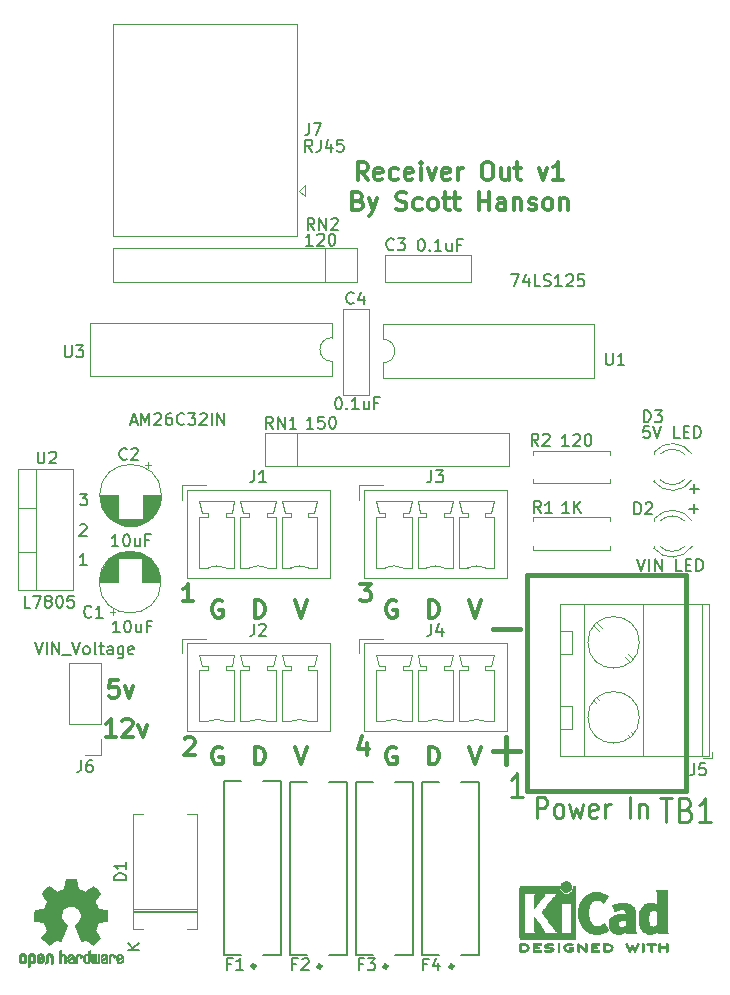
<source format=gbr>
G04 #@! TF.GenerationSoftware,KiCad,Pcbnew,(5.1.5)-3*
G04 #@! TF.CreationDate,2019-12-31T10:56:10-05:00*
G04 #@! TF.ProjectId,Receiver_Out,52656365-6976-4657-925f-4f75742e6b69,v2*
G04 #@! TF.SameCoordinates,Original*
G04 #@! TF.FileFunction,Legend,Top*
G04 #@! TF.FilePolarity,Positive*
%FSLAX46Y46*%
G04 Gerber Fmt 4.6, Leading zero omitted, Abs format (unit mm)*
G04 Created by KiCad (PCBNEW (5.1.5)-3) date 2019-12-31 10:56:10*
%MOMM*%
%LPD*%
G04 APERTURE LIST*
%ADD10C,0.300000*%
%ADD11C,0.150000*%
%ADD12C,0.400000*%
%ADD13C,0.120000*%
%ADD14C,0.010000*%
%ADD15C,0.381000*%
%ADD16C,0.127000*%
%ADD17C,0.254000*%
%ADD18C,0.215900*%
G04 APERTURE END LIST*
D10*
X77743857Y-133146371D02*
X76886714Y-133146371D01*
X77315285Y-133146371D02*
X77315285Y-131646371D01*
X77172428Y-131860657D01*
X77029571Y-132003514D01*
X76886714Y-132074942D01*
X78315285Y-131789228D02*
X78386714Y-131717800D01*
X78529571Y-131646371D01*
X78886714Y-131646371D01*
X79029571Y-131717800D01*
X79101000Y-131789228D01*
X79172428Y-131932085D01*
X79172428Y-132074942D01*
X79101000Y-132289228D01*
X78243857Y-133146371D01*
X79172428Y-133146371D01*
X79672428Y-132146371D02*
X80029571Y-133146371D01*
X80386714Y-132146371D01*
X77936714Y-128346371D02*
X77222428Y-128346371D01*
X77151000Y-129060657D01*
X77222428Y-128989228D01*
X77365285Y-128917800D01*
X77722428Y-128917800D01*
X77865285Y-128989228D01*
X77936714Y-129060657D01*
X78008142Y-129203514D01*
X78008142Y-129560657D01*
X77936714Y-129703514D01*
X77865285Y-129774942D01*
X77722428Y-129846371D01*
X77365285Y-129846371D01*
X77222428Y-129774942D01*
X77151000Y-129703514D01*
X78508142Y-128846371D02*
X78865285Y-129846371D01*
X79222428Y-128846371D01*
D11*
X74717666Y-112570180D02*
X75336714Y-112570180D01*
X75003380Y-112951133D01*
X75146238Y-112951133D01*
X75241476Y-112998752D01*
X75289095Y-113046371D01*
X75336714Y-113141609D01*
X75336714Y-113379704D01*
X75289095Y-113474942D01*
X75241476Y-113522561D01*
X75146238Y-113570180D01*
X74860523Y-113570180D01*
X74765285Y-113522561D01*
X74717666Y-113474942D01*
X74715285Y-115265419D02*
X74762904Y-115217800D01*
X74858142Y-115170180D01*
X75096238Y-115170180D01*
X75191476Y-115217800D01*
X75239095Y-115265419D01*
X75286714Y-115360657D01*
X75286714Y-115455895D01*
X75239095Y-115598752D01*
X74667666Y-116170180D01*
X75286714Y-116170180D01*
X75286714Y-118620180D02*
X74715285Y-118620180D01*
X75001000Y-118620180D02*
X75001000Y-117620180D01*
X74905761Y-117763038D01*
X74810523Y-117858276D01*
X74715285Y-117905895D01*
X126722428Y-112548752D02*
X126722428Y-111786847D01*
X127103380Y-112167800D02*
X126341476Y-112167800D01*
X126672428Y-114248752D02*
X126672428Y-113486847D01*
X127053380Y-113867800D02*
X126291476Y-113867800D01*
D10*
X98986714Y-133696371D02*
X98986714Y-134696371D01*
X98629571Y-133124942D02*
X98272428Y-134196371D01*
X99201000Y-134196371D01*
X98401000Y-120196371D02*
X99329571Y-120196371D01*
X98829571Y-120767800D01*
X99043857Y-120767800D01*
X99186714Y-120839228D01*
X99258142Y-120910657D01*
X99329571Y-121053514D01*
X99329571Y-121410657D01*
X99258142Y-121553514D01*
X99186714Y-121624942D01*
X99043857Y-121696371D01*
X98615285Y-121696371D01*
X98472428Y-121624942D01*
X98401000Y-121553514D01*
X83572428Y-133339228D02*
X83643857Y-133267800D01*
X83786714Y-133196371D01*
X84143857Y-133196371D01*
X84286714Y-133267800D01*
X84358142Y-133339228D01*
X84429571Y-133482085D01*
X84429571Y-133624942D01*
X84358142Y-133839228D01*
X83501000Y-134696371D01*
X84429571Y-134696371D01*
X84329571Y-121696371D02*
X83472428Y-121696371D01*
X83901000Y-121696371D02*
X83901000Y-120196371D01*
X83758142Y-120410657D01*
X83615285Y-120553514D01*
X83472428Y-120624942D01*
X99079571Y-86021371D02*
X98579571Y-85307085D01*
X98222428Y-86021371D02*
X98222428Y-84521371D01*
X98793857Y-84521371D01*
X98936714Y-84592800D01*
X99008142Y-84664228D01*
X99079571Y-84807085D01*
X99079571Y-85021371D01*
X99008142Y-85164228D01*
X98936714Y-85235657D01*
X98793857Y-85307085D01*
X98222428Y-85307085D01*
X100293857Y-85949942D02*
X100151000Y-86021371D01*
X99865285Y-86021371D01*
X99722428Y-85949942D01*
X99651000Y-85807085D01*
X99651000Y-85235657D01*
X99722428Y-85092800D01*
X99865285Y-85021371D01*
X100151000Y-85021371D01*
X100293857Y-85092800D01*
X100365285Y-85235657D01*
X100365285Y-85378514D01*
X99651000Y-85521371D01*
X101651000Y-85949942D02*
X101508142Y-86021371D01*
X101222428Y-86021371D01*
X101079571Y-85949942D01*
X101008142Y-85878514D01*
X100936714Y-85735657D01*
X100936714Y-85307085D01*
X101008142Y-85164228D01*
X101079571Y-85092800D01*
X101222428Y-85021371D01*
X101508142Y-85021371D01*
X101651000Y-85092800D01*
X102865285Y-85949942D02*
X102722428Y-86021371D01*
X102436714Y-86021371D01*
X102293857Y-85949942D01*
X102222428Y-85807085D01*
X102222428Y-85235657D01*
X102293857Y-85092800D01*
X102436714Y-85021371D01*
X102722428Y-85021371D01*
X102865285Y-85092800D01*
X102936714Y-85235657D01*
X102936714Y-85378514D01*
X102222428Y-85521371D01*
X103579571Y-86021371D02*
X103579571Y-85021371D01*
X103579571Y-84521371D02*
X103508142Y-84592800D01*
X103579571Y-84664228D01*
X103651000Y-84592800D01*
X103579571Y-84521371D01*
X103579571Y-84664228D01*
X104151000Y-85021371D02*
X104508142Y-86021371D01*
X104865285Y-85021371D01*
X106008142Y-85949942D02*
X105865285Y-86021371D01*
X105579571Y-86021371D01*
X105436714Y-85949942D01*
X105365285Y-85807085D01*
X105365285Y-85235657D01*
X105436714Y-85092800D01*
X105579571Y-85021371D01*
X105865285Y-85021371D01*
X106008142Y-85092800D01*
X106079571Y-85235657D01*
X106079571Y-85378514D01*
X105365285Y-85521371D01*
X106722428Y-86021371D02*
X106722428Y-85021371D01*
X106722428Y-85307085D02*
X106793857Y-85164228D01*
X106865285Y-85092800D01*
X107008142Y-85021371D01*
X107151000Y-85021371D01*
X109079571Y-84521371D02*
X109365285Y-84521371D01*
X109508142Y-84592800D01*
X109651000Y-84735657D01*
X109722428Y-85021371D01*
X109722428Y-85521371D01*
X109651000Y-85807085D01*
X109508142Y-85949942D01*
X109365285Y-86021371D01*
X109079571Y-86021371D01*
X108936714Y-85949942D01*
X108793857Y-85807085D01*
X108722428Y-85521371D01*
X108722428Y-85021371D01*
X108793857Y-84735657D01*
X108936714Y-84592800D01*
X109079571Y-84521371D01*
X111008142Y-85021371D02*
X111008142Y-86021371D01*
X110365285Y-85021371D02*
X110365285Y-85807085D01*
X110436714Y-85949942D01*
X110579571Y-86021371D01*
X110793857Y-86021371D01*
X110936714Y-85949942D01*
X111008142Y-85878514D01*
X111508142Y-85021371D02*
X112079571Y-85021371D01*
X111722428Y-84521371D02*
X111722428Y-85807085D01*
X111793857Y-85949942D01*
X111936714Y-86021371D01*
X112079571Y-86021371D01*
X113579571Y-85021371D02*
X113936714Y-86021371D01*
X114293857Y-85021371D01*
X115651000Y-86021371D02*
X114793857Y-86021371D01*
X115222428Y-86021371D02*
X115222428Y-84521371D01*
X115079571Y-84735657D01*
X114936714Y-84878514D01*
X114793857Y-84949942D01*
X98293857Y-87785657D02*
X98508142Y-87857085D01*
X98579571Y-87928514D01*
X98651000Y-88071371D01*
X98651000Y-88285657D01*
X98579571Y-88428514D01*
X98508142Y-88499942D01*
X98365285Y-88571371D01*
X97793857Y-88571371D01*
X97793857Y-87071371D01*
X98293857Y-87071371D01*
X98436714Y-87142800D01*
X98508142Y-87214228D01*
X98579571Y-87357085D01*
X98579571Y-87499942D01*
X98508142Y-87642800D01*
X98436714Y-87714228D01*
X98293857Y-87785657D01*
X97793857Y-87785657D01*
X99151000Y-87571371D02*
X99508142Y-88571371D01*
X99865285Y-87571371D02*
X99508142Y-88571371D01*
X99365285Y-88928514D01*
X99293857Y-88999942D01*
X99151000Y-89071371D01*
X101508142Y-88499942D02*
X101722428Y-88571371D01*
X102079571Y-88571371D01*
X102222428Y-88499942D01*
X102293857Y-88428514D01*
X102365285Y-88285657D01*
X102365285Y-88142800D01*
X102293857Y-87999942D01*
X102222428Y-87928514D01*
X102079571Y-87857085D01*
X101793857Y-87785657D01*
X101651000Y-87714228D01*
X101579571Y-87642800D01*
X101508142Y-87499942D01*
X101508142Y-87357085D01*
X101579571Y-87214228D01*
X101651000Y-87142800D01*
X101793857Y-87071371D01*
X102151000Y-87071371D01*
X102365285Y-87142800D01*
X103651000Y-88499942D02*
X103508142Y-88571371D01*
X103222428Y-88571371D01*
X103079571Y-88499942D01*
X103008142Y-88428514D01*
X102936714Y-88285657D01*
X102936714Y-87857085D01*
X103008142Y-87714228D01*
X103079571Y-87642800D01*
X103222428Y-87571371D01*
X103508142Y-87571371D01*
X103651000Y-87642800D01*
X104508142Y-88571371D02*
X104365285Y-88499942D01*
X104293857Y-88428514D01*
X104222428Y-88285657D01*
X104222428Y-87857085D01*
X104293857Y-87714228D01*
X104365285Y-87642800D01*
X104508142Y-87571371D01*
X104722428Y-87571371D01*
X104865285Y-87642800D01*
X104936714Y-87714228D01*
X105008142Y-87857085D01*
X105008142Y-88285657D01*
X104936714Y-88428514D01*
X104865285Y-88499942D01*
X104722428Y-88571371D01*
X104508142Y-88571371D01*
X105436714Y-87571371D02*
X106008142Y-87571371D01*
X105651000Y-87071371D02*
X105651000Y-88357085D01*
X105722428Y-88499942D01*
X105865285Y-88571371D01*
X106008142Y-88571371D01*
X106293857Y-87571371D02*
X106865285Y-87571371D01*
X106508142Y-87071371D02*
X106508142Y-88357085D01*
X106579571Y-88499942D01*
X106722428Y-88571371D01*
X106865285Y-88571371D01*
X108508142Y-88571371D02*
X108508142Y-87071371D01*
X108508142Y-87785657D02*
X109365285Y-87785657D01*
X109365285Y-88571371D02*
X109365285Y-87071371D01*
X110722428Y-88571371D02*
X110722428Y-87785657D01*
X110651000Y-87642800D01*
X110508142Y-87571371D01*
X110222428Y-87571371D01*
X110079571Y-87642800D01*
X110722428Y-88499942D02*
X110579571Y-88571371D01*
X110222428Y-88571371D01*
X110079571Y-88499942D01*
X110008142Y-88357085D01*
X110008142Y-88214228D01*
X110079571Y-88071371D01*
X110222428Y-87999942D01*
X110579571Y-87999942D01*
X110722428Y-87928514D01*
X111436714Y-87571371D02*
X111436714Y-88571371D01*
X111436714Y-87714228D02*
X111508142Y-87642800D01*
X111651000Y-87571371D01*
X111865285Y-87571371D01*
X112008142Y-87642800D01*
X112079571Y-87785657D01*
X112079571Y-88571371D01*
X112722428Y-88499942D02*
X112865285Y-88571371D01*
X113151000Y-88571371D01*
X113293857Y-88499942D01*
X113365285Y-88357085D01*
X113365285Y-88285657D01*
X113293857Y-88142800D01*
X113151000Y-88071371D01*
X112936714Y-88071371D01*
X112793857Y-87999942D01*
X112722428Y-87857085D01*
X112722428Y-87785657D01*
X112793857Y-87642800D01*
X112936714Y-87571371D01*
X113151000Y-87571371D01*
X113293857Y-87642800D01*
X114222428Y-88571371D02*
X114079571Y-88499942D01*
X114008142Y-88428514D01*
X113936714Y-88285657D01*
X113936714Y-87857085D01*
X114008142Y-87714228D01*
X114079571Y-87642800D01*
X114222428Y-87571371D01*
X114436714Y-87571371D01*
X114579571Y-87642800D01*
X114651000Y-87714228D01*
X114722428Y-87857085D01*
X114722428Y-88285657D01*
X114651000Y-88428514D01*
X114579571Y-88499942D01*
X114436714Y-88571371D01*
X114222428Y-88571371D01*
X115365285Y-87571371D02*
X115365285Y-88571371D01*
X115365285Y-87714228D02*
X115436714Y-87642800D01*
X115579571Y-87571371D01*
X115793857Y-87571371D01*
X115936714Y-87642800D01*
X116008142Y-87785657D01*
X116008142Y-88571371D01*
X89517142Y-135506571D02*
X89517142Y-134006571D01*
X89874285Y-134006571D01*
X90088571Y-134078000D01*
X90231428Y-134220857D01*
X90302857Y-134363714D01*
X90374285Y-134649428D01*
X90374285Y-134863714D01*
X90302857Y-135149428D01*
X90231428Y-135292285D01*
X90088571Y-135435142D01*
X89874285Y-135506571D01*
X89517142Y-135506571D01*
X86746857Y-134078000D02*
X86604000Y-134006571D01*
X86389714Y-134006571D01*
X86175428Y-134078000D01*
X86032571Y-134220857D01*
X85961142Y-134363714D01*
X85889714Y-134649428D01*
X85889714Y-134863714D01*
X85961142Y-135149428D01*
X86032571Y-135292285D01*
X86175428Y-135435142D01*
X86389714Y-135506571D01*
X86532571Y-135506571D01*
X86746857Y-135435142D01*
X86818285Y-135363714D01*
X86818285Y-134863714D01*
X86532571Y-134863714D01*
X107698000Y-134006571D02*
X108198000Y-135506571D01*
X108698000Y-134006571D01*
X92966000Y-134006571D02*
X93466000Y-135506571D01*
X93966000Y-134006571D01*
X104249142Y-135506571D02*
X104249142Y-134006571D01*
X104606285Y-134006571D01*
X104820571Y-134078000D01*
X104963428Y-134220857D01*
X105034857Y-134363714D01*
X105106285Y-134649428D01*
X105106285Y-134863714D01*
X105034857Y-135149428D01*
X104963428Y-135292285D01*
X104820571Y-135435142D01*
X104606285Y-135506571D01*
X104249142Y-135506571D01*
X101478857Y-134078000D02*
X101336000Y-134006571D01*
X101121714Y-134006571D01*
X100907428Y-134078000D01*
X100764571Y-134220857D01*
X100693142Y-134363714D01*
X100621714Y-134649428D01*
X100621714Y-134863714D01*
X100693142Y-135149428D01*
X100764571Y-135292285D01*
X100907428Y-135435142D01*
X101121714Y-135506571D01*
X101264571Y-135506571D01*
X101478857Y-135435142D01*
X101550285Y-135363714D01*
X101550285Y-134863714D01*
X101264571Y-134863714D01*
D12*
X109658142Y-134332085D02*
X111943857Y-134332085D01*
X110801000Y-135474942D02*
X110801000Y-133189228D01*
X109658142Y-124032085D02*
X111943857Y-124032085D01*
D10*
X92966000Y-121606571D02*
X93466000Y-123106571D01*
X93966000Y-121606571D01*
X86746857Y-121678000D02*
X86604000Y-121606571D01*
X86389714Y-121606571D01*
X86175428Y-121678000D01*
X86032571Y-121820857D01*
X85961142Y-121963714D01*
X85889714Y-122249428D01*
X85889714Y-122463714D01*
X85961142Y-122749428D01*
X86032571Y-122892285D01*
X86175428Y-123035142D01*
X86389714Y-123106571D01*
X86532571Y-123106571D01*
X86746857Y-123035142D01*
X86818285Y-122963714D01*
X86818285Y-122463714D01*
X86532571Y-122463714D01*
X89517142Y-123106571D02*
X89517142Y-121606571D01*
X89874285Y-121606571D01*
X90088571Y-121678000D01*
X90231428Y-121820857D01*
X90302857Y-121963714D01*
X90374285Y-122249428D01*
X90374285Y-122463714D01*
X90302857Y-122749428D01*
X90231428Y-122892285D01*
X90088571Y-123035142D01*
X89874285Y-123106571D01*
X89517142Y-123106571D01*
X107698000Y-121606571D02*
X108198000Y-123106571D01*
X108698000Y-121606571D01*
X101478857Y-121678000D02*
X101336000Y-121606571D01*
X101121714Y-121606571D01*
X100907428Y-121678000D01*
X100764571Y-121820857D01*
X100693142Y-121963714D01*
X100621714Y-122249428D01*
X100621714Y-122463714D01*
X100693142Y-122749428D01*
X100764571Y-122892285D01*
X100907428Y-123035142D01*
X101121714Y-123106571D01*
X101264571Y-123106571D01*
X101478857Y-123035142D01*
X101550285Y-122963714D01*
X101550285Y-122463714D01*
X101264571Y-122463714D01*
X104249142Y-123106571D02*
X104249142Y-121606571D01*
X104606285Y-121606571D01*
X104820571Y-121678000D01*
X104963428Y-121820857D01*
X105034857Y-121963714D01*
X105106285Y-122249428D01*
X105106285Y-122463714D01*
X105034857Y-122749428D01*
X104963428Y-122892285D01*
X104820571Y-123035142D01*
X104606285Y-123106571D01*
X104249142Y-123106571D01*
D13*
X79181000Y-148012800D02*
X84621000Y-148012800D01*
X79181000Y-147772800D02*
X84621000Y-147772800D01*
X79181000Y-147892800D02*
X84621000Y-147892800D01*
X84621000Y-139697800D02*
X83741000Y-139697800D01*
X84621000Y-149437800D02*
X84621000Y-139697800D01*
X83741000Y-149437800D02*
X84621000Y-149437800D01*
X79181000Y-139697800D02*
X80061000Y-139697800D01*
X79181000Y-149437800D02*
X79181000Y-139697800D01*
X80061000Y-149437800D02*
X79181000Y-149437800D01*
X96031000Y-102627800D02*
X96031000Y-101377800D01*
X75591000Y-102627800D02*
X96031000Y-102627800D01*
X75591000Y-98127800D02*
X75591000Y-102627800D01*
X96031000Y-98127800D02*
X75591000Y-98127800D01*
X96031000Y-99377800D02*
X96031000Y-98127800D01*
X96031000Y-101377800D02*
G75*
G02X96031000Y-99377800I0J1000000D01*
G01*
X69481000Y-113776800D02*
X70991000Y-113776800D01*
X69481000Y-117477800D02*
X70991000Y-117477800D01*
X70991000Y-120747800D02*
X70991000Y-110507800D01*
X69481000Y-110507800D02*
X74122000Y-110507800D01*
X69481000Y-120747800D02*
X74122000Y-120747800D01*
X74122000Y-120747800D02*
X74122000Y-110507800D01*
X69481000Y-120747800D02*
X69481000Y-110507800D01*
X95431000Y-94617800D02*
X95431000Y-91817800D01*
X77481000Y-94617800D02*
X98141000Y-94617800D01*
X77481000Y-91817800D02*
X77481000Y-94617800D01*
X98141000Y-91817800D02*
X77481000Y-91817800D01*
X98141000Y-94617800D02*
X98141000Y-91817800D01*
X93066000Y-90797800D02*
X93066000Y-72837800D01*
X77546000Y-90797800D02*
X93066000Y-90797800D01*
X77546000Y-90797800D02*
X77546000Y-72837800D01*
X93066000Y-72837800D02*
X77546000Y-72837800D01*
X93251000Y-86917800D02*
X93751000Y-87417800D01*
X93751000Y-87417800D02*
X93751000Y-86417800D01*
X93751000Y-86417800D02*
X93251000Y-86917800D01*
X76481000Y-134697800D02*
X75151000Y-134697800D01*
X76481000Y-133367800D02*
X76481000Y-134697800D01*
X76481000Y-132097800D02*
X73821000Y-132097800D01*
X73821000Y-132097800D02*
X73821000Y-126957800D01*
X76481000Y-132097800D02*
X76481000Y-126957800D01*
X76481000Y-126957800D02*
X73821000Y-126957800D01*
X96981000Y-96947800D02*
X99221000Y-96947800D01*
X96981000Y-104187800D02*
X99221000Y-104187800D01*
X99221000Y-104187800D02*
X99221000Y-96947800D01*
X96981000Y-104187800D02*
X96981000Y-96947800D01*
X80726000Y-110163025D02*
X80226000Y-110163025D01*
X80476000Y-109913025D02*
X80476000Y-110413025D01*
X79285000Y-115318800D02*
X78717000Y-115318800D01*
X79519000Y-115278800D02*
X78483000Y-115278800D01*
X79678000Y-115238800D02*
X78324000Y-115238800D01*
X79806000Y-115198800D02*
X78196000Y-115198800D01*
X79916000Y-115158800D02*
X78086000Y-115158800D01*
X80012000Y-115118800D02*
X77990000Y-115118800D01*
X80099000Y-115078800D02*
X77903000Y-115078800D01*
X80179000Y-115038800D02*
X77823000Y-115038800D01*
X80252000Y-114998800D02*
X77750000Y-114998800D01*
X80320000Y-114958800D02*
X77682000Y-114958800D01*
X80384000Y-114918800D02*
X77618000Y-114918800D01*
X80444000Y-114878800D02*
X77558000Y-114878800D01*
X80501000Y-114838800D02*
X77501000Y-114838800D01*
X80555000Y-114798800D02*
X77447000Y-114798800D01*
X80606000Y-114758800D02*
X77396000Y-114758800D01*
X77961000Y-114718800D02*
X77348000Y-114718800D01*
X80654000Y-114718800D02*
X80041000Y-114718800D01*
X77961000Y-114678800D02*
X77302000Y-114678800D01*
X80700000Y-114678800D02*
X80041000Y-114678800D01*
X77961000Y-114638800D02*
X77258000Y-114638800D01*
X80744000Y-114638800D02*
X80041000Y-114638800D01*
X77961000Y-114598800D02*
X77216000Y-114598800D01*
X80786000Y-114598800D02*
X80041000Y-114598800D01*
X77961000Y-114558800D02*
X77175000Y-114558800D01*
X80827000Y-114558800D02*
X80041000Y-114558800D01*
X77961000Y-114518800D02*
X77137000Y-114518800D01*
X80865000Y-114518800D02*
X80041000Y-114518800D01*
X77961000Y-114478800D02*
X77100000Y-114478800D01*
X80902000Y-114478800D02*
X80041000Y-114478800D01*
X77961000Y-114438800D02*
X77064000Y-114438800D01*
X80938000Y-114438800D02*
X80041000Y-114438800D01*
X77961000Y-114398800D02*
X77030000Y-114398800D01*
X80972000Y-114398800D02*
X80041000Y-114398800D01*
X77961000Y-114358800D02*
X76997000Y-114358800D01*
X81005000Y-114358800D02*
X80041000Y-114358800D01*
X77961000Y-114318800D02*
X76966000Y-114318800D01*
X81036000Y-114318800D02*
X80041000Y-114318800D01*
X77961000Y-114278800D02*
X76936000Y-114278800D01*
X81066000Y-114278800D02*
X80041000Y-114278800D01*
X77961000Y-114238800D02*
X76906000Y-114238800D01*
X81096000Y-114238800D02*
X80041000Y-114238800D01*
X77961000Y-114198800D02*
X76879000Y-114198800D01*
X81123000Y-114198800D02*
X80041000Y-114198800D01*
X77961000Y-114158800D02*
X76852000Y-114158800D01*
X81150000Y-114158800D02*
X80041000Y-114158800D01*
X77961000Y-114118800D02*
X76826000Y-114118800D01*
X81176000Y-114118800D02*
X80041000Y-114118800D01*
X77961000Y-114078800D02*
X76801000Y-114078800D01*
X81201000Y-114078800D02*
X80041000Y-114078800D01*
X77961000Y-114038800D02*
X76777000Y-114038800D01*
X81225000Y-114038800D02*
X80041000Y-114038800D01*
X77961000Y-113998800D02*
X76754000Y-113998800D01*
X81248000Y-113998800D02*
X80041000Y-113998800D01*
X77961000Y-113958800D02*
X76733000Y-113958800D01*
X81269000Y-113958800D02*
X80041000Y-113958800D01*
X77961000Y-113918800D02*
X76711000Y-113918800D01*
X81291000Y-113918800D02*
X80041000Y-113918800D01*
X77961000Y-113878800D02*
X76691000Y-113878800D01*
X81311000Y-113878800D02*
X80041000Y-113878800D01*
X77961000Y-113838800D02*
X76672000Y-113838800D01*
X81330000Y-113838800D02*
X80041000Y-113838800D01*
X77961000Y-113798800D02*
X76653000Y-113798800D01*
X81349000Y-113798800D02*
X80041000Y-113798800D01*
X77961000Y-113758800D02*
X76636000Y-113758800D01*
X81366000Y-113758800D02*
X80041000Y-113758800D01*
X77961000Y-113718800D02*
X76619000Y-113718800D01*
X81383000Y-113718800D02*
X80041000Y-113718800D01*
X77961000Y-113678800D02*
X76603000Y-113678800D01*
X81399000Y-113678800D02*
X80041000Y-113678800D01*
X77961000Y-113638800D02*
X76587000Y-113638800D01*
X81415000Y-113638800D02*
X80041000Y-113638800D01*
X77961000Y-113598800D02*
X76573000Y-113598800D01*
X81429000Y-113598800D02*
X80041000Y-113598800D01*
X77961000Y-113558800D02*
X76559000Y-113558800D01*
X81443000Y-113558800D02*
X80041000Y-113558800D01*
X77961000Y-113518800D02*
X76546000Y-113518800D01*
X81456000Y-113518800D02*
X80041000Y-113518800D01*
X77961000Y-113478800D02*
X76533000Y-113478800D01*
X81469000Y-113478800D02*
X80041000Y-113478800D01*
X77961000Y-113438800D02*
X76521000Y-113438800D01*
X81481000Y-113438800D02*
X80041000Y-113438800D01*
X77961000Y-113397800D02*
X76510000Y-113397800D01*
X81492000Y-113397800D02*
X80041000Y-113397800D01*
X77961000Y-113357800D02*
X76500000Y-113357800D01*
X81502000Y-113357800D02*
X80041000Y-113357800D01*
X77961000Y-113317800D02*
X76490000Y-113317800D01*
X81512000Y-113317800D02*
X80041000Y-113317800D01*
X77961000Y-113277800D02*
X76481000Y-113277800D01*
X81521000Y-113277800D02*
X80041000Y-113277800D01*
X77961000Y-113237800D02*
X76473000Y-113237800D01*
X81529000Y-113237800D02*
X80041000Y-113237800D01*
X77961000Y-113197800D02*
X76465000Y-113197800D01*
X81537000Y-113197800D02*
X80041000Y-113197800D01*
X77961000Y-113157800D02*
X76458000Y-113157800D01*
X81544000Y-113157800D02*
X80041000Y-113157800D01*
X77961000Y-113117800D02*
X76451000Y-113117800D01*
X81551000Y-113117800D02*
X80041000Y-113117800D01*
X77961000Y-113077800D02*
X76445000Y-113077800D01*
X81557000Y-113077800D02*
X80041000Y-113077800D01*
X77961000Y-113037800D02*
X76440000Y-113037800D01*
X81562000Y-113037800D02*
X80041000Y-113037800D01*
X77961000Y-112997800D02*
X76436000Y-112997800D01*
X81566000Y-112997800D02*
X80041000Y-112997800D01*
X77961000Y-112957800D02*
X76432000Y-112957800D01*
X81570000Y-112957800D02*
X80041000Y-112957800D01*
X77961000Y-112917800D02*
X76428000Y-112917800D01*
X81574000Y-112917800D02*
X80041000Y-112917800D01*
X77961000Y-112877800D02*
X76425000Y-112877800D01*
X81577000Y-112877800D02*
X80041000Y-112877800D01*
X77961000Y-112837800D02*
X76423000Y-112837800D01*
X81579000Y-112837800D02*
X80041000Y-112837800D01*
X77961000Y-112797800D02*
X76422000Y-112797800D01*
X81580000Y-112797800D02*
X80041000Y-112797800D01*
X81581000Y-112757800D02*
X80041000Y-112757800D01*
X77961000Y-112757800D02*
X76421000Y-112757800D01*
X81581000Y-112717800D02*
X80041000Y-112717800D01*
X77961000Y-112717800D02*
X76421000Y-112717800D01*
X81621000Y-112717800D02*
G75*
G03X81621000Y-112717800I-2620000J0D01*
G01*
X77226000Y-122622575D02*
X77726000Y-122622575D01*
X77476000Y-122872575D02*
X77476000Y-122372575D01*
X78667000Y-117466800D02*
X79235000Y-117466800D01*
X78433000Y-117506800D02*
X79469000Y-117506800D01*
X78274000Y-117546800D02*
X79628000Y-117546800D01*
X78146000Y-117586800D02*
X79756000Y-117586800D01*
X78036000Y-117626800D02*
X79866000Y-117626800D01*
X77940000Y-117666800D02*
X79962000Y-117666800D01*
X77853000Y-117706800D02*
X80049000Y-117706800D01*
X77773000Y-117746800D02*
X80129000Y-117746800D01*
X77700000Y-117786800D02*
X80202000Y-117786800D01*
X77632000Y-117826800D02*
X80270000Y-117826800D01*
X77568000Y-117866800D02*
X80334000Y-117866800D01*
X77508000Y-117906800D02*
X80394000Y-117906800D01*
X77451000Y-117946800D02*
X80451000Y-117946800D01*
X77397000Y-117986800D02*
X80505000Y-117986800D01*
X77346000Y-118026800D02*
X80556000Y-118026800D01*
X79991000Y-118066800D02*
X80604000Y-118066800D01*
X77298000Y-118066800D02*
X77911000Y-118066800D01*
X79991000Y-118106800D02*
X80650000Y-118106800D01*
X77252000Y-118106800D02*
X77911000Y-118106800D01*
X79991000Y-118146800D02*
X80694000Y-118146800D01*
X77208000Y-118146800D02*
X77911000Y-118146800D01*
X79991000Y-118186800D02*
X80736000Y-118186800D01*
X77166000Y-118186800D02*
X77911000Y-118186800D01*
X79991000Y-118226800D02*
X80777000Y-118226800D01*
X77125000Y-118226800D02*
X77911000Y-118226800D01*
X79991000Y-118266800D02*
X80815000Y-118266800D01*
X77087000Y-118266800D02*
X77911000Y-118266800D01*
X79991000Y-118306800D02*
X80852000Y-118306800D01*
X77050000Y-118306800D02*
X77911000Y-118306800D01*
X79991000Y-118346800D02*
X80888000Y-118346800D01*
X77014000Y-118346800D02*
X77911000Y-118346800D01*
X79991000Y-118386800D02*
X80922000Y-118386800D01*
X76980000Y-118386800D02*
X77911000Y-118386800D01*
X79991000Y-118426800D02*
X80955000Y-118426800D01*
X76947000Y-118426800D02*
X77911000Y-118426800D01*
X79991000Y-118466800D02*
X80986000Y-118466800D01*
X76916000Y-118466800D02*
X77911000Y-118466800D01*
X79991000Y-118506800D02*
X81016000Y-118506800D01*
X76886000Y-118506800D02*
X77911000Y-118506800D01*
X79991000Y-118546800D02*
X81046000Y-118546800D01*
X76856000Y-118546800D02*
X77911000Y-118546800D01*
X79991000Y-118586800D02*
X81073000Y-118586800D01*
X76829000Y-118586800D02*
X77911000Y-118586800D01*
X79991000Y-118626800D02*
X81100000Y-118626800D01*
X76802000Y-118626800D02*
X77911000Y-118626800D01*
X79991000Y-118666800D02*
X81126000Y-118666800D01*
X76776000Y-118666800D02*
X77911000Y-118666800D01*
X79991000Y-118706800D02*
X81151000Y-118706800D01*
X76751000Y-118706800D02*
X77911000Y-118706800D01*
X79991000Y-118746800D02*
X81175000Y-118746800D01*
X76727000Y-118746800D02*
X77911000Y-118746800D01*
X79991000Y-118786800D02*
X81198000Y-118786800D01*
X76704000Y-118786800D02*
X77911000Y-118786800D01*
X79991000Y-118826800D02*
X81219000Y-118826800D01*
X76683000Y-118826800D02*
X77911000Y-118826800D01*
X79991000Y-118866800D02*
X81241000Y-118866800D01*
X76661000Y-118866800D02*
X77911000Y-118866800D01*
X79991000Y-118906800D02*
X81261000Y-118906800D01*
X76641000Y-118906800D02*
X77911000Y-118906800D01*
X79991000Y-118946800D02*
X81280000Y-118946800D01*
X76622000Y-118946800D02*
X77911000Y-118946800D01*
X79991000Y-118986800D02*
X81299000Y-118986800D01*
X76603000Y-118986800D02*
X77911000Y-118986800D01*
X79991000Y-119026800D02*
X81316000Y-119026800D01*
X76586000Y-119026800D02*
X77911000Y-119026800D01*
X79991000Y-119066800D02*
X81333000Y-119066800D01*
X76569000Y-119066800D02*
X77911000Y-119066800D01*
X79991000Y-119106800D02*
X81349000Y-119106800D01*
X76553000Y-119106800D02*
X77911000Y-119106800D01*
X79991000Y-119146800D02*
X81365000Y-119146800D01*
X76537000Y-119146800D02*
X77911000Y-119146800D01*
X79991000Y-119186800D02*
X81379000Y-119186800D01*
X76523000Y-119186800D02*
X77911000Y-119186800D01*
X79991000Y-119226800D02*
X81393000Y-119226800D01*
X76509000Y-119226800D02*
X77911000Y-119226800D01*
X79991000Y-119266800D02*
X81406000Y-119266800D01*
X76496000Y-119266800D02*
X77911000Y-119266800D01*
X79991000Y-119306800D02*
X81419000Y-119306800D01*
X76483000Y-119306800D02*
X77911000Y-119306800D01*
X79991000Y-119346800D02*
X81431000Y-119346800D01*
X76471000Y-119346800D02*
X77911000Y-119346800D01*
X79991000Y-119387800D02*
X81442000Y-119387800D01*
X76460000Y-119387800D02*
X77911000Y-119387800D01*
X79991000Y-119427800D02*
X81452000Y-119427800D01*
X76450000Y-119427800D02*
X77911000Y-119427800D01*
X79991000Y-119467800D02*
X81462000Y-119467800D01*
X76440000Y-119467800D02*
X77911000Y-119467800D01*
X79991000Y-119507800D02*
X81471000Y-119507800D01*
X76431000Y-119507800D02*
X77911000Y-119507800D01*
X79991000Y-119547800D02*
X81479000Y-119547800D01*
X76423000Y-119547800D02*
X77911000Y-119547800D01*
X79991000Y-119587800D02*
X81487000Y-119587800D01*
X76415000Y-119587800D02*
X77911000Y-119587800D01*
X79991000Y-119627800D02*
X81494000Y-119627800D01*
X76408000Y-119627800D02*
X77911000Y-119627800D01*
X79991000Y-119667800D02*
X81501000Y-119667800D01*
X76401000Y-119667800D02*
X77911000Y-119667800D01*
X79991000Y-119707800D02*
X81507000Y-119707800D01*
X76395000Y-119707800D02*
X77911000Y-119707800D01*
X79991000Y-119747800D02*
X81512000Y-119747800D01*
X76390000Y-119747800D02*
X77911000Y-119747800D01*
X79991000Y-119787800D02*
X81516000Y-119787800D01*
X76386000Y-119787800D02*
X77911000Y-119787800D01*
X79991000Y-119827800D02*
X81520000Y-119827800D01*
X76382000Y-119827800D02*
X77911000Y-119827800D01*
X79991000Y-119867800D02*
X81524000Y-119867800D01*
X76378000Y-119867800D02*
X77911000Y-119867800D01*
X79991000Y-119907800D02*
X81527000Y-119907800D01*
X76375000Y-119907800D02*
X77911000Y-119907800D01*
X79991000Y-119947800D02*
X81529000Y-119947800D01*
X76373000Y-119947800D02*
X77911000Y-119947800D01*
X79991000Y-119987800D02*
X81530000Y-119987800D01*
X76372000Y-119987800D02*
X77911000Y-119987800D01*
X76371000Y-120027800D02*
X77911000Y-120027800D01*
X79991000Y-120027800D02*
X81531000Y-120027800D01*
X76371000Y-120067800D02*
X77911000Y-120067800D01*
X79991000Y-120067800D02*
X81531000Y-120067800D01*
X81571000Y-120067800D02*
G75*
G03X81571000Y-120067800I-2620000J0D01*
G01*
X107821000Y-92397800D02*
X107821000Y-94637800D01*
X100581000Y-92397800D02*
X100581000Y-94637800D01*
X100581000Y-94637800D02*
X107821000Y-94637800D01*
X100581000Y-92397800D02*
X107821000Y-92397800D01*
X128201000Y-134992800D02*
X128201000Y-134492800D01*
X127461000Y-134992800D02*
X128201000Y-134992800D01*
X115401000Y-124167800D02*
X116401000Y-124167800D01*
X115401000Y-126167800D02*
X116401000Y-126167800D01*
X116401000Y-126167800D02*
X116401000Y-124167800D01*
X115401000Y-126167800D02*
X115401000Y-124167800D01*
X120863000Y-126394800D02*
X121289000Y-126820800D01*
X118247000Y-123779800D02*
X118673000Y-124205800D01*
X121129000Y-126128800D02*
X121555000Y-126554800D01*
X118513000Y-123513800D02*
X118954000Y-123954800D01*
X115401000Y-130517800D02*
X116401000Y-130517800D01*
X115401000Y-132517800D02*
X116401000Y-132517800D01*
X116401000Y-132517800D02*
X116401000Y-130517800D01*
X115401000Y-132517800D02*
X115401000Y-130517800D01*
X121136000Y-133019800D02*
X121289000Y-133171800D01*
X118247000Y-130129800D02*
X118399000Y-130281800D01*
X121403000Y-132753800D02*
X121555000Y-132905800D01*
X118513000Y-129863800D02*
X118665000Y-130015800D01*
X115341000Y-121932800D02*
X127961000Y-121932800D01*
X115341000Y-134752800D02*
X127961000Y-134752800D01*
X127961000Y-134752800D02*
X127961000Y-121932800D01*
X115341000Y-134752800D02*
X115341000Y-121932800D01*
X117401000Y-134752800D02*
X117401000Y-121932800D01*
X122401000Y-134752800D02*
X122401000Y-121932800D01*
X127401000Y-134752800D02*
X127401000Y-121932800D01*
X122081000Y-125167800D02*
G75*
G03X122081000Y-125167800I-2180000J0D01*
G01*
X122081000Y-131517800D02*
G75*
G03X122081000Y-131517800I-2180000J0D01*
G01*
D14*
G36*
X124429823Y-150642333D02*
G01*
X124461202Y-150664576D01*
X124488911Y-150692285D01*
X124488911Y-151001720D01*
X124488838Y-151093599D01*
X124488495Y-151165640D01*
X124487692Y-151220580D01*
X124486241Y-151261160D01*
X124483952Y-151290117D01*
X124480636Y-151310191D01*
X124476105Y-151324121D01*
X124470169Y-151334645D01*
X124465514Y-151340900D01*
X124434783Y-151365473D01*
X124399496Y-151368141D01*
X124367245Y-151353071D01*
X124356588Y-151344174D01*
X124349464Y-151332357D01*
X124345167Y-151313326D01*
X124342991Y-151282792D01*
X124342228Y-151236462D01*
X124342155Y-151200671D01*
X124342155Y-151065845D01*
X123845444Y-151065845D01*
X123845444Y-151188500D01*
X123844931Y-151244587D01*
X123842876Y-151283133D01*
X123838508Y-151309161D01*
X123831056Y-151327697D01*
X123822047Y-151340900D01*
X123791144Y-151365404D01*
X123756196Y-151368306D01*
X123722738Y-151350889D01*
X123713604Y-151341759D01*
X123707152Y-151329655D01*
X123702897Y-151310801D01*
X123700352Y-151281420D01*
X123699029Y-151237737D01*
X123698443Y-151175975D01*
X123698375Y-151161800D01*
X123697891Y-151045431D01*
X123697641Y-150949527D01*
X123697723Y-150871977D01*
X123698231Y-150810669D01*
X123699262Y-150763490D01*
X123700913Y-150728330D01*
X123703279Y-150703076D01*
X123706457Y-150685617D01*
X123710544Y-150673841D01*
X123715634Y-150665635D01*
X123721266Y-150659445D01*
X123753128Y-150639644D01*
X123786357Y-150642333D01*
X123817735Y-150664576D01*
X123830433Y-150678926D01*
X123838526Y-150694778D01*
X123843042Y-150717354D01*
X123845006Y-150751878D01*
X123845444Y-150803576D01*
X123845444Y-150919089D01*
X124342155Y-150919089D01*
X124342155Y-150800556D01*
X124342662Y-150745948D01*
X124344698Y-150709075D01*
X124349035Y-150685107D01*
X124356447Y-150669215D01*
X124364733Y-150659445D01*
X124396594Y-150639644D01*
X124429823Y-150642333D01*
G37*
X124429823Y-150642333D02*
X124461202Y-150664576D01*
X124488911Y-150692285D01*
X124488911Y-151001720D01*
X124488838Y-151093599D01*
X124488495Y-151165640D01*
X124487692Y-151220580D01*
X124486241Y-151261160D01*
X124483952Y-151290117D01*
X124480636Y-151310191D01*
X124476105Y-151324121D01*
X124470169Y-151334645D01*
X124465514Y-151340900D01*
X124434783Y-151365473D01*
X124399496Y-151368141D01*
X124367245Y-151353071D01*
X124356588Y-151344174D01*
X124349464Y-151332357D01*
X124345167Y-151313326D01*
X124342991Y-151282792D01*
X124342228Y-151236462D01*
X124342155Y-151200671D01*
X124342155Y-151065845D01*
X123845444Y-151065845D01*
X123845444Y-151188500D01*
X123844931Y-151244587D01*
X123842876Y-151283133D01*
X123838508Y-151309161D01*
X123831056Y-151327697D01*
X123822047Y-151340900D01*
X123791144Y-151365404D01*
X123756196Y-151368306D01*
X123722738Y-151350889D01*
X123713604Y-151341759D01*
X123707152Y-151329655D01*
X123702897Y-151310801D01*
X123700352Y-151281420D01*
X123699029Y-151237737D01*
X123698443Y-151175975D01*
X123698375Y-151161800D01*
X123697891Y-151045431D01*
X123697641Y-150949527D01*
X123697723Y-150871977D01*
X123698231Y-150810669D01*
X123699262Y-150763490D01*
X123700913Y-150728330D01*
X123703279Y-150703076D01*
X123706457Y-150685617D01*
X123710544Y-150673841D01*
X123715634Y-150665635D01*
X123721266Y-150659445D01*
X123753128Y-150639644D01*
X123786357Y-150642333D01*
X123817735Y-150664576D01*
X123830433Y-150678926D01*
X123838526Y-150694778D01*
X123843042Y-150717354D01*
X123845006Y-150751878D01*
X123845444Y-150803576D01*
X123845444Y-150919089D01*
X124342155Y-150919089D01*
X124342155Y-150800556D01*
X124342662Y-150745948D01*
X124344698Y-150709075D01*
X124349035Y-150685107D01*
X124356447Y-150669215D01*
X124364733Y-150659445D01*
X124396594Y-150639644D01*
X124429823Y-150642333D01*
G36*
X123164065Y-150636963D02*
G01*
X123242772Y-150637342D01*
X123303863Y-150638133D01*
X123349817Y-150639470D01*
X123383114Y-150641483D01*
X123406236Y-150644306D01*
X123421662Y-150648069D01*
X123431871Y-150652905D01*
X123436813Y-150656622D01*
X123462457Y-150689158D01*
X123465559Y-150722938D01*
X123449711Y-150753626D01*
X123439348Y-150765889D01*
X123428196Y-150774250D01*
X123412035Y-150779457D01*
X123386642Y-150782257D01*
X123347798Y-150783396D01*
X123291280Y-150783621D01*
X123280180Y-150783622D01*
X123134244Y-150783622D01*
X123134244Y-151054556D01*
X123134148Y-151139954D01*
X123133711Y-151205664D01*
X123132712Y-151254574D01*
X123130928Y-151289573D01*
X123128137Y-151313549D01*
X123124117Y-151329393D01*
X123118645Y-151339991D01*
X123111666Y-151348067D01*
X123078734Y-151367912D01*
X123044354Y-151366348D01*
X123013176Y-151343706D01*
X123010886Y-151340900D01*
X123003429Y-151330292D01*
X122997747Y-151317881D01*
X122993601Y-151300650D01*
X122990750Y-151275584D01*
X122988954Y-151239667D01*
X122987972Y-151189883D01*
X122987564Y-151123217D01*
X122987489Y-151047389D01*
X122987489Y-150783622D01*
X122848127Y-150783622D01*
X122788322Y-150783218D01*
X122746918Y-150781640D01*
X122719748Y-150778347D01*
X122702646Y-150772792D01*
X122691443Y-150764431D01*
X122690083Y-150762978D01*
X122673725Y-150729739D01*
X122675172Y-150692162D01*
X122693978Y-150659445D01*
X122701250Y-150653098D01*
X122710627Y-150648066D01*
X122724609Y-150644196D01*
X122745696Y-150641337D01*
X122776389Y-150639335D01*
X122819189Y-150638039D01*
X122876595Y-150637298D01*
X122951110Y-150636958D01*
X123045233Y-150636868D01*
X123065260Y-150636867D01*
X123164065Y-150636963D01*
G37*
X123164065Y-150636963D02*
X123242772Y-150637342D01*
X123303863Y-150638133D01*
X123349817Y-150639470D01*
X123383114Y-150641483D01*
X123406236Y-150644306D01*
X123421662Y-150648069D01*
X123431871Y-150652905D01*
X123436813Y-150656622D01*
X123462457Y-150689158D01*
X123465559Y-150722938D01*
X123449711Y-150753626D01*
X123439348Y-150765889D01*
X123428196Y-150774250D01*
X123412035Y-150779457D01*
X123386642Y-150782257D01*
X123347798Y-150783396D01*
X123291280Y-150783621D01*
X123280180Y-150783622D01*
X123134244Y-150783622D01*
X123134244Y-151054556D01*
X123134148Y-151139954D01*
X123133711Y-151205664D01*
X123132712Y-151254574D01*
X123130928Y-151289573D01*
X123128137Y-151313549D01*
X123124117Y-151329393D01*
X123118645Y-151339991D01*
X123111666Y-151348067D01*
X123078734Y-151367912D01*
X123044354Y-151366348D01*
X123013176Y-151343706D01*
X123010886Y-151340900D01*
X123003429Y-151330292D01*
X122997747Y-151317881D01*
X122993601Y-151300650D01*
X122990750Y-151275584D01*
X122988954Y-151239667D01*
X122987972Y-151189883D01*
X122987564Y-151123217D01*
X122987489Y-151047389D01*
X122987489Y-150783622D01*
X122848127Y-150783622D01*
X122788322Y-150783218D01*
X122746918Y-150781640D01*
X122719748Y-150778347D01*
X122702646Y-150772792D01*
X122691443Y-150764431D01*
X122690083Y-150762978D01*
X122673725Y-150729739D01*
X122675172Y-150692162D01*
X122693978Y-150659445D01*
X122701250Y-150653098D01*
X122710627Y-150648066D01*
X122724609Y-150644196D01*
X122745696Y-150641337D01*
X122776389Y-150639335D01*
X122819189Y-150638039D01*
X122876595Y-150637298D01*
X122951110Y-150636958D01*
X123045233Y-150636868D01*
X123065260Y-150636867D01*
X123164065Y-150636963D01*
G36*
X122389614Y-150643677D02*
G01*
X122413327Y-150658447D01*
X122439978Y-150680027D01*
X122439978Y-151001573D01*
X122439893Y-151095630D01*
X122439529Y-151169732D01*
X122438724Y-151226504D01*
X122437313Y-151268568D01*
X122435133Y-151298548D01*
X122432021Y-151319067D01*
X122427814Y-151332749D01*
X122422348Y-151342216D01*
X122418472Y-151346882D01*
X122387034Y-151367375D01*
X122351233Y-151366539D01*
X122319873Y-151349064D01*
X122293222Y-151327484D01*
X122293222Y-150680027D01*
X122319873Y-150658447D01*
X122345594Y-150642749D01*
X122366600Y-150636867D01*
X122389614Y-150643677D01*
G37*
X122389614Y-150643677D02*
X122413327Y-150658447D01*
X122439978Y-150680027D01*
X122439978Y-151001573D01*
X122439893Y-151095630D01*
X122439529Y-151169732D01*
X122438724Y-151226504D01*
X122437313Y-151268568D01*
X122435133Y-151298548D01*
X122432021Y-151319067D01*
X122427814Y-151332749D01*
X122422348Y-151342216D01*
X122418472Y-151346882D01*
X122387034Y-151367375D01*
X122351233Y-151366539D01*
X122319873Y-151349064D01*
X122293222Y-151327484D01*
X122293222Y-150680027D01*
X122319873Y-150658447D01*
X122345594Y-150642749D01*
X122366600Y-150636867D01*
X122389614Y-150643677D01*
G36*
X121945665Y-150638834D02*
G01*
X121965255Y-150645835D01*
X121966010Y-150646177D01*
X121992613Y-150666478D01*
X122007270Y-150687361D01*
X122010138Y-150697152D01*
X122009996Y-150710161D01*
X122005961Y-150728695D01*
X121997146Y-150755057D01*
X121982669Y-150791552D01*
X121961645Y-150840487D01*
X121933188Y-150904165D01*
X121896415Y-150984893D01*
X121876175Y-151029016D01*
X121839625Y-151107785D01*
X121805315Y-151180223D01*
X121774552Y-151243680D01*
X121748648Y-151295508D01*
X121728910Y-151333059D01*
X121716650Y-151353684D01*
X121714224Y-151356533D01*
X121683183Y-151369102D01*
X121648121Y-151367419D01*
X121620000Y-151352132D01*
X121618854Y-151350889D01*
X121607668Y-151333954D01*
X121588904Y-151300970D01*
X121564875Y-151256180D01*
X121537897Y-151203832D01*
X121528201Y-151184542D01*
X121455014Y-151037950D01*
X121375240Y-151197193D01*
X121346767Y-151252215D01*
X121320350Y-151299932D01*
X121298148Y-151336693D01*
X121282319Y-151358844D01*
X121276954Y-151363541D01*
X121235257Y-151369902D01*
X121200849Y-151356533D01*
X121190728Y-151342246D01*
X121173214Y-151310492D01*
X121149735Y-151264397D01*
X121121720Y-151207085D01*
X121090599Y-151141680D01*
X121057799Y-151071307D01*
X121024750Y-150999091D01*
X120992881Y-150928155D01*
X120963619Y-150861625D01*
X120938395Y-150802626D01*
X120918636Y-150754281D01*
X120905772Y-150719715D01*
X120901231Y-150702053D01*
X120901277Y-150701413D01*
X120912326Y-150679188D01*
X120934410Y-150656553D01*
X120935710Y-150655568D01*
X120962853Y-150640225D01*
X120987958Y-150640374D01*
X120997368Y-150643266D01*
X121008834Y-150649518D01*
X121021010Y-150661814D01*
X121035357Y-150682708D01*
X121053336Y-150714749D01*
X121076407Y-150760488D01*
X121106030Y-150822477D01*
X121132745Y-150879698D01*
X121163480Y-150946026D01*
X121191021Y-151005674D01*
X121213938Y-151055525D01*
X121230798Y-151092464D01*
X121240173Y-151113373D01*
X121241540Y-151116645D01*
X121247689Y-151111297D01*
X121261822Y-151088909D01*
X121282057Y-151052746D01*
X121306515Y-151006077D01*
X121316248Y-150986822D01*
X121349217Y-150921804D01*
X121374643Y-150874454D01*
X121394612Y-150842019D01*
X121411210Y-150821746D01*
X121426524Y-150810882D01*
X121442640Y-150806675D01*
X121453143Y-150806200D01*
X121471670Y-150807842D01*
X121487904Y-150814631D01*
X121504035Y-150829366D01*
X121522251Y-150854844D01*
X121544739Y-150893861D01*
X121573689Y-150949214D01*
X121589662Y-150980703D01*
X121615570Y-151030887D01*
X121638167Y-151072504D01*
X121655458Y-151102042D01*
X121665450Y-151115989D01*
X121666809Y-151116570D01*
X121673261Y-151105593D01*
X121687708Y-151077090D01*
X121708703Y-151034044D01*
X121734797Y-150979438D01*
X121764546Y-150916254D01*
X121779180Y-150884871D01*
X121817250Y-150803878D01*
X121847905Y-150741556D01*
X121872737Y-150695871D01*
X121893337Y-150664789D01*
X121911298Y-150646278D01*
X121928210Y-150638304D01*
X121945665Y-150638834D01*
G37*
X121945665Y-150638834D02*
X121965255Y-150645835D01*
X121966010Y-150646177D01*
X121992613Y-150666478D01*
X122007270Y-150687361D01*
X122010138Y-150697152D01*
X122009996Y-150710161D01*
X122005961Y-150728695D01*
X121997146Y-150755057D01*
X121982669Y-150791552D01*
X121961645Y-150840487D01*
X121933188Y-150904165D01*
X121896415Y-150984893D01*
X121876175Y-151029016D01*
X121839625Y-151107785D01*
X121805315Y-151180223D01*
X121774552Y-151243680D01*
X121748648Y-151295508D01*
X121728910Y-151333059D01*
X121716650Y-151353684D01*
X121714224Y-151356533D01*
X121683183Y-151369102D01*
X121648121Y-151367419D01*
X121620000Y-151352132D01*
X121618854Y-151350889D01*
X121607668Y-151333954D01*
X121588904Y-151300970D01*
X121564875Y-151256180D01*
X121537897Y-151203832D01*
X121528201Y-151184542D01*
X121455014Y-151037950D01*
X121375240Y-151197193D01*
X121346767Y-151252215D01*
X121320350Y-151299932D01*
X121298148Y-151336693D01*
X121282319Y-151358844D01*
X121276954Y-151363541D01*
X121235257Y-151369902D01*
X121200849Y-151356533D01*
X121190728Y-151342246D01*
X121173214Y-151310492D01*
X121149735Y-151264397D01*
X121121720Y-151207085D01*
X121090599Y-151141680D01*
X121057799Y-151071307D01*
X121024750Y-150999091D01*
X120992881Y-150928155D01*
X120963619Y-150861625D01*
X120938395Y-150802626D01*
X120918636Y-150754281D01*
X120905772Y-150719715D01*
X120901231Y-150702053D01*
X120901277Y-150701413D01*
X120912326Y-150679188D01*
X120934410Y-150656553D01*
X120935710Y-150655568D01*
X120962853Y-150640225D01*
X120987958Y-150640374D01*
X120997368Y-150643266D01*
X121008834Y-150649518D01*
X121021010Y-150661814D01*
X121035357Y-150682708D01*
X121053336Y-150714749D01*
X121076407Y-150760488D01*
X121106030Y-150822477D01*
X121132745Y-150879698D01*
X121163480Y-150946026D01*
X121191021Y-151005674D01*
X121213938Y-151055525D01*
X121230798Y-151092464D01*
X121240173Y-151113373D01*
X121241540Y-151116645D01*
X121247689Y-151111297D01*
X121261822Y-151088909D01*
X121282057Y-151052746D01*
X121306515Y-151006077D01*
X121316248Y-150986822D01*
X121349217Y-150921804D01*
X121374643Y-150874454D01*
X121394612Y-150842019D01*
X121411210Y-150821746D01*
X121426524Y-150810882D01*
X121442640Y-150806675D01*
X121453143Y-150806200D01*
X121471670Y-150807842D01*
X121487904Y-150814631D01*
X121504035Y-150829366D01*
X121522251Y-150854844D01*
X121544739Y-150893861D01*
X121573689Y-150949214D01*
X121589662Y-150980703D01*
X121615570Y-151030887D01*
X121638167Y-151072504D01*
X121655458Y-151102042D01*
X121665450Y-151115989D01*
X121666809Y-151116570D01*
X121673261Y-151105593D01*
X121687708Y-151077090D01*
X121708703Y-151034044D01*
X121734797Y-150979438D01*
X121764546Y-150916254D01*
X121779180Y-150884871D01*
X121817250Y-150803878D01*
X121847905Y-150741556D01*
X121872737Y-150695871D01*
X121893337Y-150664789D01*
X121911298Y-150646278D01*
X121928210Y-150638304D01*
X121945665Y-150638834D01*
G36*
X119219309Y-150637075D02*
G01*
X119348288Y-150641436D01*
X119457991Y-150654661D01*
X119550226Y-150677541D01*
X119626802Y-150710870D01*
X119689527Y-150755438D01*
X119740212Y-150812036D01*
X119780663Y-150881458D01*
X119781459Y-150883151D01*
X119805601Y-150945283D01*
X119814203Y-151000309D01*
X119807231Y-151055687D01*
X119784654Y-151118873D01*
X119780372Y-151128489D01*
X119751172Y-151184766D01*
X119718356Y-151228251D01*
X119676002Y-151265217D01*
X119618190Y-151301935D01*
X119614831Y-151303852D01*
X119564504Y-151328027D01*
X119507621Y-151346082D01*
X119440527Y-151358639D01*
X119359565Y-151366322D01*
X119261082Y-151369753D01*
X119226286Y-151370051D01*
X119060594Y-151370645D01*
X119037197Y-151340900D01*
X119030257Y-151331119D01*
X119024842Y-151319697D01*
X119020765Y-151303895D01*
X119017837Y-151280975D01*
X119015867Y-151248196D01*
X119015225Y-151223889D01*
X119171844Y-151223889D01*
X119265726Y-151223889D01*
X119320664Y-151222283D01*
X119377060Y-151218055D01*
X119423345Y-151212092D01*
X119426139Y-151211590D01*
X119508348Y-151189536D01*
X119572114Y-151156400D01*
X119619452Y-151110647D01*
X119652382Y-151050739D01*
X119658108Y-151034861D01*
X119663721Y-151010133D01*
X119661291Y-150985702D01*
X119649467Y-150953200D01*
X119642340Y-150937234D01*
X119619000Y-150894806D01*
X119590880Y-150865040D01*
X119559940Y-150844311D01*
X119497966Y-150817337D01*
X119418651Y-150797798D01*
X119326253Y-150786546D01*
X119259333Y-150784070D01*
X119171844Y-150783622D01*
X119171844Y-151223889D01*
X119015225Y-151223889D01*
X119014668Y-151202821D01*
X119014050Y-151142111D01*
X119013825Y-151063326D01*
X119013800Y-151001720D01*
X119013800Y-150692285D01*
X119041509Y-150664576D01*
X119053806Y-150653344D01*
X119067103Y-150645653D01*
X119085672Y-150640840D01*
X119113786Y-150638246D01*
X119155717Y-150637210D01*
X119215737Y-150637070D01*
X119219309Y-150637075D01*
G37*
X119219309Y-150637075D02*
X119348288Y-150641436D01*
X119457991Y-150654661D01*
X119550226Y-150677541D01*
X119626802Y-150710870D01*
X119689527Y-150755438D01*
X119740212Y-150812036D01*
X119780663Y-150881458D01*
X119781459Y-150883151D01*
X119805601Y-150945283D01*
X119814203Y-151000309D01*
X119807231Y-151055687D01*
X119784654Y-151118873D01*
X119780372Y-151128489D01*
X119751172Y-151184766D01*
X119718356Y-151228251D01*
X119676002Y-151265217D01*
X119618190Y-151301935D01*
X119614831Y-151303852D01*
X119564504Y-151328027D01*
X119507621Y-151346082D01*
X119440527Y-151358639D01*
X119359565Y-151366322D01*
X119261082Y-151369753D01*
X119226286Y-151370051D01*
X119060594Y-151370645D01*
X119037197Y-151340900D01*
X119030257Y-151331119D01*
X119024842Y-151319697D01*
X119020765Y-151303895D01*
X119017837Y-151280975D01*
X119015867Y-151248196D01*
X119015225Y-151223889D01*
X119171844Y-151223889D01*
X119265726Y-151223889D01*
X119320664Y-151222283D01*
X119377060Y-151218055D01*
X119423345Y-151212092D01*
X119426139Y-151211590D01*
X119508348Y-151189536D01*
X119572114Y-151156400D01*
X119619452Y-151110647D01*
X119652382Y-151050739D01*
X119658108Y-151034861D01*
X119663721Y-151010133D01*
X119661291Y-150985702D01*
X119649467Y-150953200D01*
X119642340Y-150937234D01*
X119619000Y-150894806D01*
X119590880Y-150865040D01*
X119559940Y-150844311D01*
X119497966Y-150817337D01*
X119418651Y-150797798D01*
X119326253Y-150786546D01*
X119259333Y-150784070D01*
X119171844Y-150783622D01*
X119171844Y-151223889D01*
X119015225Y-151223889D01*
X119014668Y-151202821D01*
X119014050Y-151142111D01*
X119013825Y-151063326D01*
X119013800Y-151001720D01*
X119013800Y-150692285D01*
X119041509Y-150664576D01*
X119053806Y-150653344D01*
X119067103Y-150645653D01*
X119085672Y-150640840D01*
X119113786Y-150638246D01*
X119155717Y-150637210D01*
X119215737Y-150637070D01*
X119219309Y-150637075D01*
G36*
X118431343Y-150637060D02*
G01*
X118507701Y-150637974D01*
X118566217Y-150640111D01*
X118609255Y-150643975D01*
X118639183Y-150650067D01*
X118658368Y-150658890D01*
X118669176Y-150670946D01*
X118673973Y-150686739D01*
X118675127Y-150706770D01*
X118675133Y-150709135D01*
X118674131Y-150731792D01*
X118669396Y-150749303D01*
X118658333Y-150762374D01*
X118638348Y-150771713D01*
X118606846Y-150778027D01*
X118561232Y-150782022D01*
X118498913Y-150784406D01*
X118417293Y-150785886D01*
X118392277Y-150786214D01*
X118150200Y-150789267D01*
X118146814Y-150854178D01*
X118143429Y-150919089D01*
X118311576Y-150919089D01*
X118377266Y-150919331D01*
X118424172Y-150920356D01*
X118456083Y-150922611D01*
X118476791Y-150926542D01*
X118490084Y-150932598D01*
X118499755Y-150941224D01*
X118499817Y-150941293D01*
X118517356Y-150974912D01*
X118516722Y-151011248D01*
X118498314Y-151042223D01*
X118494671Y-151045407D01*
X118481741Y-151053612D01*
X118464024Y-151059321D01*
X118437570Y-151062962D01*
X118398432Y-151064967D01*
X118342662Y-151065764D01*
X118306994Y-151065845D01*
X118144555Y-151065845D01*
X118144555Y-151223889D01*
X118391161Y-151223889D01*
X118472580Y-151224031D01*
X118534410Y-151224614D01*
X118579637Y-151225868D01*
X118611248Y-151228027D01*
X118632231Y-151231323D01*
X118645573Y-151235989D01*
X118654261Y-151242257D01*
X118656450Y-151244533D01*
X118672614Y-151276080D01*
X118673797Y-151311968D01*
X118660536Y-151343085D01*
X118650043Y-151353071D01*
X118639129Y-151358569D01*
X118622217Y-151362822D01*
X118596633Y-151365980D01*
X118559701Y-151368192D01*
X118508746Y-151369606D01*
X118441094Y-151370372D01*
X118354069Y-151370638D01*
X118334394Y-151370645D01*
X118245911Y-151370587D01*
X118177227Y-151370267D01*
X118125564Y-151369467D01*
X118088145Y-151367967D01*
X118062190Y-151365549D01*
X118044922Y-151361994D01*
X118033562Y-151357082D01*
X118025332Y-151350595D01*
X118020817Y-151345938D01*
X118014021Y-151337689D01*
X118008712Y-151327469D01*
X118004706Y-151312600D01*
X118001821Y-151290402D01*
X117999874Y-151258193D01*
X117998681Y-151213296D01*
X117998061Y-151153028D01*
X117997829Y-151074711D01*
X117997800Y-151008794D01*
X117997871Y-150916428D01*
X117998208Y-150843917D01*
X117998998Y-150788537D01*
X118000426Y-150747565D01*
X118002679Y-150718278D01*
X118005943Y-150697953D01*
X118010404Y-150683866D01*
X118016248Y-150673295D01*
X118021197Y-150666611D01*
X118044594Y-150636867D01*
X118334774Y-150636867D01*
X118431343Y-150637060D01*
G37*
X118431343Y-150637060D02*
X118507701Y-150637974D01*
X118566217Y-150640111D01*
X118609255Y-150643975D01*
X118639183Y-150650067D01*
X118658368Y-150658890D01*
X118669176Y-150670946D01*
X118673973Y-150686739D01*
X118675127Y-150706770D01*
X118675133Y-150709135D01*
X118674131Y-150731792D01*
X118669396Y-150749303D01*
X118658333Y-150762374D01*
X118638348Y-150771713D01*
X118606846Y-150778027D01*
X118561232Y-150782022D01*
X118498913Y-150784406D01*
X118417293Y-150785886D01*
X118392277Y-150786214D01*
X118150200Y-150789267D01*
X118146814Y-150854178D01*
X118143429Y-150919089D01*
X118311576Y-150919089D01*
X118377266Y-150919331D01*
X118424172Y-150920356D01*
X118456083Y-150922611D01*
X118476791Y-150926542D01*
X118490084Y-150932598D01*
X118499755Y-150941224D01*
X118499817Y-150941293D01*
X118517356Y-150974912D01*
X118516722Y-151011248D01*
X118498314Y-151042223D01*
X118494671Y-151045407D01*
X118481741Y-151053612D01*
X118464024Y-151059321D01*
X118437570Y-151062962D01*
X118398432Y-151064967D01*
X118342662Y-151065764D01*
X118306994Y-151065845D01*
X118144555Y-151065845D01*
X118144555Y-151223889D01*
X118391161Y-151223889D01*
X118472580Y-151224031D01*
X118534410Y-151224614D01*
X118579637Y-151225868D01*
X118611248Y-151228027D01*
X118632231Y-151231323D01*
X118645573Y-151235989D01*
X118654261Y-151242257D01*
X118656450Y-151244533D01*
X118672614Y-151276080D01*
X118673797Y-151311968D01*
X118660536Y-151343085D01*
X118650043Y-151353071D01*
X118639129Y-151358569D01*
X118622217Y-151362822D01*
X118596633Y-151365980D01*
X118559701Y-151368192D01*
X118508746Y-151369606D01*
X118441094Y-151370372D01*
X118354069Y-151370638D01*
X118334394Y-151370645D01*
X118245911Y-151370587D01*
X118177227Y-151370267D01*
X118125564Y-151369467D01*
X118088145Y-151367967D01*
X118062190Y-151365549D01*
X118044922Y-151361994D01*
X118033562Y-151357082D01*
X118025332Y-151350595D01*
X118020817Y-151345938D01*
X118014021Y-151337689D01*
X118008712Y-151327469D01*
X118004706Y-151312600D01*
X118001821Y-151290402D01*
X117999874Y-151258193D01*
X117998681Y-151213296D01*
X117998061Y-151153028D01*
X117997829Y-151074711D01*
X117997800Y-151008794D01*
X117997871Y-150916428D01*
X117998208Y-150843917D01*
X117998998Y-150788537D01*
X118000426Y-150747565D01*
X118002679Y-150718278D01*
X118005943Y-150697953D01*
X118010404Y-150683866D01*
X118016248Y-150673295D01*
X118021197Y-150666611D01*
X118044594Y-150636867D01*
X118334774Y-150636867D01*
X118431343Y-150637060D01*
G36*
X116900886Y-150641248D02*
G01*
X116924452Y-150655073D01*
X116955265Y-150677681D01*
X116994922Y-150710138D01*
X117045020Y-150753508D01*
X117107157Y-150808858D01*
X117182928Y-150877251D01*
X117269666Y-150955884D01*
X117450289Y-151119678D01*
X117455933Y-150899829D01*
X117457971Y-150824151D01*
X117459937Y-150767794D01*
X117462266Y-150727506D01*
X117465394Y-150700035D01*
X117469755Y-150682129D01*
X117475784Y-150670537D01*
X117483916Y-150662008D01*
X117488228Y-150658423D01*
X117522759Y-150639470D01*
X117555617Y-150642241D01*
X117581682Y-150658433D01*
X117608333Y-150679999D01*
X117611648Y-150994951D01*
X117612565Y-151087579D01*
X117613032Y-151160344D01*
X117612887Y-151215961D01*
X117611968Y-151257142D01*
X117610113Y-151286603D01*
X117607161Y-151307055D01*
X117602950Y-151321213D01*
X117597318Y-151331791D01*
X117591073Y-151340274D01*
X117577561Y-151356007D01*
X117564117Y-151366436D01*
X117548876Y-151370439D01*
X117529974Y-151366894D01*
X117505545Y-151354679D01*
X117473727Y-151332671D01*
X117432652Y-151299749D01*
X117380458Y-151254791D01*
X117315278Y-151196675D01*
X117241444Y-151129899D01*
X116976155Y-150889258D01*
X116970511Y-151108389D01*
X116968469Y-151183928D01*
X116966498Y-151240154D01*
X116964161Y-151280324D01*
X116961019Y-151307696D01*
X116956636Y-151325528D01*
X116950576Y-151337079D01*
X116942400Y-151345607D01*
X116938216Y-151349082D01*
X116901235Y-151368172D01*
X116866292Y-151365293D01*
X116835864Y-151340900D01*
X116828903Y-151331086D01*
X116823477Y-151319626D01*
X116819397Y-151303768D01*
X116816471Y-151280763D01*
X116814508Y-151247862D01*
X116813317Y-151202316D01*
X116812708Y-151141373D01*
X116812489Y-151062286D01*
X116812466Y-151003756D01*
X116812540Y-150912207D01*
X116812887Y-150840487D01*
X116813699Y-150785845D01*
X116815167Y-150745532D01*
X116817481Y-150716798D01*
X116820833Y-150696893D01*
X116825412Y-150683068D01*
X116831411Y-150672572D01*
X116835864Y-150666611D01*
X116847150Y-150652491D01*
X116857699Y-150641829D01*
X116869107Y-150635692D01*
X116882970Y-150635143D01*
X116900886Y-150641248D01*
G37*
X116900886Y-150641248D02*
X116924452Y-150655073D01*
X116955265Y-150677681D01*
X116994922Y-150710138D01*
X117045020Y-150753508D01*
X117107157Y-150808858D01*
X117182928Y-150877251D01*
X117269666Y-150955884D01*
X117450289Y-151119678D01*
X117455933Y-150899829D01*
X117457971Y-150824151D01*
X117459937Y-150767794D01*
X117462266Y-150727506D01*
X117465394Y-150700035D01*
X117469755Y-150682129D01*
X117475784Y-150670537D01*
X117483916Y-150662008D01*
X117488228Y-150658423D01*
X117522759Y-150639470D01*
X117555617Y-150642241D01*
X117581682Y-150658433D01*
X117608333Y-150679999D01*
X117611648Y-150994951D01*
X117612565Y-151087579D01*
X117613032Y-151160344D01*
X117612887Y-151215961D01*
X117611968Y-151257142D01*
X117610113Y-151286603D01*
X117607161Y-151307055D01*
X117602950Y-151321213D01*
X117597318Y-151331791D01*
X117591073Y-151340274D01*
X117577561Y-151356007D01*
X117564117Y-151366436D01*
X117548876Y-151370439D01*
X117529974Y-151366894D01*
X117505545Y-151354679D01*
X117473727Y-151332671D01*
X117432652Y-151299749D01*
X117380458Y-151254791D01*
X117315278Y-151196675D01*
X117241444Y-151129899D01*
X116976155Y-150889258D01*
X116970511Y-151108389D01*
X116968469Y-151183928D01*
X116966498Y-151240154D01*
X116964161Y-151280324D01*
X116961019Y-151307696D01*
X116956636Y-151325528D01*
X116950576Y-151337079D01*
X116942400Y-151345607D01*
X116938216Y-151349082D01*
X116901235Y-151368172D01*
X116866292Y-151365293D01*
X116835864Y-151340900D01*
X116828903Y-151331086D01*
X116823477Y-151319626D01*
X116819397Y-151303768D01*
X116816471Y-151280763D01*
X116814508Y-151247862D01*
X116813317Y-151202316D01*
X116812708Y-151141373D01*
X116812489Y-151062286D01*
X116812466Y-151003756D01*
X116812540Y-150912207D01*
X116812887Y-150840487D01*
X116813699Y-150785845D01*
X116815167Y-150745532D01*
X116817481Y-150716798D01*
X116820833Y-150696893D01*
X116825412Y-150683068D01*
X116831411Y-150672572D01*
X116835864Y-150666611D01*
X116847150Y-150652491D01*
X116857699Y-150641829D01*
X116869107Y-150635692D01*
X116882970Y-150635143D01*
X116900886Y-150641248D01*
G36*
X116250919Y-150642399D02*
G01*
X116319435Y-150653895D01*
X116372057Y-150671767D01*
X116406292Y-150695299D01*
X116415621Y-150708724D01*
X116425107Y-150739948D01*
X116418723Y-150768195D01*
X116398570Y-150794982D01*
X116367255Y-150807513D01*
X116321817Y-150806496D01*
X116286674Y-150799706D01*
X116208581Y-150786771D01*
X116128774Y-150785542D01*
X116039445Y-150796041D01*
X116014771Y-150800490D01*
X115931709Y-150823908D01*
X115866727Y-150858745D01*
X115820539Y-150904404D01*
X115793855Y-150960294D01*
X115788337Y-150989188D01*
X115791949Y-151047812D01*
X115815271Y-151099679D01*
X115856176Y-151143778D01*
X115912541Y-151179099D01*
X115982240Y-151204629D01*
X116063148Y-151219359D01*
X116153140Y-151222278D01*
X116250090Y-151212375D01*
X116255564Y-151211441D01*
X116294125Y-151204259D01*
X116315506Y-151197321D01*
X116324773Y-151187027D01*
X116326994Y-151169776D01*
X116327044Y-151160641D01*
X116327044Y-151122289D01*
X116258569Y-151122289D01*
X116198100Y-151118147D01*
X116156835Y-151104947D01*
X116132825Y-151081530D01*
X116124123Y-151046736D01*
X116124017Y-151042194D01*
X116129108Y-151012454D01*
X116146567Y-150991219D01*
X116179061Y-150977166D01*
X116229257Y-150968973D01*
X116277877Y-150965961D01*
X116348544Y-150964233D01*
X116399802Y-150966870D01*
X116434761Y-150976600D01*
X116456530Y-150996153D01*
X116468220Y-151028256D01*
X116472940Y-151075638D01*
X116473800Y-151137871D01*
X116472391Y-151207335D01*
X116468152Y-151254586D01*
X116461064Y-151279812D01*
X116459689Y-151281788D01*
X116420772Y-151313308D01*
X116363714Y-151338270D01*
X116292131Y-151356140D01*
X116209642Y-151366386D01*
X116119861Y-151368473D01*
X116026408Y-151361868D01*
X115971444Y-151353756D01*
X115885234Y-151329354D01*
X115805108Y-151289462D01*
X115738023Y-151237687D01*
X115727827Y-151227339D01*
X115694698Y-151183835D01*
X115664806Y-151129918D01*
X115641643Y-151073392D01*
X115628702Y-151022059D01*
X115627142Y-151002344D01*
X115633782Y-150961219D01*
X115651432Y-150910052D01*
X115676703Y-150856194D01*
X115706211Y-150806995D01*
X115732281Y-150774134D01*
X115793235Y-150725252D01*
X115872031Y-150686345D01*
X115965843Y-150658294D01*
X116071850Y-150641979D01*
X116169000Y-150637992D01*
X116250919Y-150642399D01*
G37*
X116250919Y-150642399D02*
X116319435Y-150653895D01*
X116372057Y-150671767D01*
X116406292Y-150695299D01*
X116415621Y-150708724D01*
X116425107Y-150739948D01*
X116418723Y-150768195D01*
X116398570Y-150794982D01*
X116367255Y-150807513D01*
X116321817Y-150806496D01*
X116286674Y-150799706D01*
X116208581Y-150786771D01*
X116128774Y-150785542D01*
X116039445Y-150796041D01*
X116014771Y-150800490D01*
X115931709Y-150823908D01*
X115866727Y-150858745D01*
X115820539Y-150904404D01*
X115793855Y-150960294D01*
X115788337Y-150989188D01*
X115791949Y-151047812D01*
X115815271Y-151099679D01*
X115856176Y-151143778D01*
X115912541Y-151179099D01*
X115982240Y-151204629D01*
X116063148Y-151219359D01*
X116153140Y-151222278D01*
X116250090Y-151212375D01*
X116255564Y-151211441D01*
X116294125Y-151204259D01*
X116315506Y-151197321D01*
X116324773Y-151187027D01*
X116326994Y-151169776D01*
X116327044Y-151160641D01*
X116327044Y-151122289D01*
X116258569Y-151122289D01*
X116198100Y-151118147D01*
X116156835Y-151104947D01*
X116132825Y-151081530D01*
X116124123Y-151046736D01*
X116124017Y-151042194D01*
X116129108Y-151012454D01*
X116146567Y-150991219D01*
X116179061Y-150977166D01*
X116229257Y-150968973D01*
X116277877Y-150965961D01*
X116348544Y-150964233D01*
X116399802Y-150966870D01*
X116434761Y-150976600D01*
X116456530Y-150996153D01*
X116468220Y-151028256D01*
X116472940Y-151075638D01*
X116473800Y-151137871D01*
X116472391Y-151207335D01*
X116468152Y-151254586D01*
X116461064Y-151279812D01*
X116459689Y-151281788D01*
X116420772Y-151313308D01*
X116363714Y-151338270D01*
X116292131Y-151356140D01*
X116209642Y-151366386D01*
X116119861Y-151368473D01*
X116026408Y-151361868D01*
X115971444Y-151353756D01*
X115885234Y-151329354D01*
X115805108Y-151289462D01*
X115738023Y-151237687D01*
X115727827Y-151227339D01*
X115694698Y-151183835D01*
X115664806Y-151129918D01*
X115641643Y-151073392D01*
X115628702Y-151022059D01*
X115627142Y-151002344D01*
X115633782Y-150961219D01*
X115651432Y-150910052D01*
X115676703Y-150856194D01*
X115706211Y-150806995D01*
X115732281Y-150774134D01*
X115793235Y-150725252D01*
X115872031Y-150686345D01*
X115965843Y-150658294D01*
X116071850Y-150641979D01*
X116169000Y-150637992D01*
X116250919Y-150642399D01*
G36*
X115277178Y-150659445D02*
G01*
X115283758Y-150667018D01*
X115288921Y-150676787D01*
X115292836Y-150691371D01*
X115295676Y-150713385D01*
X115297613Y-150745448D01*
X115298817Y-150790175D01*
X115299461Y-150850185D01*
X115299716Y-150928094D01*
X115299755Y-151003756D01*
X115299686Y-151097602D01*
X115299362Y-151171489D01*
X115298614Y-151228032D01*
X115297268Y-151269849D01*
X115295154Y-151299557D01*
X115292100Y-151319773D01*
X115287934Y-151333114D01*
X115282484Y-151342198D01*
X115277178Y-151348067D01*
X115244174Y-151367747D01*
X115209009Y-151365981D01*
X115177545Y-151344517D01*
X115170316Y-151336137D01*
X115164666Y-151326414D01*
X115160401Y-151312661D01*
X115157327Y-151292189D01*
X115155248Y-151262312D01*
X115153970Y-151220341D01*
X115153299Y-151163589D01*
X115153041Y-151089367D01*
X115153000Y-151005337D01*
X115153000Y-150692285D01*
X115180709Y-150664576D01*
X115214863Y-150641263D01*
X115247994Y-150640423D01*
X115277178Y-150659445D01*
G37*
X115277178Y-150659445D02*
X115283758Y-150667018D01*
X115288921Y-150676787D01*
X115292836Y-150691371D01*
X115295676Y-150713385D01*
X115297613Y-150745448D01*
X115298817Y-150790175D01*
X115299461Y-150850185D01*
X115299716Y-150928094D01*
X115299755Y-151003756D01*
X115299686Y-151097602D01*
X115299362Y-151171489D01*
X115298614Y-151228032D01*
X115297268Y-151269849D01*
X115295154Y-151299557D01*
X115292100Y-151319773D01*
X115287934Y-151333114D01*
X115282484Y-151342198D01*
X115277178Y-151348067D01*
X115244174Y-151367747D01*
X115209009Y-151365981D01*
X115177545Y-151344517D01*
X115170316Y-151336137D01*
X115164666Y-151326414D01*
X115160401Y-151312661D01*
X115157327Y-151292189D01*
X115155248Y-151262312D01*
X115153970Y-151220341D01*
X115153299Y-151163589D01*
X115153041Y-151089367D01*
X115153000Y-151005337D01*
X115153000Y-150692285D01*
X115180709Y-150664576D01*
X115214863Y-150641263D01*
X115247994Y-150640423D01*
X115277178Y-150659445D01*
G36*
X114509297Y-150638151D02*
G01*
X114584112Y-150643381D01*
X114653694Y-150651550D01*
X114713998Y-150662350D01*
X114760980Y-150675473D01*
X114790594Y-150690613D01*
X114795140Y-150695069D01*
X114810946Y-150729650D01*
X114806153Y-150765151D01*
X114781636Y-150795525D01*
X114780466Y-150796396D01*
X114766046Y-150805754D01*
X114750992Y-150810676D01*
X114729995Y-150811273D01*
X114697743Y-150807661D01*
X114648927Y-150799954D01*
X114645000Y-150799305D01*
X114572261Y-150790369D01*
X114493783Y-150785961D01*
X114415073Y-150785919D01*
X114341639Y-150790079D01*
X114278989Y-150798279D01*
X114232630Y-150810357D01*
X114229584Y-150811571D01*
X114195952Y-150830415D01*
X114184136Y-150849485D01*
X114193386Y-150868239D01*
X114222953Y-150886137D01*
X114272089Y-150902637D01*
X114340043Y-150917196D01*
X114385355Y-150924206D01*
X114479544Y-150937689D01*
X114554456Y-150950014D01*
X114613283Y-150962249D01*
X114659215Y-150975461D01*
X114695445Y-150990717D01*
X114725162Y-151009085D01*
X114751558Y-151031631D01*
X114772770Y-151053771D01*
X114797935Y-151084619D01*
X114810319Y-151111145D01*
X114814192Y-151143826D01*
X114814333Y-151155795D01*
X114811424Y-151195512D01*
X114799798Y-151225059D01*
X114779677Y-151251286D01*
X114738784Y-151291376D01*
X114693183Y-151321949D01*
X114639487Y-151344003D01*
X114574308Y-151358535D01*
X114494256Y-151366541D01*
X114395943Y-151369018D01*
X114379711Y-151368977D01*
X114314151Y-151367618D01*
X114249134Y-151364530D01*
X114191748Y-151360156D01*
X114149078Y-151354940D01*
X114145628Y-151354341D01*
X114103204Y-151344291D01*
X114067220Y-151331596D01*
X114046850Y-151319990D01*
X114027893Y-151289372D01*
X114026573Y-151253718D01*
X114042915Y-151221944D01*
X114046571Y-151218351D01*
X114061685Y-151207676D01*
X114080585Y-151203076D01*
X114109838Y-151203859D01*
X114145349Y-151207927D01*
X114185030Y-151211562D01*
X114240655Y-151214628D01*
X114305594Y-151216853D01*
X114373215Y-151217964D01*
X114391000Y-151218037D01*
X114458872Y-151217764D01*
X114508546Y-151216446D01*
X114544390Y-151213627D01*
X114570776Y-151208850D01*
X114592074Y-151201657D01*
X114604874Y-151195667D01*
X114633000Y-151179033D01*
X114650932Y-151163968D01*
X114653553Y-151159697D01*
X114648024Y-151142063D01*
X114621740Y-151124992D01*
X114576522Y-151109258D01*
X114514192Y-151095638D01*
X114495829Y-151092604D01*
X114399910Y-151077538D01*
X114323359Y-151064946D01*
X114263220Y-151053911D01*
X114216540Y-151043520D01*
X114180363Y-151032856D01*
X114151735Y-151021005D01*
X114127702Y-151007051D01*
X114105308Y-150990081D01*
X114081598Y-150969178D01*
X114073620Y-150961849D01*
X114045647Y-150934499D01*
X114030840Y-150912829D01*
X114025048Y-150888032D01*
X114024111Y-150856783D01*
X114034425Y-150795505D01*
X114065248Y-150743440D01*
X114116405Y-150700758D01*
X114187717Y-150667625D01*
X114238600Y-150652764D01*
X114293900Y-150643166D01*
X114360147Y-150637736D01*
X114433294Y-150636167D01*
X114509297Y-150638151D01*
G37*
X114509297Y-150638151D02*
X114584112Y-150643381D01*
X114653694Y-150651550D01*
X114713998Y-150662350D01*
X114760980Y-150675473D01*
X114790594Y-150690613D01*
X114795140Y-150695069D01*
X114810946Y-150729650D01*
X114806153Y-150765151D01*
X114781636Y-150795525D01*
X114780466Y-150796396D01*
X114766046Y-150805754D01*
X114750992Y-150810676D01*
X114729995Y-150811273D01*
X114697743Y-150807661D01*
X114648927Y-150799954D01*
X114645000Y-150799305D01*
X114572261Y-150790369D01*
X114493783Y-150785961D01*
X114415073Y-150785919D01*
X114341639Y-150790079D01*
X114278989Y-150798279D01*
X114232630Y-150810357D01*
X114229584Y-150811571D01*
X114195952Y-150830415D01*
X114184136Y-150849485D01*
X114193386Y-150868239D01*
X114222953Y-150886137D01*
X114272089Y-150902637D01*
X114340043Y-150917196D01*
X114385355Y-150924206D01*
X114479544Y-150937689D01*
X114554456Y-150950014D01*
X114613283Y-150962249D01*
X114659215Y-150975461D01*
X114695445Y-150990717D01*
X114725162Y-151009085D01*
X114751558Y-151031631D01*
X114772770Y-151053771D01*
X114797935Y-151084619D01*
X114810319Y-151111145D01*
X114814192Y-151143826D01*
X114814333Y-151155795D01*
X114811424Y-151195512D01*
X114799798Y-151225059D01*
X114779677Y-151251286D01*
X114738784Y-151291376D01*
X114693183Y-151321949D01*
X114639487Y-151344003D01*
X114574308Y-151358535D01*
X114494256Y-151366541D01*
X114395943Y-151369018D01*
X114379711Y-151368977D01*
X114314151Y-151367618D01*
X114249134Y-151364530D01*
X114191748Y-151360156D01*
X114149078Y-151354940D01*
X114145628Y-151354341D01*
X114103204Y-151344291D01*
X114067220Y-151331596D01*
X114046850Y-151319990D01*
X114027893Y-151289372D01*
X114026573Y-151253718D01*
X114042915Y-151221944D01*
X114046571Y-151218351D01*
X114061685Y-151207676D01*
X114080585Y-151203076D01*
X114109838Y-151203859D01*
X114145349Y-151207927D01*
X114185030Y-151211562D01*
X114240655Y-151214628D01*
X114305594Y-151216853D01*
X114373215Y-151217964D01*
X114391000Y-151218037D01*
X114458872Y-151217764D01*
X114508546Y-151216446D01*
X114544390Y-151213627D01*
X114570776Y-151208850D01*
X114592074Y-151201657D01*
X114604874Y-151195667D01*
X114633000Y-151179033D01*
X114650932Y-151163968D01*
X114653553Y-151159697D01*
X114648024Y-151142063D01*
X114621740Y-151124992D01*
X114576522Y-151109258D01*
X114514192Y-151095638D01*
X114495829Y-151092604D01*
X114399910Y-151077538D01*
X114323359Y-151064946D01*
X114263220Y-151053911D01*
X114216540Y-151043520D01*
X114180363Y-151032856D01*
X114151735Y-151021005D01*
X114127702Y-151007051D01*
X114105308Y-150990081D01*
X114081598Y-150969178D01*
X114073620Y-150961849D01*
X114045647Y-150934499D01*
X114030840Y-150912829D01*
X114025048Y-150888032D01*
X114024111Y-150856783D01*
X114034425Y-150795505D01*
X114065248Y-150743440D01*
X114116405Y-150700758D01*
X114187717Y-150667625D01*
X114238600Y-150652764D01*
X114293900Y-150643166D01*
X114360147Y-150637736D01*
X114433294Y-150636167D01*
X114509297Y-150638151D01*
G36*
X113488206Y-150636946D02*
G01*
X113557614Y-150637318D01*
X113610003Y-150638185D01*
X113648153Y-150639746D01*
X113674841Y-150642203D01*
X113692847Y-150645757D01*
X113704951Y-150650610D01*
X113713931Y-150656961D01*
X113717182Y-150659884D01*
X113736957Y-150690942D01*
X113740518Y-150726628D01*
X113727509Y-150758310D01*
X113721494Y-150764713D01*
X113711765Y-150770921D01*
X113696099Y-150775710D01*
X113671592Y-150779314D01*
X113635339Y-150781964D01*
X113584435Y-150783895D01*
X113515974Y-150785339D01*
X113453383Y-150786218D01*
X113205666Y-150789267D01*
X113202281Y-150854178D01*
X113198895Y-150919089D01*
X113367042Y-150919089D01*
X113440041Y-150919719D01*
X113493483Y-150922353D01*
X113530372Y-150928109D01*
X113553712Y-150938104D01*
X113566506Y-150953456D01*
X113571758Y-150975282D01*
X113572555Y-150995538D01*
X113570077Y-151020392D01*
X113560723Y-151038706D01*
X113541617Y-151051437D01*
X113509882Y-151059541D01*
X113462641Y-151063976D01*
X113397017Y-151065699D01*
X113361199Y-151065845D01*
X113200022Y-151065845D01*
X113200022Y-151223889D01*
X113448378Y-151223889D01*
X113529787Y-151224002D01*
X113591658Y-151224512D01*
X113637032Y-151225670D01*
X113668946Y-151227730D01*
X113690441Y-151230946D01*
X113704557Y-151235572D01*
X113714332Y-151241859D01*
X113719311Y-151246467D01*
X113736390Y-151273360D01*
X113741889Y-151297267D01*
X113734037Y-151326467D01*
X113719311Y-151348067D01*
X113711454Y-151354866D01*
X113701312Y-151360146D01*
X113686156Y-151364098D01*
X113663259Y-151366913D01*
X113629891Y-151368782D01*
X113583325Y-151369898D01*
X113520833Y-151370451D01*
X113439686Y-151370633D01*
X113397578Y-151370645D01*
X113307402Y-151370565D01*
X113237076Y-151370198D01*
X113183871Y-151369352D01*
X113145060Y-151367836D01*
X113117913Y-151365459D01*
X113099702Y-151362029D01*
X113087700Y-151357354D01*
X113079178Y-151351244D01*
X113075844Y-151348067D01*
X113069245Y-151340470D01*
X113064073Y-151330670D01*
X113060154Y-151316039D01*
X113057316Y-151293952D01*
X113055385Y-151261782D01*
X113054188Y-151216903D01*
X113053552Y-151156689D01*
X113053303Y-151078513D01*
X113053266Y-151005723D01*
X113053300Y-150912507D01*
X113053535Y-150839231D01*
X113054170Y-150783258D01*
X113055406Y-150741951D01*
X113057444Y-150712672D01*
X113060483Y-150692784D01*
X113064723Y-150679650D01*
X113070365Y-150670632D01*
X113077609Y-150663093D01*
X113079394Y-150661412D01*
X113088055Y-150653972D01*
X113098118Y-150648209D01*
X113112375Y-150643912D01*
X113133617Y-150640864D01*
X113164636Y-150638851D01*
X113208223Y-150637660D01*
X113267169Y-150637075D01*
X113344266Y-150636883D01*
X113398999Y-150636867D01*
X113488206Y-150636946D01*
G37*
X113488206Y-150636946D02*
X113557614Y-150637318D01*
X113610003Y-150638185D01*
X113648153Y-150639746D01*
X113674841Y-150642203D01*
X113692847Y-150645757D01*
X113704951Y-150650610D01*
X113713931Y-150656961D01*
X113717182Y-150659884D01*
X113736957Y-150690942D01*
X113740518Y-150726628D01*
X113727509Y-150758310D01*
X113721494Y-150764713D01*
X113711765Y-150770921D01*
X113696099Y-150775710D01*
X113671592Y-150779314D01*
X113635339Y-150781964D01*
X113584435Y-150783895D01*
X113515974Y-150785339D01*
X113453383Y-150786218D01*
X113205666Y-150789267D01*
X113202281Y-150854178D01*
X113198895Y-150919089D01*
X113367042Y-150919089D01*
X113440041Y-150919719D01*
X113493483Y-150922353D01*
X113530372Y-150928109D01*
X113553712Y-150938104D01*
X113566506Y-150953456D01*
X113571758Y-150975282D01*
X113572555Y-150995538D01*
X113570077Y-151020392D01*
X113560723Y-151038706D01*
X113541617Y-151051437D01*
X113509882Y-151059541D01*
X113462641Y-151063976D01*
X113397017Y-151065699D01*
X113361199Y-151065845D01*
X113200022Y-151065845D01*
X113200022Y-151223889D01*
X113448378Y-151223889D01*
X113529787Y-151224002D01*
X113591658Y-151224512D01*
X113637032Y-151225670D01*
X113668946Y-151227730D01*
X113690441Y-151230946D01*
X113704557Y-151235572D01*
X113714332Y-151241859D01*
X113719311Y-151246467D01*
X113736390Y-151273360D01*
X113741889Y-151297267D01*
X113734037Y-151326467D01*
X113719311Y-151348067D01*
X113711454Y-151354866D01*
X113701312Y-151360146D01*
X113686156Y-151364098D01*
X113663259Y-151366913D01*
X113629891Y-151368782D01*
X113583325Y-151369898D01*
X113520833Y-151370451D01*
X113439686Y-151370633D01*
X113397578Y-151370645D01*
X113307402Y-151370565D01*
X113237076Y-151370198D01*
X113183871Y-151369352D01*
X113145060Y-151367836D01*
X113117913Y-151365459D01*
X113099702Y-151362029D01*
X113087700Y-151357354D01*
X113079178Y-151351244D01*
X113075844Y-151348067D01*
X113069245Y-151340470D01*
X113064073Y-151330670D01*
X113060154Y-151316039D01*
X113057316Y-151293952D01*
X113055385Y-151261782D01*
X113054188Y-151216903D01*
X113053552Y-151156689D01*
X113053303Y-151078513D01*
X113053266Y-151005723D01*
X113053300Y-150912507D01*
X113053535Y-150839231D01*
X113054170Y-150783258D01*
X113055406Y-150741951D01*
X113057444Y-150712672D01*
X113060483Y-150692784D01*
X113064723Y-150679650D01*
X113070365Y-150670632D01*
X113077609Y-150663093D01*
X113079394Y-150661412D01*
X113088055Y-150653972D01*
X113098118Y-150648209D01*
X113112375Y-150643912D01*
X113133617Y-150640864D01*
X113164636Y-150638851D01*
X113208223Y-150637660D01*
X113267169Y-150637075D01*
X113344266Y-150636883D01*
X113398999Y-150636867D01*
X113488206Y-150636946D01*
G36*
X112079629Y-150636866D02*
G01*
X112119111Y-150637267D01*
X112234800Y-150640059D01*
X112331689Y-150648350D01*
X112413081Y-150663032D01*
X112482277Y-150684993D01*
X112542580Y-150715122D01*
X112597292Y-150754310D01*
X112616833Y-150771332D01*
X112649250Y-150811163D01*
X112678480Y-150865213D01*
X112701009Y-150925123D01*
X112713321Y-150982539D01*
X112714600Y-151003756D01*
X112706583Y-151062569D01*
X112685101Y-151126813D01*
X112654001Y-151187621D01*
X112617134Y-151236130D01*
X112611146Y-151241982D01*
X112560421Y-151283121D01*
X112504875Y-151315235D01*
X112441304Y-151339165D01*
X112366506Y-151355753D01*
X112277278Y-151365841D01*
X112170418Y-151370269D01*
X112121472Y-151370645D01*
X112059238Y-151370345D01*
X112015472Y-151369092D01*
X111986069Y-151366354D01*
X111966921Y-151361601D01*
X111953923Y-151354301D01*
X111946955Y-151348067D01*
X111940374Y-151340494D01*
X111935212Y-151330724D01*
X111931297Y-151316140D01*
X111928457Y-151294126D01*
X111926520Y-151262064D01*
X111925316Y-151217336D01*
X111924672Y-151157326D01*
X111924417Y-151079417D01*
X111924378Y-151003756D01*
X111924130Y-150902841D01*
X111924183Y-150822227D01*
X111925143Y-150783622D01*
X112071133Y-150783622D01*
X112071133Y-151223889D01*
X112164266Y-151223804D01*
X112220307Y-151222196D01*
X112279001Y-151218056D01*
X112327972Y-151212264D01*
X112329462Y-151212026D01*
X112408608Y-151192890D01*
X112469998Y-151163087D01*
X112516695Y-151120678D01*
X112546365Y-151074761D01*
X112564647Y-151023826D01*
X112563229Y-150976000D01*
X112542012Y-150924733D01*
X112500511Y-150871699D01*
X112443002Y-150832400D01*
X112368250Y-150806131D01*
X112318292Y-150796835D01*
X112261584Y-150790307D01*
X112201481Y-150785582D01*
X112150361Y-150783617D01*
X112147333Y-150783608D01*
X112071133Y-150783622D01*
X111925143Y-150783622D01*
X111925740Y-150759651D01*
X111930002Y-150712855D01*
X111938170Y-150679578D01*
X111951444Y-150657559D01*
X111971026Y-150644539D01*
X111998117Y-150638257D01*
X112033918Y-150636453D01*
X112079629Y-150636866D01*
G37*
X112079629Y-150636866D02*
X112119111Y-150637267D01*
X112234800Y-150640059D01*
X112331689Y-150648350D01*
X112413081Y-150663032D01*
X112482277Y-150684993D01*
X112542580Y-150715122D01*
X112597292Y-150754310D01*
X112616833Y-150771332D01*
X112649250Y-150811163D01*
X112678480Y-150865213D01*
X112701009Y-150925123D01*
X112713321Y-150982539D01*
X112714600Y-151003756D01*
X112706583Y-151062569D01*
X112685101Y-151126813D01*
X112654001Y-151187621D01*
X112617134Y-151236130D01*
X112611146Y-151241982D01*
X112560421Y-151283121D01*
X112504875Y-151315235D01*
X112441304Y-151339165D01*
X112366506Y-151355753D01*
X112277278Y-151365841D01*
X112170418Y-151370269D01*
X112121472Y-151370645D01*
X112059238Y-151370345D01*
X112015472Y-151369092D01*
X111986069Y-151366354D01*
X111966921Y-151361601D01*
X111953923Y-151354301D01*
X111946955Y-151348067D01*
X111940374Y-151340494D01*
X111935212Y-151330724D01*
X111931297Y-151316140D01*
X111928457Y-151294126D01*
X111926520Y-151262064D01*
X111925316Y-151217336D01*
X111924672Y-151157326D01*
X111924417Y-151079417D01*
X111924378Y-151003756D01*
X111924130Y-150902841D01*
X111924183Y-150822227D01*
X111925143Y-150783622D01*
X112071133Y-150783622D01*
X112071133Y-151223889D01*
X112164266Y-151223804D01*
X112220307Y-151222196D01*
X112279001Y-151218056D01*
X112327972Y-151212264D01*
X112329462Y-151212026D01*
X112408608Y-151192890D01*
X112469998Y-151163087D01*
X112516695Y-151120678D01*
X112546365Y-151074761D01*
X112564647Y-151023826D01*
X112563229Y-150976000D01*
X112542012Y-150924733D01*
X112500511Y-150871699D01*
X112443002Y-150832400D01*
X112368250Y-150806131D01*
X112318292Y-150796835D01*
X112261584Y-150790307D01*
X112201481Y-150785582D01*
X112150361Y-150783617D01*
X112147333Y-150783608D01*
X112071133Y-150783622D01*
X111925143Y-150783622D01*
X111925740Y-150759651D01*
X111930002Y-150712855D01*
X111938170Y-150679578D01*
X111951444Y-150657559D01*
X111971026Y-150644539D01*
X111998117Y-150638257D01*
X112033918Y-150636453D01*
X112079629Y-150636866D01*
G36*
X115927957Y-145394371D02*
G01*
X116024232Y-145418609D01*
X116110816Y-145461441D01*
X116185627Y-145521219D01*
X116246582Y-145596294D01*
X116291601Y-145685020D01*
X116317864Y-145781330D01*
X116323714Y-145878595D01*
X116308860Y-145972454D01*
X116275160Y-146060311D01*
X116224472Y-146139570D01*
X116158655Y-146207636D01*
X116079566Y-146261912D01*
X115989066Y-146299802D01*
X115937800Y-146312226D01*
X115893302Y-146319747D01*
X115859001Y-146322719D01*
X115826040Y-146320894D01*
X115785566Y-146314025D01*
X115752469Y-146307050D01*
X115659053Y-146275541D01*
X115575381Y-146224417D01*
X115503335Y-146155229D01*
X115444800Y-146069528D01*
X115430852Y-146042289D01*
X115414414Y-146005922D01*
X115404106Y-145975382D01*
X115398540Y-145943250D01*
X115396331Y-145902107D01*
X115396052Y-145856022D01*
X115400139Y-145771665D01*
X115413554Y-145702386D01*
X115438744Y-145641761D01*
X115478154Y-145583367D01*
X115516702Y-145539102D01*
X115588594Y-145473284D01*
X115663687Y-145427853D01*
X115746438Y-145400650D01*
X115824072Y-145390376D01*
X115927957Y-145394371D01*
G37*
X115927957Y-145394371D02*
X116024232Y-145418609D01*
X116110816Y-145461441D01*
X116185627Y-145521219D01*
X116246582Y-145596294D01*
X116291601Y-145685020D01*
X116317864Y-145781330D01*
X116323714Y-145878595D01*
X116308860Y-145972454D01*
X116275160Y-146060311D01*
X116224472Y-146139570D01*
X116158655Y-146207636D01*
X116079566Y-146261912D01*
X115989066Y-146299802D01*
X115937800Y-146312226D01*
X115893302Y-146319747D01*
X115859001Y-146322719D01*
X115826040Y-146320894D01*
X115785566Y-146314025D01*
X115752469Y-146307050D01*
X115659053Y-146275541D01*
X115575381Y-146224417D01*
X115503335Y-146155229D01*
X115444800Y-146069528D01*
X115430852Y-146042289D01*
X115414414Y-146005922D01*
X115404106Y-145975382D01*
X115398540Y-145943250D01*
X115396331Y-145902107D01*
X115396052Y-145856022D01*
X115400139Y-145771665D01*
X115413554Y-145702386D01*
X115438744Y-145641761D01*
X115478154Y-145583367D01*
X115516702Y-145539102D01*
X115588594Y-145473284D01*
X115663687Y-145427853D01*
X115746438Y-145400650D01*
X115824072Y-145390376D01*
X115927957Y-145394371D01*
G36*
X124387507Y-147840045D02*
G01*
X124387526Y-148074462D01*
X124387552Y-148287403D01*
X124387625Y-148479968D01*
X124387782Y-148653259D01*
X124388064Y-148808376D01*
X124388509Y-148946420D01*
X124389156Y-149068492D01*
X124390045Y-149175694D01*
X124391213Y-149269126D01*
X124392701Y-149349890D01*
X124394546Y-149419086D01*
X124396789Y-149477815D01*
X124399469Y-149527179D01*
X124402623Y-149568278D01*
X124406292Y-149602213D01*
X124410513Y-149630086D01*
X124415327Y-149652998D01*
X124420773Y-149672049D01*
X124426888Y-149688340D01*
X124433712Y-149702973D01*
X124441285Y-149717049D01*
X124449645Y-149731668D01*
X124454839Y-149740774D01*
X124489104Y-149801489D01*
X123630955Y-149801489D01*
X123630955Y-149705533D01*
X123630224Y-149662170D01*
X123628272Y-149629005D01*
X123625463Y-149611224D01*
X123624221Y-149609578D01*
X123612799Y-149616462D01*
X123590084Y-149634305D01*
X123567385Y-149653679D01*
X123512800Y-149694414D01*
X123443321Y-149735417D01*
X123366270Y-149772923D01*
X123288965Y-149803164D01*
X123258113Y-149812812D01*
X123189616Y-149827378D01*
X123106764Y-149837339D01*
X123017371Y-149842383D01*
X122929248Y-149842196D01*
X122850207Y-149836466D01*
X122812511Y-149830658D01*
X122674414Y-149792597D01*
X122547113Y-149734873D01*
X122431292Y-149658011D01*
X122327637Y-149562539D01*
X122236833Y-149448979D01*
X122170031Y-149338181D01*
X122115164Y-149221425D01*
X122073163Y-149102076D01*
X122043167Y-148976083D01*
X122024311Y-148839394D01*
X122015732Y-148687958D01*
X122015006Y-148610511D01*
X122017100Y-148553734D01*
X122846217Y-148553734D01*
X122846424Y-148646802D01*
X122849337Y-148734492D01*
X122855000Y-148811572D01*
X122863455Y-148872809D01*
X122866038Y-148885150D01*
X122897840Y-148992433D01*
X122939498Y-149079458D01*
X122991363Y-149146442D01*
X123053781Y-149193605D01*
X123127100Y-149221165D01*
X123211669Y-149229341D01*
X123307835Y-149218351D01*
X123371311Y-149202629D01*
X123420454Y-149184439D01*
X123474583Y-149158591D01*
X123515244Y-149134889D01*
X123585800Y-149088521D01*
X123585800Y-147938330D01*
X123518392Y-147894762D01*
X123439867Y-147853840D01*
X123355681Y-147827189D01*
X123270557Y-147815265D01*
X123189216Y-147818522D01*
X123116380Y-147837415D01*
X123084426Y-147852984D01*
X123026501Y-147895981D01*
X122977544Y-147952753D01*
X122936390Y-148025375D01*
X122901874Y-148115921D01*
X122872833Y-148226466D01*
X122871552Y-148232333D01*
X122861381Y-148294588D01*
X122853739Y-148372394D01*
X122848670Y-148460520D01*
X122846217Y-148553734D01*
X122017100Y-148553734D01*
X122022857Y-148397695D01*
X122044802Y-148201859D01*
X122080786Y-148023132D01*
X122130759Y-147861645D01*
X122194668Y-147717526D01*
X122272462Y-147590906D01*
X122364089Y-147481915D01*
X122469497Y-147390683D01*
X122514662Y-147359732D01*
X122615611Y-147303585D01*
X122718901Y-147263974D01*
X122828989Y-147239814D01*
X122950330Y-147230019D01*
X123042836Y-147231065D01*
X123172490Y-147242031D01*
X123285084Y-147263846D01*
X123383875Y-147297514D01*
X123472121Y-147344036D01*
X123520986Y-147378248D01*
X123550353Y-147400162D01*
X123572043Y-147415133D01*
X123580253Y-147419533D01*
X123581868Y-147408704D01*
X123583159Y-147378051D01*
X123584138Y-147330326D01*
X123584817Y-147268279D01*
X123585210Y-147194662D01*
X123585330Y-147112227D01*
X123585188Y-147023725D01*
X123584797Y-146931907D01*
X123584171Y-146839524D01*
X123583320Y-146749328D01*
X123582260Y-146664071D01*
X123581001Y-146586503D01*
X123579556Y-146519376D01*
X123577938Y-146465441D01*
X123576161Y-146427450D01*
X123575669Y-146420467D01*
X123568092Y-146350051D01*
X123556531Y-146294902D01*
X123538792Y-146247781D01*
X123512682Y-146201447D01*
X123506415Y-146191867D01*
X123481983Y-146155178D01*
X124387311Y-146155178D01*
X124387507Y-147840045D01*
G37*
X124387507Y-147840045D02*
X124387526Y-148074462D01*
X124387552Y-148287403D01*
X124387625Y-148479968D01*
X124387782Y-148653259D01*
X124388064Y-148808376D01*
X124388509Y-148946420D01*
X124389156Y-149068492D01*
X124390045Y-149175694D01*
X124391213Y-149269126D01*
X124392701Y-149349890D01*
X124394546Y-149419086D01*
X124396789Y-149477815D01*
X124399469Y-149527179D01*
X124402623Y-149568278D01*
X124406292Y-149602213D01*
X124410513Y-149630086D01*
X124415327Y-149652998D01*
X124420773Y-149672049D01*
X124426888Y-149688340D01*
X124433712Y-149702973D01*
X124441285Y-149717049D01*
X124449645Y-149731668D01*
X124454839Y-149740774D01*
X124489104Y-149801489D01*
X123630955Y-149801489D01*
X123630955Y-149705533D01*
X123630224Y-149662170D01*
X123628272Y-149629005D01*
X123625463Y-149611224D01*
X123624221Y-149609578D01*
X123612799Y-149616462D01*
X123590084Y-149634305D01*
X123567385Y-149653679D01*
X123512800Y-149694414D01*
X123443321Y-149735417D01*
X123366270Y-149772923D01*
X123288965Y-149803164D01*
X123258113Y-149812812D01*
X123189616Y-149827378D01*
X123106764Y-149837339D01*
X123017371Y-149842383D01*
X122929248Y-149842196D01*
X122850207Y-149836466D01*
X122812511Y-149830658D01*
X122674414Y-149792597D01*
X122547113Y-149734873D01*
X122431292Y-149658011D01*
X122327637Y-149562539D01*
X122236833Y-149448979D01*
X122170031Y-149338181D01*
X122115164Y-149221425D01*
X122073163Y-149102076D01*
X122043167Y-148976083D01*
X122024311Y-148839394D01*
X122015732Y-148687958D01*
X122015006Y-148610511D01*
X122017100Y-148553734D01*
X122846217Y-148553734D01*
X122846424Y-148646802D01*
X122849337Y-148734492D01*
X122855000Y-148811572D01*
X122863455Y-148872809D01*
X122866038Y-148885150D01*
X122897840Y-148992433D01*
X122939498Y-149079458D01*
X122991363Y-149146442D01*
X123053781Y-149193605D01*
X123127100Y-149221165D01*
X123211669Y-149229341D01*
X123307835Y-149218351D01*
X123371311Y-149202629D01*
X123420454Y-149184439D01*
X123474583Y-149158591D01*
X123515244Y-149134889D01*
X123585800Y-149088521D01*
X123585800Y-147938330D01*
X123518392Y-147894762D01*
X123439867Y-147853840D01*
X123355681Y-147827189D01*
X123270557Y-147815265D01*
X123189216Y-147818522D01*
X123116380Y-147837415D01*
X123084426Y-147852984D01*
X123026501Y-147895981D01*
X122977544Y-147952753D01*
X122936390Y-148025375D01*
X122901874Y-148115921D01*
X122872833Y-148226466D01*
X122871552Y-148232333D01*
X122861381Y-148294588D01*
X122853739Y-148372394D01*
X122848670Y-148460520D01*
X122846217Y-148553734D01*
X122017100Y-148553734D01*
X122022857Y-148397695D01*
X122044802Y-148201859D01*
X122080786Y-148023132D01*
X122130759Y-147861645D01*
X122194668Y-147717526D01*
X122272462Y-147590906D01*
X122364089Y-147481915D01*
X122469497Y-147390683D01*
X122514662Y-147359732D01*
X122615611Y-147303585D01*
X122718901Y-147263974D01*
X122828989Y-147239814D01*
X122950330Y-147230019D01*
X123042836Y-147231065D01*
X123172490Y-147242031D01*
X123285084Y-147263846D01*
X123383875Y-147297514D01*
X123472121Y-147344036D01*
X123520986Y-147378248D01*
X123550353Y-147400162D01*
X123572043Y-147415133D01*
X123580253Y-147419533D01*
X123581868Y-147408704D01*
X123583159Y-147378051D01*
X123584138Y-147330326D01*
X123584817Y-147268279D01*
X123585210Y-147194662D01*
X123585330Y-147112227D01*
X123585188Y-147023725D01*
X123584797Y-146931907D01*
X123584171Y-146839524D01*
X123583320Y-146749328D01*
X123582260Y-146664071D01*
X123581001Y-146586503D01*
X123579556Y-146519376D01*
X123577938Y-146465441D01*
X123576161Y-146427450D01*
X123575669Y-146420467D01*
X123568092Y-146350051D01*
X123556531Y-146294902D01*
X123538792Y-146247781D01*
X123512682Y-146201447D01*
X123506415Y-146191867D01*
X123481983Y-146155178D01*
X124387311Y-146155178D01*
X124387507Y-147840045D01*
G36*
X120874574Y-147234352D02*
G01*
X121026492Y-147254367D01*
X121161756Y-147288002D01*
X121281239Y-147335525D01*
X121385815Y-147397205D01*
X121463424Y-147460765D01*
X121532265Y-147534899D01*
X121586006Y-147614671D01*
X121628910Y-147706891D01*
X121644384Y-147749961D01*
X121657244Y-147788942D01*
X121668446Y-147825089D01*
X121678120Y-147860234D01*
X121686396Y-147896210D01*
X121693403Y-147934850D01*
X121699272Y-147977985D01*
X121704131Y-148027449D01*
X121708110Y-148085073D01*
X121711340Y-148152691D01*
X121713949Y-148232134D01*
X121716067Y-148325236D01*
X121717824Y-148433827D01*
X121719349Y-148559742D01*
X121720772Y-148704812D01*
X121722025Y-148847578D01*
X121723351Y-149003768D01*
X121724556Y-149139039D01*
X121725766Y-149255046D01*
X121727106Y-149353445D01*
X121728700Y-149435893D01*
X121730675Y-149504046D01*
X121733156Y-149559560D01*
X121736269Y-149604092D01*
X121740138Y-149639298D01*
X121744889Y-149666834D01*
X121750648Y-149688356D01*
X121757539Y-149705522D01*
X121765689Y-149719986D01*
X121775223Y-149733406D01*
X121786266Y-149747438D01*
X121790566Y-149752871D01*
X121806386Y-149775710D01*
X121813422Y-149791263D01*
X121813444Y-149791722D01*
X121802567Y-149793921D01*
X121771582Y-149795947D01*
X121722957Y-149797742D01*
X121659163Y-149799251D01*
X121582669Y-149800416D01*
X121495944Y-149801180D01*
X121401457Y-149801486D01*
X121390550Y-149801489D01*
X120967657Y-149801489D01*
X120964395Y-149705422D01*
X120961133Y-149609356D01*
X120899044Y-149660343D01*
X120801714Y-149727857D01*
X120691813Y-149782549D01*
X120605349Y-149812778D01*
X120536278Y-149827466D01*
X120452925Y-149837459D01*
X120363159Y-149842446D01*
X120274845Y-149842113D01*
X120195851Y-149836151D01*
X120159622Y-149830438D01*
X120019603Y-149792576D01*
X119893178Y-149737732D01*
X119781260Y-149666724D01*
X119684762Y-149580368D01*
X119604600Y-149479479D01*
X119541687Y-149364876D01*
X119497312Y-149238784D01*
X119484978Y-149182201D01*
X119477368Y-149120002D01*
X119473739Y-149045163D01*
X119473245Y-149011267D01*
X119473310Y-149008082D01*
X120233248Y-149008082D01*
X120242541Y-149083133D01*
X120270728Y-149146960D01*
X120319197Y-149202598D01*
X120324254Y-149207011D01*
X120372548Y-149241837D01*
X120424257Y-149264420D01*
X120484989Y-149276340D01*
X120560352Y-149279183D01*
X120578459Y-149278778D01*
X120632278Y-149276125D01*
X120672308Y-149270709D01*
X120707324Y-149260545D01*
X120746103Y-149243650D01*
X120756745Y-149238472D01*
X120817396Y-149202644D01*
X120864215Y-149160012D01*
X120876952Y-149144773D01*
X120921622Y-149088262D01*
X120921622Y-148892386D01*
X120921086Y-148813739D01*
X120919396Y-148755788D01*
X120916428Y-148716675D01*
X120912057Y-148694541D01*
X120907972Y-148688074D01*
X120892047Y-148684911D01*
X120858264Y-148682288D01*
X120811340Y-148680455D01*
X120755993Y-148679657D01*
X120747106Y-148679642D01*
X120626330Y-148684896D01*
X120523660Y-148701063D01*
X120437106Y-148728761D01*
X120364681Y-148768608D01*
X120309751Y-148815558D01*
X120265204Y-148873445D01*
X120240480Y-148936493D01*
X120233248Y-149008082D01*
X119473310Y-149008082D01*
X119475178Y-148917512D01*
X119483522Y-148838612D01*
X119499768Y-148767390D01*
X119525405Y-148696664D01*
X119549401Y-148644293D01*
X119608020Y-148548996D01*
X119686117Y-148460970D01*
X119781315Y-148381817D01*
X119891238Y-148313140D01*
X120013510Y-148256541D01*
X120145755Y-148213621D01*
X120210422Y-148198682D01*
X120346604Y-148176577D01*
X120495049Y-148161994D01*
X120646505Y-148155613D01*
X120773064Y-148157245D01*
X120934950Y-148164024D01*
X120927530Y-148105045D01*
X120908238Y-148005892D01*
X120877104Y-147925172D01*
X120833269Y-147862266D01*
X120775871Y-147816556D01*
X120704048Y-147787422D01*
X120616941Y-147774247D01*
X120513686Y-147776411D01*
X120475711Y-147780412D01*
X120334520Y-147805580D01*
X120197707Y-147846614D01*
X120103178Y-147884615D01*
X120058018Y-147903990D01*
X120019585Y-147919560D01*
X119993234Y-147929205D01*
X119985546Y-147931252D01*
X119975802Y-147922174D01*
X119959083Y-147893205D01*
X119935232Y-147844017D01*
X119904093Y-147774284D01*
X119865507Y-147683679D01*
X119858910Y-147667889D01*
X119828853Y-147595572D01*
X119801874Y-147530225D01*
X119779136Y-147474706D01*
X119761806Y-147431872D01*
X119751048Y-147404581D01*
X119747941Y-147395742D01*
X119757940Y-147390987D01*
X119784217Y-147385710D01*
X119812489Y-147382031D01*
X119842646Y-147377274D01*
X119890433Y-147367828D01*
X119951612Y-147354620D01*
X120021946Y-147338576D01*
X120097194Y-147320620D01*
X120125755Y-147313597D01*
X120230816Y-147288009D01*
X120318480Y-147267947D01*
X120393068Y-147252769D01*
X120458903Y-147241835D01*
X120520307Y-147234504D01*
X120581602Y-147230135D01*
X120647110Y-147228087D01*
X120705128Y-147227689D01*
X120874574Y-147234352D01*
G37*
X120874574Y-147234352D02*
X121026492Y-147254367D01*
X121161756Y-147288002D01*
X121281239Y-147335525D01*
X121385815Y-147397205D01*
X121463424Y-147460765D01*
X121532265Y-147534899D01*
X121586006Y-147614671D01*
X121628910Y-147706891D01*
X121644384Y-147749961D01*
X121657244Y-147788942D01*
X121668446Y-147825089D01*
X121678120Y-147860234D01*
X121686396Y-147896210D01*
X121693403Y-147934850D01*
X121699272Y-147977985D01*
X121704131Y-148027449D01*
X121708110Y-148085073D01*
X121711340Y-148152691D01*
X121713949Y-148232134D01*
X121716067Y-148325236D01*
X121717824Y-148433827D01*
X121719349Y-148559742D01*
X121720772Y-148704812D01*
X121722025Y-148847578D01*
X121723351Y-149003768D01*
X121724556Y-149139039D01*
X121725766Y-149255046D01*
X121727106Y-149353445D01*
X121728700Y-149435893D01*
X121730675Y-149504046D01*
X121733156Y-149559560D01*
X121736269Y-149604092D01*
X121740138Y-149639298D01*
X121744889Y-149666834D01*
X121750648Y-149688356D01*
X121757539Y-149705522D01*
X121765689Y-149719986D01*
X121775223Y-149733406D01*
X121786266Y-149747438D01*
X121790566Y-149752871D01*
X121806386Y-149775710D01*
X121813422Y-149791263D01*
X121813444Y-149791722D01*
X121802567Y-149793921D01*
X121771582Y-149795947D01*
X121722957Y-149797742D01*
X121659163Y-149799251D01*
X121582669Y-149800416D01*
X121495944Y-149801180D01*
X121401457Y-149801486D01*
X121390550Y-149801489D01*
X120967657Y-149801489D01*
X120964395Y-149705422D01*
X120961133Y-149609356D01*
X120899044Y-149660343D01*
X120801714Y-149727857D01*
X120691813Y-149782549D01*
X120605349Y-149812778D01*
X120536278Y-149827466D01*
X120452925Y-149837459D01*
X120363159Y-149842446D01*
X120274845Y-149842113D01*
X120195851Y-149836151D01*
X120159622Y-149830438D01*
X120019603Y-149792576D01*
X119893178Y-149737732D01*
X119781260Y-149666724D01*
X119684762Y-149580368D01*
X119604600Y-149479479D01*
X119541687Y-149364876D01*
X119497312Y-149238784D01*
X119484978Y-149182201D01*
X119477368Y-149120002D01*
X119473739Y-149045163D01*
X119473245Y-149011267D01*
X119473310Y-149008082D01*
X120233248Y-149008082D01*
X120242541Y-149083133D01*
X120270728Y-149146960D01*
X120319197Y-149202598D01*
X120324254Y-149207011D01*
X120372548Y-149241837D01*
X120424257Y-149264420D01*
X120484989Y-149276340D01*
X120560352Y-149279183D01*
X120578459Y-149278778D01*
X120632278Y-149276125D01*
X120672308Y-149270709D01*
X120707324Y-149260545D01*
X120746103Y-149243650D01*
X120756745Y-149238472D01*
X120817396Y-149202644D01*
X120864215Y-149160012D01*
X120876952Y-149144773D01*
X120921622Y-149088262D01*
X120921622Y-148892386D01*
X120921086Y-148813739D01*
X120919396Y-148755788D01*
X120916428Y-148716675D01*
X120912057Y-148694541D01*
X120907972Y-148688074D01*
X120892047Y-148684911D01*
X120858264Y-148682288D01*
X120811340Y-148680455D01*
X120755993Y-148679657D01*
X120747106Y-148679642D01*
X120626330Y-148684896D01*
X120523660Y-148701063D01*
X120437106Y-148728761D01*
X120364681Y-148768608D01*
X120309751Y-148815558D01*
X120265204Y-148873445D01*
X120240480Y-148936493D01*
X120233248Y-149008082D01*
X119473310Y-149008082D01*
X119475178Y-148917512D01*
X119483522Y-148838612D01*
X119499768Y-148767390D01*
X119525405Y-148696664D01*
X119549401Y-148644293D01*
X119608020Y-148548996D01*
X119686117Y-148460970D01*
X119781315Y-148381817D01*
X119891238Y-148313140D01*
X120013510Y-148256541D01*
X120145755Y-148213621D01*
X120210422Y-148198682D01*
X120346604Y-148176577D01*
X120495049Y-148161994D01*
X120646505Y-148155613D01*
X120773064Y-148157245D01*
X120934950Y-148164024D01*
X120927530Y-148105045D01*
X120908238Y-148005892D01*
X120877104Y-147925172D01*
X120833269Y-147862266D01*
X120775871Y-147816556D01*
X120704048Y-147787422D01*
X120616941Y-147774247D01*
X120513686Y-147776411D01*
X120475711Y-147780412D01*
X120334520Y-147805580D01*
X120197707Y-147846614D01*
X120103178Y-147884615D01*
X120058018Y-147903990D01*
X120019585Y-147919560D01*
X119993234Y-147929205D01*
X119985546Y-147931252D01*
X119975802Y-147922174D01*
X119959083Y-147893205D01*
X119935232Y-147844017D01*
X119904093Y-147774284D01*
X119865507Y-147683679D01*
X119858910Y-147667889D01*
X119828853Y-147595572D01*
X119801874Y-147530225D01*
X119779136Y-147474706D01*
X119761806Y-147431872D01*
X119751048Y-147404581D01*
X119747941Y-147395742D01*
X119757940Y-147390987D01*
X119784217Y-147385710D01*
X119812489Y-147382031D01*
X119842646Y-147377274D01*
X119890433Y-147367828D01*
X119951612Y-147354620D01*
X120021946Y-147338576D01*
X120097194Y-147320620D01*
X120125755Y-147313597D01*
X120230816Y-147288009D01*
X120318480Y-147267947D01*
X120393068Y-147252769D01*
X120458903Y-147241835D01*
X120520307Y-147234504D01*
X120581602Y-147230135D01*
X120647110Y-147228087D01*
X120705128Y-147227689D01*
X120874574Y-147234352D01*
G36*
X118529429Y-146316871D02*
G01*
X118689570Y-146338045D01*
X118853510Y-146378185D01*
X119023313Y-146437689D01*
X119201043Y-146516954D01*
X119212310Y-146522499D01*
X119270005Y-146550525D01*
X119321552Y-146574602D01*
X119363191Y-146593049D01*
X119391162Y-146604186D01*
X119400733Y-146606733D01*
X119419950Y-146611741D01*
X119424561Y-146615947D01*
X119419458Y-146626380D01*
X119403418Y-146652668D01*
X119378288Y-146692057D01*
X119345914Y-146741791D01*
X119308143Y-146799115D01*
X119266822Y-146861276D01*
X119223798Y-146925518D01*
X119180917Y-146989085D01*
X119140026Y-147049225D01*
X119102971Y-147103180D01*
X119071600Y-147148197D01*
X119047759Y-147181521D01*
X119033294Y-147200397D01*
X119031309Y-147202587D01*
X119021191Y-147197938D01*
X118998850Y-147180762D01*
X118968280Y-147154240D01*
X118952536Y-147139764D01*
X118856047Y-147064482D01*
X118749336Y-147009041D01*
X118633832Y-146973941D01*
X118510962Y-146959680D01*
X118441561Y-146960851D01*
X118320423Y-146978012D01*
X118211205Y-147013894D01*
X118113582Y-147068759D01*
X118027228Y-147142870D01*
X117951815Y-147236488D01*
X117887018Y-147349876D01*
X117849601Y-147436467D01*
X117805748Y-147572166D01*
X117773428Y-147719650D01*
X117752557Y-147875114D01*
X117743051Y-148034756D01*
X117744827Y-148194773D01*
X117757803Y-148351361D01*
X117781894Y-148500718D01*
X117817018Y-148639040D01*
X117863092Y-148762524D01*
X117879373Y-148796778D01*
X117947620Y-148910864D01*
X118028079Y-149007357D01*
X118119570Y-149085470D01*
X118220911Y-149144417D01*
X118330920Y-149183412D01*
X118448415Y-149201668D01*
X118489883Y-149203011D01*
X118611441Y-149192090D01*
X118731878Y-149159274D01*
X118849666Y-149105239D01*
X118963277Y-149030665D01*
X119054685Y-148952339D01*
X119101215Y-148907808D01*
X119282483Y-149205071D01*
X119327580Y-149279233D01*
X119368819Y-149347446D01*
X119404735Y-149407259D01*
X119433866Y-149456220D01*
X119454750Y-149491879D01*
X119465924Y-149511784D01*
X119467375Y-149514879D01*
X119459146Y-149524518D01*
X119433567Y-149541799D01*
X119393873Y-149565083D01*
X119343297Y-149592734D01*
X119285074Y-149623115D01*
X119222437Y-149654590D01*
X119158621Y-149685522D01*
X119096860Y-149714273D01*
X119040388Y-149739208D01*
X118992438Y-149758689D01*
X118968986Y-149767118D01*
X118835221Y-149804933D01*
X118697327Y-149829936D01*
X118549622Y-149842940D01*
X118422833Y-149845268D01*
X118354878Y-149844173D01*
X118289277Y-149842075D01*
X118231847Y-149839234D01*
X118188403Y-149835906D01*
X118174298Y-149834222D01*
X118035284Y-149805387D01*
X117893757Y-149760268D01*
X117756275Y-149701550D01*
X117629394Y-149631920D01*
X117551889Y-149579241D01*
X117424481Y-149471039D01*
X117306178Y-149344471D01*
X117199172Y-149202666D01*
X117105652Y-149048751D01*
X117027810Y-148885853D01*
X116983956Y-148768556D01*
X116933708Y-148584928D01*
X116900209Y-148390381D01*
X116883449Y-148189125D01*
X116883416Y-147985368D01*
X116900101Y-147783321D01*
X116933493Y-147587192D01*
X116983580Y-147401191D01*
X116987397Y-147389603D01*
X117050281Y-147227550D01*
X117127028Y-147079632D01*
X117220242Y-146941665D01*
X117332527Y-146809461D01*
X117376392Y-146764199D01*
X117512534Y-146640257D01*
X117652491Y-146537715D01*
X117798411Y-146455456D01*
X117952442Y-146392364D01*
X118116732Y-146347323D01*
X118212289Y-146329833D01*
X118371023Y-146314266D01*
X118529429Y-146316871D01*
G37*
X118529429Y-146316871D02*
X118689570Y-146338045D01*
X118853510Y-146378185D01*
X119023313Y-146437689D01*
X119201043Y-146516954D01*
X119212310Y-146522499D01*
X119270005Y-146550525D01*
X119321552Y-146574602D01*
X119363191Y-146593049D01*
X119391162Y-146604186D01*
X119400733Y-146606733D01*
X119419950Y-146611741D01*
X119424561Y-146615947D01*
X119419458Y-146626380D01*
X119403418Y-146652668D01*
X119378288Y-146692057D01*
X119345914Y-146741791D01*
X119308143Y-146799115D01*
X119266822Y-146861276D01*
X119223798Y-146925518D01*
X119180917Y-146989085D01*
X119140026Y-147049225D01*
X119102971Y-147103180D01*
X119071600Y-147148197D01*
X119047759Y-147181521D01*
X119033294Y-147200397D01*
X119031309Y-147202587D01*
X119021191Y-147197938D01*
X118998850Y-147180762D01*
X118968280Y-147154240D01*
X118952536Y-147139764D01*
X118856047Y-147064482D01*
X118749336Y-147009041D01*
X118633832Y-146973941D01*
X118510962Y-146959680D01*
X118441561Y-146960851D01*
X118320423Y-146978012D01*
X118211205Y-147013894D01*
X118113582Y-147068759D01*
X118027228Y-147142870D01*
X117951815Y-147236488D01*
X117887018Y-147349876D01*
X117849601Y-147436467D01*
X117805748Y-147572166D01*
X117773428Y-147719650D01*
X117752557Y-147875114D01*
X117743051Y-148034756D01*
X117744827Y-148194773D01*
X117757803Y-148351361D01*
X117781894Y-148500718D01*
X117817018Y-148639040D01*
X117863092Y-148762524D01*
X117879373Y-148796778D01*
X117947620Y-148910864D01*
X118028079Y-149007357D01*
X118119570Y-149085470D01*
X118220911Y-149144417D01*
X118330920Y-149183412D01*
X118448415Y-149201668D01*
X118489883Y-149203011D01*
X118611441Y-149192090D01*
X118731878Y-149159274D01*
X118849666Y-149105239D01*
X118963277Y-149030665D01*
X119054685Y-148952339D01*
X119101215Y-148907808D01*
X119282483Y-149205071D01*
X119327580Y-149279233D01*
X119368819Y-149347446D01*
X119404735Y-149407259D01*
X119433866Y-149456220D01*
X119454750Y-149491879D01*
X119465924Y-149511784D01*
X119467375Y-149514879D01*
X119459146Y-149524518D01*
X119433567Y-149541799D01*
X119393873Y-149565083D01*
X119343297Y-149592734D01*
X119285074Y-149623115D01*
X119222437Y-149654590D01*
X119158621Y-149685522D01*
X119096860Y-149714273D01*
X119040388Y-149739208D01*
X118992438Y-149758689D01*
X118968986Y-149767118D01*
X118835221Y-149804933D01*
X118697327Y-149829936D01*
X118549622Y-149842940D01*
X118422833Y-149845268D01*
X118354878Y-149844173D01*
X118289277Y-149842075D01*
X118231847Y-149839234D01*
X118188403Y-149835906D01*
X118174298Y-149834222D01*
X118035284Y-149805387D01*
X117893757Y-149760268D01*
X117756275Y-149701550D01*
X117629394Y-149631920D01*
X117551889Y-149579241D01*
X117424481Y-149471039D01*
X117306178Y-149344471D01*
X117199172Y-149202666D01*
X117105652Y-149048751D01*
X117027810Y-148885853D01*
X116983956Y-148768556D01*
X116933708Y-148584928D01*
X116900209Y-148390381D01*
X116883449Y-148189125D01*
X116883416Y-147985368D01*
X116900101Y-147783321D01*
X116933493Y-147587192D01*
X116983580Y-147401191D01*
X116987397Y-147389603D01*
X117050281Y-147227550D01*
X117127028Y-147079632D01*
X117220242Y-146941665D01*
X117332527Y-146809461D01*
X117376392Y-146764199D01*
X117512534Y-146640257D01*
X117652491Y-146537715D01*
X117798411Y-146455456D01*
X117952442Y-146392364D01*
X118116732Y-146347323D01*
X118212289Y-146329833D01*
X118371023Y-146314266D01*
X118529429Y-146316871D01*
G36*
X115254600Y-145856854D02*
G01*
X115265465Y-145970793D01*
X115297082Y-146078416D01*
X115347985Y-146177415D01*
X115416707Y-146265484D01*
X115501781Y-146340316D01*
X115598768Y-146398184D01*
X115705036Y-146437805D01*
X115812050Y-146456373D01*
X115917700Y-146455234D01*
X116019875Y-146435730D01*
X116116466Y-146399206D01*
X116205362Y-146347005D01*
X116284454Y-146280473D01*
X116351631Y-146200952D01*
X116404783Y-146109787D01*
X116441801Y-146008323D01*
X116460573Y-145897902D01*
X116462511Y-145848006D01*
X116462511Y-145760067D01*
X116514440Y-145760067D01*
X116550747Y-145762911D01*
X116577645Y-145774711D01*
X116604751Y-145798449D01*
X116643133Y-145836831D01*
X116643133Y-148028402D01*
X116643124Y-148290539D01*
X116643092Y-148531041D01*
X116643028Y-148750848D01*
X116642924Y-148950901D01*
X116642773Y-149132144D01*
X116642566Y-149295516D01*
X116642294Y-149441960D01*
X116641950Y-149572417D01*
X116641526Y-149687829D01*
X116641013Y-149789138D01*
X116640403Y-149877284D01*
X116639688Y-149953210D01*
X116638860Y-150017857D01*
X116637911Y-150072167D01*
X116636833Y-150117080D01*
X116635617Y-150153540D01*
X116634255Y-150182487D01*
X116632739Y-150204863D01*
X116631062Y-150221609D01*
X116629214Y-150233668D01*
X116627187Y-150241980D01*
X116624975Y-150247487D01*
X116623892Y-150249337D01*
X116619729Y-150256349D01*
X116616195Y-150262796D01*
X116612365Y-150268700D01*
X116607318Y-150274086D01*
X116600129Y-150278978D01*
X116589877Y-150283398D01*
X116575636Y-150287372D01*
X116556486Y-150290921D01*
X116531501Y-150294070D01*
X116499760Y-150296842D01*
X116460338Y-150299261D01*
X116412314Y-150301351D01*
X116354763Y-150303135D01*
X116286763Y-150304637D01*
X116207390Y-150305880D01*
X116115721Y-150306889D01*
X116010834Y-150307685D01*
X115891804Y-150308294D01*
X115757710Y-150308739D01*
X115607627Y-150309043D01*
X115440633Y-150309230D01*
X115255804Y-150309324D01*
X115052217Y-150309348D01*
X114828950Y-150309325D01*
X114585078Y-150309280D01*
X114319679Y-150309237D01*
X114281296Y-150309232D01*
X114014318Y-150309189D01*
X113768998Y-150309118D01*
X113544417Y-150309013D01*
X113339655Y-150308866D01*
X113153794Y-150308669D01*
X112985912Y-150308416D01*
X112835092Y-150308100D01*
X112700413Y-150307713D01*
X112580956Y-150307247D01*
X112475801Y-150306697D01*
X112384029Y-150306053D01*
X112304721Y-150305311D01*
X112236957Y-150304461D01*
X112179818Y-150303497D01*
X112132383Y-150302411D01*
X112093734Y-150301197D01*
X112062951Y-150299847D01*
X112039115Y-150298355D01*
X112021306Y-150296711D01*
X112008605Y-150294911D01*
X112000092Y-150292945D01*
X111995734Y-150291277D01*
X111987272Y-150287706D01*
X111979503Y-150285070D01*
X111972398Y-150282434D01*
X111965927Y-150278862D01*
X111960061Y-150273421D01*
X111954771Y-150265175D01*
X111950026Y-150253190D01*
X111945798Y-150236531D01*
X111942057Y-150214263D01*
X111938773Y-150185452D01*
X111935917Y-150149163D01*
X111933460Y-150104461D01*
X111931371Y-150050411D01*
X111929622Y-149986079D01*
X111928183Y-149910530D01*
X111927024Y-149822830D01*
X111926117Y-149722043D01*
X111925431Y-149607234D01*
X111924937Y-149477470D01*
X111924605Y-149331815D01*
X111924407Y-149169335D01*
X111924313Y-148989095D01*
X111924292Y-148790160D01*
X111924315Y-148571596D01*
X111924354Y-148332468D01*
X111924378Y-148071840D01*
X111924378Y-148029689D01*
X111924364Y-147766792D01*
X111924339Y-147525532D01*
X111924329Y-147304965D01*
X111924358Y-147104152D01*
X111924452Y-146922149D01*
X111924638Y-146758016D01*
X111924941Y-146610811D01*
X111925386Y-146479592D01*
X111925966Y-146369667D01*
X112228803Y-146369667D01*
X112268593Y-146427511D01*
X112279764Y-146443279D01*
X112289834Y-146457241D01*
X112298862Y-146470584D01*
X112306903Y-146484493D01*
X112314014Y-146500156D01*
X112320253Y-146518758D01*
X112325675Y-146541486D01*
X112330338Y-146569527D01*
X112334299Y-146604067D01*
X112337615Y-146646292D01*
X112340341Y-146697389D01*
X112342536Y-146758544D01*
X112344255Y-146830944D01*
X112345556Y-146915775D01*
X112346495Y-147014222D01*
X112347130Y-147127474D01*
X112347516Y-147256716D01*
X112347712Y-147403134D01*
X112347773Y-147567916D01*
X112347757Y-147752247D01*
X112347720Y-147957313D01*
X112347711Y-148079933D01*
X112347735Y-148296882D01*
X112347769Y-148492442D01*
X112347757Y-148667799D01*
X112347642Y-148824141D01*
X112347370Y-148962657D01*
X112346882Y-149084534D01*
X112346124Y-149190960D01*
X112345038Y-149283122D01*
X112343569Y-149362209D01*
X112341660Y-149429408D01*
X112339256Y-149485907D01*
X112336299Y-149532893D01*
X112332734Y-149571555D01*
X112328505Y-149603080D01*
X112323554Y-149628655D01*
X112317827Y-149649470D01*
X112311267Y-149666711D01*
X112303817Y-149681565D01*
X112295421Y-149695222D01*
X112286024Y-149708869D01*
X112275568Y-149723693D01*
X112269477Y-149732583D01*
X112230704Y-149790200D01*
X112762268Y-149790200D01*
X112885517Y-149790165D01*
X112988013Y-149790015D01*
X113071580Y-149789678D01*
X113138044Y-149789086D01*
X113189229Y-149788167D01*
X113226959Y-149786851D01*
X113253060Y-149785069D01*
X113269356Y-149782751D01*
X113277672Y-149779826D01*
X113279832Y-149776224D01*
X113277661Y-149771875D01*
X113276465Y-149770445D01*
X113251315Y-149733373D01*
X113225417Y-149680572D01*
X113201808Y-149618570D01*
X113193539Y-149592157D01*
X113188922Y-149574216D01*
X113185021Y-149553155D01*
X113181752Y-149526889D01*
X113179034Y-149493332D01*
X113176785Y-149450399D01*
X113174923Y-149396004D01*
X113173364Y-149328062D01*
X113172028Y-149244488D01*
X113170831Y-149143195D01*
X113169692Y-149022100D01*
X113169315Y-148977400D01*
X113168298Y-148852249D01*
X113167540Y-148747882D01*
X113167097Y-148662507D01*
X113167030Y-148594333D01*
X113167395Y-148541565D01*
X113168252Y-148502414D01*
X113169659Y-148475085D01*
X113171675Y-148457786D01*
X113174357Y-148448726D01*
X113177764Y-148446112D01*
X113181956Y-148448151D01*
X113186429Y-148452467D01*
X113196784Y-148465402D01*
X113218842Y-148494476D01*
X113251043Y-148537559D01*
X113291826Y-148592518D01*
X113339630Y-148657223D01*
X113392895Y-148729542D01*
X113450060Y-148807344D01*
X113509563Y-148888498D01*
X113569845Y-148970872D01*
X113629345Y-149052336D01*
X113686502Y-149130757D01*
X113739755Y-149204004D01*
X113787543Y-149269947D01*
X113828307Y-149326454D01*
X113860484Y-149371393D01*
X113882515Y-149402634D01*
X113887083Y-149409266D01*
X113910004Y-149446169D01*
X113936812Y-149494159D01*
X113962211Y-149543697D01*
X113965432Y-149550377D01*
X113987110Y-149598572D01*
X113999696Y-149636134D01*
X114005426Y-149671960D01*
X114006544Y-149714000D01*
X114005910Y-149790200D01*
X115160349Y-149790200D01*
X115069185Y-149696469D01*
X115022388Y-149646575D01*
X114972101Y-149590095D01*
X114926056Y-149535826D01*
X114905631Y-149510473D01*
X114875193Y-149470928D01*
X114835138Y-149417716D01*
X114786639Y-149352467D01*
X114730865Y-149276811D01*
X114668989Y-149192377D01*
X114602181Y-149100794D01*
X114531613Y-149003692D01*
X114458455Y-148902701D01*
X114383879Y-148799450D01*
X114309056Y-148695568D01*
X114235157Y-148592685D01*
X114163354Y-148492431D01*
X114094816Y-148396436D01*
X114030716Y-148306327D01*
X113972225Y-148223736D01*
X113920514Y-148150292D01*
X113876753Y-148087624D01*
X113842115Y-148037361D01*
X113817770Y-148001134D01*
X113804889Y-147980571D01*
X113803131Y-147976468D01*
X113811090Y-147965142D01*
X113831885Y-147937962D01*
X113864153Y-147896629D01*
X113906530Y-147842844D01*
X113957653Y-147778306D01*
X114016159Y-147704718D01*
X114080686Y-147623778D01*
X114149869Y-147537188D01*
X114222347Y-147446648D01*
X114296754Y-147353860D01*
X114356483Y-147279502D01*
X115367489Y-147279502D01*
X115373398Y-147292459D01*
X115387728Y-147314708D01*
X115388775Y-147316191D01*
X115407562Y-147346344D01*
X115427209Y-147383175D01*
X115431108Y-147391311D01*
X115434644Y-147399740D01*
X115437770Y-147409859D01*
X115440514Y-147423060D01*
X115442908Y-147440738D01*
X115444981Y-147464284D01*
X115446765Y-147495093D01*
X115448288Y-147534557D01*
X115449581Y-147584069D01*
X115450674Y-147645023D01*
X115451597Y-147718811D01*
X115452381Y-147806828D01*
X115453055Y-147910465D01*
X115453650Y-148031116D01*
X115454195Y-148170174D01*
X115454721Y-148329032D01*
X115455255Y-148507889D01*
X115455794Y-148693007D01*
X115456228Y-148856945D01*
X115456491Y-149001103D01*
X115456516Y-149126879D01*
X115456235Y-149235671D01*
X115455581Y-149328877D01*
X115454486Y-149407897D01*
X115452882Y-149474128D01*
X115450703Y-149528970D01*
X115447881Y-149573821D01*
X115444349Y-149610078D01*
X115440039Y-149639141D01*
X115434883Y-149662409D01*
X115428815Y-149681279D01*
X115421767Y-149697151D01*
X115413671Y-149711422D01*
X115404460Y-149725491D01*
X115395960Y-149737958D01*
X115378824Y-149764252D01*
X115368678Y-149781837D01*
X115367489Y-149785057D01*
X115378396Y-149786134D01*
X115409589Y-149787135D01*
X115458777Y-149788035D01*
X115523667Y-149788810D01*
X115601970Y-149789437D01*
X115691393Y-149789891D01*
X115789644Y-149790149D01*
X115858555Y-149790200D01*
X115963548Y-149789980D01*
X116060390Y-149789348D01*
X116146893Y-149788349D01*
X116220868Y-149787027D01*
X116280126Y-149785426D01*
X116322480Y-149783591D01*
X116345740Y-149781565D01*
X116349622Y-149780293D01*
X116341924Y-149765391D01*
X116333926Y-149757360D01*
X116320754Y-149740234D01*
X116303515Y-149709983D01*
X116291593Y-149685422D01*
X116264955Y-149626511D01*
X116261880Y-148449645D01*
X116258805Y-147272778D01*
X115813147Y-147272778D01*
X115715330Y-147272942D01*
X115624936Y-147273411D01*
X115544370Y-147274147D01*
X115476038Y-147275116D01*
X115422344Y-147276280D01*
X115385695Y-147277603D01*
X115368496Y-147279049D01*
X115367489Y-147279502D01*
X114356483Y-147279502D01*
X114371730Y-147260522D01*
X114445910Y-147168337D01*
X114517931Y-147079004D01*
X114586431Y-146994224D01*
X114650045Y-146915698D01*
X114707412Y-146845126D01*
X114757167Y-146784209D01*
X114797948Y-146734647D01*
X114815112Y-146713978D01*
X114901404Y-146613316D01*
X114978003Y-146530059D01*
X115046817Y-146462238D01*
X115109752Y-146407889D01*
X115119133Y-146400522D01*
X115158644Y-146369917D01*
X114026884Y-146369667D01*
X114032173Y-146417644D01*
X114028870Y-146474988D01*
X114007339Y-146543263D01*
X113967365Y-146623012D01*
X113922057Y-146695295D01*
X113905839Y-146717940D01*
X113877786Y-146755496D01*
X113839570Y-146805821D01*
X113792863Y-146866773D01*
X113739339Y-146936211D01*
X113680669Y-147011994D01*
X113618525Y-147091980D01*
X113554579Y-147174028D01*
X113490505Y-147255996D01*
X113427973Y-147335743D01*
X113368657Y-147411127D01*
X113314229Y-147480007D01*
X113266361Y-147540242D01*
X113226725Y-147589689D01*
X113196994Y-147626208D01*
X113178839Y-147647658D01*
X113175780Y-147650956D01*
X113172921Y-147642949D01*
X113170707Y-147612655D01*
X113169143Y-147560356D01*
X113168233Y-147486331D01*
X113167980Y-147390863D01*
X113168387Y-147274234D01*
X113169296Y-147154245D01*
X113170618Y-147022133D01*
X113172143Y-146910394D01*
X113174119Y-146816825D01*
X113176794Y-146739219D01*
X113180418Y-146675374D01*
X113185239Y-146623083D01*
X113191506Y-146580144D01*
X113199468Y-146544351D01*
X113209373Y-146513500D01*
X113221469Y-146485386D01*
X113236007Y-146457805D01*
X113250689Y-146432766D01*
X113288686Y-146369667D01*
X112228803Y-146369667D01*
X111925966Y-146369667D01*
X111925999Y-146363417D01*
X111926805Y-146261344D01*
X111927830Y-146172433D01*
X111929100Y-146095741D01*
X111930640Y-146030327D01*
X111932476Y-145975249D01*
X111934633Y-145929565D01*
X111937137Y-145892334D01*
X111940013Y-145862613D01*
X111943287Y-145839462D01*
X111946985Y-145821939D01*
X111951131Y-145809101D01*
X111955753Y-145800008D01*
X111960874Y-145793718D01*
X111966522Y-145789288D01*
X111972721Y-145785778D01*
X111979496Y-145782245D01*
X111985492Y-145778676D01*
X111990725Y-145776100D01*
X111998901Y-145773772D01*
X112011114Y-145771678D01*
X112028459Y-145769807D01*
X112052031Y-145768147D01*
X112082923Y-145766684D01*
X112122232Y-145765408D01*
X112171050Y-145764304D01*
X112230473Y-145763361D01*
X112301596Y-145762567D01*
X112385512Y-145761909D01*
X112483317Y-145761375D01*
X112596106Y-145760953D01*
X112724971Y-145760629D01*
X112871009Y-145760392D01*
X113035314Y-145760230D01*
X113218980Y-145760130D01*
X113423103Y-145760080D01*
X113634247Y-145760067D01*
X115254600Y-145760067D01*
X115254600Y-145856854D01*
G37*
X115254600Y-145856854D02*
X115265465Y-145970793D01*
X115297082Y-146078416D01*
X115347985Y-146177415D01*
X115416707Y-146265484D01*
X115501781Y-146340316D01*
X115598768Y-146398184D01*
X115705036Y-146437805D01*
X115812050Y-146456373D01*
X115917700Y-146455234D01*
X116019875Y-146435730D01*
X116116466Y-146399206D01*
X116205362Y-146347005D01*
X116284454Y-146280473D01*
X116351631Y-146200952D01*
X116404783Y-146109787D01*
X116441801Y-146008323D01*
X116460573Y-145897902D01*
X116462511Y-145848006D01*
X116462511Y-145760067D01*
X116514440Y-145760067D01*
X116550747Y-145762911D01*
X116577645Y-145774711D01*
X116604751Y-145798449D01*
X116643133Y-145836831D01*
X116643133Y-148028402D01*
X116643124Y-148290539D01*
X116643092Y-148531041D01*
X116643028Y-148750848D01*
X116642924Y-148950901D01*
X116642773Y-149132144D01*
X116642566Y-149295516D01*
X116642294Y-149441960D01*
X116641950Y-149572417D01*
X116641526Y-149687829D01*
X116641013Y-149789138D01*
X116640403Y-149877284D01*
X116639688Y-149953210D01*
X116638860Y-150017857D01*
X116637911Y-150072167D01*
X116636833Y-150117080D01*
X116635617Y-150153540D01*
X116634255Y-150182487D01*
X116632739Y-150204863D01*
X116631062Y-150221609D01*
X116629214Y-150233668D01*
X116627187Y-150241980D01*
X116624975Y-150247487D01*
X116623892Y-150249337D01*
X116619729Y-150256349D01*
X116616195Y-150262796D01*
X116612365Y-150268700D01*
X116607318Y-150274086D01*
X116600129Y-150278978D01*
X116589877Y-150283398D01*
X116575636Y-150287372D01*
X116556486Y-150290921D01*
X116531501Y-150294070D01*
X116499760Y-150296842D01*
X116460338Y-150299261D01*
X116412314Y-150301351D01*
X116354763Y-150303135D01*
X116286763Y-150304637D01*
X116207390Y-150305880D01*
X116115721Y-150306889D01*
X116010834Y-150307685D01*
X115891804Y-150308294D01*
X115757710Y-150308739D01*
X115607627Y-150309043D01*
X115440633Y-150309230D01*
X115255804Y-150309324D01*
X115052217Y-150309348D01*
X114828950Y-150309325D01*
X114585078Y-150309280D01*
X114319679Y-150309237D01*
X114281296Y-150309232D01*
X114014318Y-150309189D01*
X113768998Y-150309118D01*
X113544417Y-150309013D01*
X113339655Y-150308866D01*
X113153794Y-150308669D01*
X112985912Y-150308416D01*
X112835092Y-150308100D01*
X112700413Y-150307713D01*
X112580956Y-150307247D01*
X112475801Y-150306697D01*
X112384029Y-150306053D01*
X112304721Y-150305311D01*
X112236957Y-150304461D01*
X112179818Y-150303497D01*
X112132383Y-150302411D01*
X112093734Y-150301197D01*
X112062951Y-150299847D01*
X112039115Y-150298355D01*
X112021306Y-150296711D01*
X112008605Y-150294911D01*
X112000092Y-150292945D01*
X111995734Y-150291277D01*
X111987272Y-150287706D01*
X111979503Y-150285070D01*
X111972398Y-150282434D01*
X111965927Y-150278862D01*
X111960061Y-150273421D01*
X111954771Y-150265175D01*
X111950026Y-150253190D01*
X111945798Y-150236531D01*
X111942057Y-150214263D01*
X111938773Y-150185452D01*
X111935917Y-150149163D01*
X111933460Y-150104461D01*
X111931371Y-150050411D01*
X111929622Y-149986079D01*
X111928183Y-149910530D01*
X111927024Y-149822830D01*
X111926117Y-149722043D01*
X111925431Y-149607234D01*
X111924937Y-149477470D01*
X111924605Y-149331815D01*
X111924407Y-149169335D01*
X111924313Y-148989095D01*
X111924292Y-148790160D01*
X111924315Y-148571596D01*
X111924354Y-148332468D01*
X111924378Y-148071840D01*
X111924378Y-148029689D01*
X111924364Y-147766792D01*
X111924339Y-147525532D01*
X111924329Y-147304965D01*
X111924358Y-147104152D01*
X111924452Y-146922149D01*
X111924638Y-146758016D01*
X111924941Y-146610811D01*
X111925386Y-146479592D01*
X111925966Y-146369667D01*
X112228803Y-146369667D01*
X112268593Y-146427511D01*
X112279764Y-146443279D01*
X112289834Y-146457241D01*
X112298862Y-146470584D01*
X112306903Y-146484493D01*
X112314014Y-146500156D01*
X112320253Y-146518758D01*
X112325675Y-146541486D01*
X112330338Y-146569527D01*
X112334299Y-146604067D01*
X112337615Y-146646292D01*
X112340341Y-146697389D01*
X112342536Y-146758544D01*
X112344255Y-146830944D01*
X112345556Y-146915775D01*
X112346495Y-147014222D01*
X112347130Y-147127474D01*
X112347516Y-147256716D01*
X112347712Y-147403134D01*
X112347773Y-147567916D01*
X112347757Y-147752247D01*
X112347720Y-147957313D01*
X112347711Y-148079933D01*
X112347735Y-148296882D01*
X112347769Y-148492442D01*
X112347757Y-148667799D01*
X112347642Y-148824141D01*
X112347370Y-148962657D01*
X112346882Y-149084534D01*
X112346124Y-149190960D01*
X112345038Y-149283122D01*
X112343569Y-149362209D01*
X112341660Y-149429408D01*
X112339256Y-149485907D01*
X112336299Y-149532893D01*
X112332734Y-149571555D01*
X112328505Y-149603080D01*
X112323554Y-149628655D01*
X112317827Y-149649470D01*
X112311267Y-149666711D01*
X112303817Y-149681565D01*
X112295421Y-149695222D01*
X112286024Y-149708869D01*
X112275568Y-149723693D01*
X112269477Y-149732583D01*
X112230704Y-149790200D01*
X112762268Y-149790200D01*
X112885517Y-149790165D01*
X112988013Y-149790015D01*
X113071580Y-149789678D01*
X113138044Y-149789086D01*
X113189229Y-149788167D01*
X113226959Y-149786851D01*
X113253060Y-149785069D01*
X113269356Y-149782751D01*
X113277672Y-149779826D01*
X113279832Y-149776224D01*
X113277661Y-149771875D01*
X113276465Y-149770445D01*
X113251315Y-149733373D01*
X113225417Y-149680572D01*
X113201808Y-149618570D01*
X113193539Y-149592157D01*
X113188922Y-149574216D01*
X113185021Y-149553155D01*
X113181752Y-149526889D01*
X113179034Y-149493332D01*
X113176785Y-149450399D01*
X113174923Y-149396004D01*
X113173364Y-149328062D01*
X113172028Y-149244488D01*
X113170831Y-149143195D01*
X113169692Y-149022100D01*
X113169315Y-148977400D01*
X113168298Y-148852249D01*
X113167540Y-148747882D01*
X113167097Y-148662507D01*
X113167030Y-148594333D01*
X113167395Y-148541565D01*
X113168252Y-148502414D01*
X113169659Y-148475085D01*
X113171675Y-148457786D01*
X113174357Y-148448726D01*
X113177764Y-148446112D01*
X113181956Y-148448151D01*
X113186429Y-148452467D01*
X113196784Y-148465402D01*
X113218842Y-148494476D01*
X113251043Y-148537559D01*
X113291826Y-148592518D01*
X113339630Y-148657223D01*
X113392895Y-148729542D01*
X113450060Y-148807344D01*
X113509563Y-148888498D01*
X113569845Y-148970872D01*
X113629345Y-149052336D01*
X113686502Y-149130757D01*
X113739755Y-149204004D01*
X113787543Y-149269947D01*
X113828307Y-149326454D01*
X113860484Y-149371393D01*
X113882515Y-149402634D01*
X113887083Y-149409266D01*
X113910004Y-149446169D01*
X113936812Y-149494159D01*
X113962211Y-149543697D01*
X113965432Y-149550377D01*
X113987110Y-149598572D01*
X113999696Y-149636134D01*
X114005426Y-149671960D01*
X114006544Y-149714000D01*
X114005910Y-149790200D01*
X115160349Y-149790200D01*
X115069185Y-149696469D01*
X115022388Y-149646575D01*
X114972101Y-149590095D01*
X114926056Y-149535826D01*
X114905631Y-149510473D01*
X114875193Y-149470928D01*
X114835138Y-149417716D01*
X114786639Y-149352467D01*
X114730865Y-149276811D01*
X114668989Y-149192377D01*
X114602181Y-149100794D01*
X114531613Y-149003692D01*
X114458455Y-148902701D01*
X114383879Y-148799450D01*
X114309056Y-148695568D01*
X114235157Y-148592685D01*
X114163354Y-148492431D01*
X114094816Y-148396436D01*
X114030716Y-148306327D01*
X113972225Y-148223736D01*
X113920514Y-148150292D01*
X113876753Y-148087624D01*
X113842115Y-148037361D01*
X113817770Y-148001134D01*
X113804889Y-147980571D01*
X113803131Y-147976468D01*
X113811090Y-147965142D01*
X113831885Y-147937962D01*
X113864153Y-147896629D01*
X113906530Y-147842844D01*
X113957653Y-147778306D01*
X114016159Y-147704718D01*
X114080686Y-147623778D01*
X114149869Y-147537188D01*
X114222347Y-147446648D01*
X114296754Y-147353860D01*
X114356483Y-147279502D01*
X115367489Y-147279502D01*
X115373398Y-147292459D01*
X115387728Y-147314708D01*
X115388775Y-147316191D01*
X115407562Y-147346344D01*
X115427209Y-147383175D01*
X115431108Y-147391311D01*
X115434644Y-147399740D01*
X115437770Y-147409859D01*
X115440514Y-147423060D01*
X115442908Y-147440738D01*
X115444981Y-147464284D01*
X115446765Y-147495093D01*
X115448288Y-147534557D01*
X115449581Y-147584069D01*
X115450674Y-147645023D01*
X115451597Y-147718811D01*
X115452381Y-147806828D01*
X115453055Y-147910465D01*
X115453650Y-148031116D01*
X115454195Y-148170174D01*
X115454721Y-148329032D01*
X115455255Y-148507889D01*
X115455794Y-148693007D01*
X115456228Y-148856945D01*
X115456491Y-149001103D01*
X115456516Y-149126879D01*
X115456235Y-149235671D01*
X115455581Y-149328877D01*
X115454486Y-149407897D01*
X115452882Y-149474128D01*
X115450703Y-149528970D01*
X115447881Y-149573821D01*
X115444349Y-149610078D01*
X115440039Y-149639141D01*
X115434883Y-149662409D01*
X115428815Y-149681279D01*
X115421767Y-149697151D01*
X115413671Y-149711422D01*
X115404460Y-149725491D01*
X115395960Y-149737958D01*
X115378824Y-149764252D01*
X115368678Y-149781837D01*
X115367489Y-149785057D01*
X115378396Y-149786134D01*
X115409589Y-149787135D01*
X115458777Y-149788035D01*
X115523667Y-149788810D01*
X115601970Y-149789437D01*
X115691393Y-149789891D01*
X115789644Y-149790149D01*
X115858555Y-149790200D01*
X115963548Y-149789980D01*
X116060390Y-149789348D01*
X116146893Y-149788349D01*
X116220868Y-149787027D01*
X116280126Y-149785426D01*
X116322480Y-149783591D01*
X116345740Y-149781565D01*
X116349622Y-149780293D01*
X116341924Y-149765391D01*
X116333926Y-149757360D01*
X116320754Y-149740234D01*
X116303515Y-149709983D01*
X116291593Y-149685422D01*
X116264955Y-149626511D01*
X116261880Y-148449645D01*
X116258805Y-147272778D01*
X115813147Y-147272778D01*
X115715330Y-147272942D01*
X115624936Y-147273411D01*
X115544370Y-147274147D01*
X115476038Y-147275116D01*
X115422344Y-147276280D01*
X115385695Y-147277603D01*
X115368496Y-147279049D01*
X115367489Y-147279502D01*
X114356483Y-147279502D01*
X114371730Y-147260522D01*
X114445910Y-147168337D01*
X114517931Y-147079004D01*
X114586431Y-146994224D01*
X114650045Y-146915698D01*
X114707412Y-146845126D01*
X114757167Y-146784209D01*
X114797948Y-146734647D01*
X114815112Y-146713978D01*
X114901404Y-146613316D01*
X114978003Y-146530059D01*
X115046817Y-146462238D01*
X115109752Y-146407889D01*
X115119133Y-146400522D01*
X115158644Y-146369917D01*
X114026884Y-146369667D01*
X114032173Y-146417644D01*
X114028870Y-146474988D01*
X114007339Y-146543263D01*
X113967365Y-146623012D01*
X113922057Y-146695295D01*
X113905839Y-146717940D01*
X113877786Y-146755496D01*
X113839570Y-146805821D01*
X113792863Y-146866773D01*
X113739339Y-146936211D01*
X113680669Y-147011994D01*
X113618525Y-147091980D01*
X113554579Y-147174028D01*
X113490505Y-147255996D01*
X113427973Y-147335743D01*
X113368657Y-147411127D01*
X113314229Y-147480007D01*
X113266361Y-147540242D01*
X113226725Y-147589689D01*
X113196994Y-147626208D01*
X113178839Y-147647658D01*
X113175780Y-147650956D01*
X113172921Y-147642949D01*
X113170707Y-147612655D01*
X113169143Y-147560356D01*
X113168233Y-147486331D01*
X113167980Y-147390863D01*
X113168387Y-147274234D01*
X113169296Y-147154245D01*
X113170618Y-147022133D01*
X113172143Y-146910394D01*
X113174119Y-146816825D01*
X113176794Y-146739219D01*
X113180418Y-146675374D01*
X113185239Y-146623083D01*
X113191506Y-146580144D01*
X113199468Y-146544351D01*
X113209373Y-146513500D01*
X113221469Y-146485386D01*
X113236007Y-146457805D01*
X113250689Y-146432766D01*
X113288686Y-146369667D01*
X112228803Y-146369667D01*
X111925966Y-146369667D01*
X111925999Y-146363417D01*
X111926805Y-146261344D01*
X111927830Y-146172433D01*
X111929100Y-146095741D01*
X111930640Y-146030327D01*
X111932476Y-145975249D01*
X111934633Y-145929565D01*
X111937137Y-145892334D01*
X111940013Y-145862613D01*
X111943287Y-145839462D01*
X111946985Y-145821939D01*
X111951131Y-145809101D01*
X111955753Y-145800008D01*
X111960874Y-145793718D01*
X111966522Y-145789288D01*
X111972721Y-145785778D01*
X111979496Y-145782245D01*
X111985492Y-145778676D01*
X111990725Y-145776100D01*
X111998901Y-145773772D01*
X112011114Y-145771678D01*
X112028459Y-145769807D01*
X112052031Y-145768147D01*
X112082923Y-145766684D01*
X112122232Y-145765408D01*
X112171050Y-145764304D01*
X112230473Y-145763361D01*
X112301596Y-145762567D01*
X112385512Y-145761909D01*
X112483317Y-145761375D01*
X112596106Y-145760953D01*
X112724971Y-145760629D01*
X112871009Y-145760392D01*
X113035314Y-145760230D01*
X113218980Y-145760130D01*
X113423103Y-145760080D01*
X113634247Y-145760067D01*
X115254600Y-145760067D01*
X115254600Y-145856854D01*
D15*
X112570000Y-119473800D02*
X126032000Y-119473800D01*
X112570000Y-137761800D02*
X126032000Y-137761800D01*
X126032000Y-137761800D02*
X126032000Y-119473800D01*
X112570000Y-137761800D02*
X112570000Y-119473800D01*
D13*
X100371000Y-98257800D02*
X100371000Y-99507800D01*
X118271000Y-98257800D02*
X100371000Y-98257800D01*
X118271000Y-102757800D02*
X118271000Y-98257800D01*
X100371000Y-102757800D02*
X118271000Y-102757800D01*
X100371000Y-101507800D02*
X100371000Y-102757800D01*
X100371000Y-99507800D02*
G75*
G02X100371000Y-101507800I0J-1000000D01*
G01*
X119631000Y-111687800D02*
X119631000Y-111357800D01*
X113091000Y-111687800D02*
X119631000Y-111687800D01*
X113091000Y-111357800D02*
X113091000Y-111687800D01*
X119631000Y-108947800D02*
X119631000Y-109277800D01*
X113091000Y-108947800D02*
X119631000Y-108947800D01*
X113091000Y-109277800D02*
X113091000Y-108947800D01*
X125912130Y-117047637D02*
G75*
G02X123830039Y-117047800I-1041130J1079837D01*
G01*
X125912130Y-114887963D02*
G75*
G03X123830039Y-114887800I-1041130J-1079837D01*
G01*
X126543335Y-117046408D02*
G75*
G02X123311000Y-117203316I-1672335J1078608D01*
G01*
X126543335Y-114889192D02*
G75*
G03X123311000Y-114732284I-1672335J-1078608D01*
G01*
X123311000Y-117047800D02*
X123311000Y-117203800D01*
X123311000Y-114731800D02*
X123311000Y-114887800D01*
X125912130Y-111397637D02*
G75*
G02X123830039Y-111397800I-1041130J1079837D01*
G01*
X125912130Y-109237963D02*
G75*
G03X123830039Y-109237800I-1041130J-1079837D01*
G01*
X126543335Y-111396408D02*
G75*
G02X123311000Y-111553316I-1672335J1078608D01*
G01*
X126543335Y-109239192D02*
G75*
G03X123311000Y-109082284I-1672335J-1078608D01*
G01*
X123311000Y-111397800D02*
X123311000Y-111553800D01*
X123311000Y-109081800D02*
X123311000Y-109237800D01*
X119581000Y-117337800D02*
X119581000Y-117007800D01*
X113041000Y-117337800D02*
X119581000Y-117337800D01*
X113041000Y-117007800D02*
X113041000Y-117337800D01*
X119581000Y-114597800D02*
X119581000Y-114927800D01*
X113041000Y-114597800D02*
X119581000Y-114597800D01*
X113041000Y-114927800D02*
X113041000Y-114597800D01*
D14*
G36*
X74090878Y-145205576D02*
G01*
X74196612Y-145206155D01*
X74273132Y-145207722D01*
X74325372Y-145210772D01*
X74358263Y-145215796D01*
X74376737Y-145223289D01*
X74385727Y-145233744D01*
X74390163Y-145247653D01*
X74390594Y-145249454D01*
X74397333Y-145281945D01*
X74409808Y-145346052D01*
X74426719Y-145434951D01*
X74446771Y-145541819D01*
X74468664Y-145659833D01*
X74469429Y-145663978D01*
X74491359Y-145779631D01*
X74511877Y-145881814D01*
X74529659Y-145964398D01*
X74543381Y-146021256D01*
X74551718Y-146046258D01*
X74552116Y-146046701D01*
X74576677Y-146058910D01*
X74627315Y-146079256D01*
X74693095Y-146103345D01*
X74693461Y-146103474D01*
X74776317Y-146134618D01*
X74874000Y-146174291D01*
X74966077Y-146214181D01*
X74970434Y-146216153D01*
X75120407Y-146284220D01*
X75452498Y-146057439D01*
X75554374Y-145988304D01*
X75646657Y-145926497D01*
X75724003Y-145875533D01*
X75781064Y-145838927D01*
X75812495Y-145820194D01*
X75815479Y-145818804D01*
X75838321Y-145824990D01*
X75880982Y-145854835D01*
X75945128Y-145909747D01*
X76032421Y-145991134D01*
X76121535Y-146077722D01*
X76207441Y-146163047D01*
X76284327Y-146240908D01*
X76347564Y-146306497D01*
X76392523Y-146355005D01*
X76414576Y-146381625D01*
X76415396Y-146382995D01*
X76417834Y-146401263D01*
X76408650Y-146431095D01*
X76385574Y-146476521D01*
X76346337Y-146541570D01*
X76288670Y-146630270D01*
X76211795Y-146744457D01*
X76143570Y-146844962D01*
X76082582Y-146935103D01*
X76032356Y-147009649D01*
X75996416Y-147063365D01*
X75978287Y-147091018D01*
X75977146Y-147092895D01*
X75979359Y-147119390D01*
X75996138Y-147170886D01*
X76024142Y-147237651D01*
X76034122Y-147258972D01*
X76077672Y-147353959D01*
X76124134Y-147461737D01*
X76161877Y-147554992D01*
X76189073Y-147624206D01*
X76210675Y-147676806D01*
X76223158Y-147704297D01*
X76224709Y-147706416D01*
X76247668Y-147709924D01*
X76301786Y-147719538D01*
X76379868Y-147733889D01*
X76474719Y-147751607D01*
X76579143Y-147771325D01*
X76685944Y-147791674D01*
X76787926Y-147811286D01*
X76877894Y-147828791D01*
X76948653Y-147842822D01*
X76993006Y-147852009D01*
X77003885Y-147854607D01*
X77015122Y-147861018D01*
X77023605Y-147875497D01*
X77029714Y-147902933D01*
X77033832Y-147948211D01*
X77036341Y-148016220D01*
X77037621Y-148111847D01*
X77038054Y-148239980D01*
X77038077Y-148292501D01*
X77038077Y-148719645D01*
X76935500Y-148739891D01*
X76878431Y-148750870D01*
X76793269Y-148766895D01*
X76690372Y-148786033D01*
X76580096Y-148806351D01*
X76549615Y-148811932D01*
X76447855Y-148831717D01*
X76359205Y-148851173D01*
X76291108Y-148868497D01*
X76251004Y-148881888D01*
X76244323Y-148885879D01*
X76227919Y-148914142D01*
X76204399Y-148968909D01*
X76178316Y-149039388D01*
X76173142Y-149054569D01*
X76138956Y-149148696D01*
X76096523Y-149254901D01*
X76054997Y-149350273D01*
X76054792Y-149350716D01*
X75985640Y-149500325D01*
X76440512Y-150169417D01*
X76148500Y-150461916D01*
X76060180Y-150548970D01*
X75979625Y-150625709D01*
X75911360Y-150688037D01*
X75859908Y-150731856D01*
X75829794Y-150753070D01*
X75825474Y-150754416D01*
X75800111Y-150743816D01*
X75748358Y-150714347D01*
X75675868Y-150669505D01*
X75588294Y-150612784D01*
X75493612Y-150549262D01*
X75397516Y-150484468D01*
X75311837Y-150428087D01*
X75242016Y-150383588D01*
X75193494Y-150354439D01*
X75171782Y-150344108D01*
X75145293Y-150352850D01*
X75095062Y-150375887D01*
X75031451Y-150408431D01*
X75024708Y-150412049D01*
X74939046Y-150455010D01*
X74880306Y-150476079D01*
X74843772Y-150476303D01*
X74824731Y-150456728D01*
X74824620Y-150456454D01*
X74815102Y-150433272D01*
X74792403Y-150378241D01*
X74758282Y-150295622D01*
X74714500Y-150189672D01*
X74662816Y-150064652D01*
X74604992Y-149924820D01*
X74548991Y-149789437D01*
X74487447Y-149640034D01*
X74430939Y-149501632D01*
X74381161Y-149378473D01*
X74339806Y-149274802D01*
X74308568Y-149194859D01*
X74289141Y-149142888D01*
X74283154Y-149123492D01*
X74298168Y-149101243D01*
X74337439Y-149065782D01*
X74389807Y-149026687D01*
X74538941Y-148903045D01*
X74655511Y-148761322D01*
X74738118Y-148604504D01*
X74785366Y-148435575D01*
X74795857Y-148257522D01*
X74788231Y-148175339D01*
X74746682Y-148004831D01*
X74675123Y-147854259D01*
X74577995Y-147725109D01*
X74459734Y-147618864D01*
X74324780Y-147537010D01*
X74177571Y-147481032D01*
X74022544Y-147452415D01*
X73864139Y-147452644D01*
X73706794Y-147483205D01*
X73554946Y-147545582D01*
X73413035Y-147641260D01*
X73353803Y-147695372D01*
X73240203Y-147834320D01*
X73161106Y-147986161D01*
X73115986Y-148146467D01*
X73104316Y-148310812D01*
X73125569Y-148474771D01*
X73179220Y-148633918D01*
X73264740Y-148783825D01*
X73381605Y-148920067D01*
X73512193Y-149026687D01*
X73566588Y-149067442D01*
X73605014Y-149102518D01*
X73618846Y-149123526D01*
X73611603Y-149146435D01*
X73591005Y-149201165D01*
X73558746Y-149283472D01*
X73516521Y-149389115D01*
X73466023Y-149513850D01*
X73408948Y-149653436D01*
X73352854Y-149789470D01*
X73290967Y-149939001D01*
X73233644Y-150077567D01*
X73182644Y-150200907D01*
X73139727Y-150304764D01*
X73106653Y-150384880D01*
X73085181Y-150436995D01*
X73077225Y-150456454D01*
X73058429Y-150476223D01*
X73022074Y-150476165D01*
X72963479Y-150455241D01*
X72877968Y-150412413D01*
X72877292Y-150412049D01*
X72812907Y-150378812D01*
X72760861Y-150354602D01*
X72731512Y-150344204D01*
X72730217Y-150344108D01*
X72708124Y-150354655D01*
X72659348Y-150383984D01*
X72589331Y-150428627D01*
X72503514Y-150485114D01*
X72408388Y-150549262D01*
X72311540Y-150614211D01*
X72224253Y-150670696D01*
X72152181Y-150715221D01*
X72100977Y-150744290D01*
X72076526Y-150754416D01*
X72054010Y-150741107D01*
X72008742Y-150703912D01*
X71945244Y-150646928D01*
X71868039Y-150574249D01*
X71781651Y-150489971D01*
X71753399Y-150461816D01*
X71461287Y-150169216D01*
X71683631Y-149842904D01*
X71751202Y-149742697D01*
X71810507Y-149652763D01*
X71858217Y-149578310D01*
X71891007Y-149524551D01*
X71905548Y-149496694D01*
X71905974Y-149494712D01*
X71898308Y-149468455D01*
X71877689Y-149415637D01*
X71847685Y-149345110D01*
X71826625Y-149297893D01*
X71787248Y-149207494D01*
X71750165Y-149116166D01*
X71721415Y-149039000D01*
X71713605Y-149015492D01*
X71691417Y-148952716D01*
X71669727Y-148904211D01*
X71657813Y-148885879D01*
X71631523Y-148874659D01*
X71574142Y-148858754D01*
X71493118Y-148839967D01*
X71395895Y-148820099D01*
X71352385Y-148811932D01*
X71241896Y-148791629D01*
X71135916Y-148771970D01*
X71044801Y-148754888D01*
X70978908Y-148742318D01*
X70966500Y-148739891D01*
X70863923Y-148719645D01*
X70863923Y-148292501D01*
X70864153Y-148152046D01*
X70865099Y-148045779D01*
X70867141Y-147968813D01*
X70870662Y-147916260D01*
X70876043Y-147883233D01*
X70883666Y-147864845D01*
X70893912Y-147856208D01*
X70898115Y-147854607D01*
X70923470Y-147848927D01*
X70979484Y-147837595D01*
X71058964Y-147821979D01*
X71154712Y-147803447D01*
X71259533Y-147783369D01*
X71366232Y-147763112D01*
X71467613Y-147744046D01*
X71556479Y-147727539D01*
X71625637Y-147714959D01*
X71667889Y-147707675D01*
X71677290Y-147706416D01*
X71685807Y-147689563D01*
X71704660Y-147644670D01*
X71730324Y-147580230D01*
X71740123Y-147554992D01*
X71779648Y-147457486D01*
X71826192Y-147349759D01*
X71867877Y-147258972D01*
X71898550Y-147189553D01*
X71918956Y-147132510D01*
X71925768Y-147097577D01*
X71924682Y-147092895D01*
X71910285Y-147070791D01*
X71877412Y-147021631D01*
X71829590Y-146950648D01*
X71770348Y-146863078D01*
X71703215Y-146764157D01*
X71689941Y-146744630D01*
X71612046Y-146628940D01*
X71554787Y-146540844D01*
X71515881Y-146476286D01*
X71493044Y-146431211D01*
X71483994Y-146401563D01*
X71486448Y-146383285D01*
X71486511Y-146383169D01*
X71505827Y-146359161D01*
X71548551Y-146312747D01*
X71610051Y-146248737D01*
X71685698Y-146171945D01*
X71770861Y-146087182D01*
X71780465Y-146077722D01*
X71887790Y-145973789D01*
X71970615Y-145897475D01*
X72030605Y-145847371D01*
X72069423Y-145822070D01*
X72086520Y-145818804D01*
X72111473Y-145833050D01*
X72163255Y-145865956D01*
X72236520Y-145914008D01*
X72325920Y-145973690D01*
X72426111Y-146041488D01*
X72449501Y-146057439D01*
X72781593Y-146284220D01*
X72931565Y-146216153D01*
X73022770Y-146176485D01*
X73120669Y-146136591D01*
X73204831Y-146104783D01*
X73208538Y-146103474D01*
X73274369Y-146079376D01*
X73325116Y-146059000D01*
X73349842Y-146046736D01*
X73349884Y-146046701D01*
X73357729Y-146024534D01*
X73371066Y-145970017D01*
X73388570Y-145889280D01*
X73408917Y-145788450D01*
X73430782Y-145673656D01*
X73432571Y-145663978D01*
X73454504Y-145545704D01*
X73474640Y-145438342D01*
X73491680Y-145348717D01*
X73504328Y-145283651D01*
X73511284Y-145249968D01*
X73511406Y-145249454D01*
X73515639Y-145235125D01*
X73523871Y-145224307D01*
X73541033Y-145216506D01*
X73572058Y-145211229D01*
X73621878Y-145207982D01*
X73695424Y-145206272D01*
X73797629Y-145205607D01*
X73933425Y-145205493D01*
X73951000Y-145205492D01*
X74090878Y-145205576D01*
G37*
X74090878Y-145205576D02*
X74196612Y-145206155D01*
X74273132Y-145207722D01*
X74325372Y-145210772D01*
X74358263Y-145215796D01*
X74376737Y-145223289D01*
X74385727Y-145233744D01*
X74390163Y-145247653D01*
X74390594Y-145249454D01*
X74397333Y-145281945D01*
X74409808Y-145346052D01*
X74426719Y-145434951D01*
X74446771Y-145541819D01*
X74468664Y-145659833D01*
X74469429Y-145663978D01*
X74491359Y-145779631D01*
X74511877Y-145881814D01*
X74529659Y-145964398D01*
X74543381Y-146021256D01*
X74551718Y-146046258D01*
X74552116Y-146046701D01*
X74576677Y-146058910D01*
X74627315Y-146079256D01*
X74693095Y-146103345D01*
X74693461Y-146103474D01*
X74776317Y-146134618D01*
X74874000Y-146174291D01*
X74966077Y-146214181D01*
X74970434Y-146216153D01*
X75120407Y-146284220D01*
X75452498Y-146057439D01*
X75554374Y-145988304D01*
X75646657Y-145926497D01*
X75724003Y-145875533D01*
X75781064Y-145838927D01*
X75812495Y-145820194D01*
X75815479Y-145818804D01*
X75838321Y-145824990D01*
X75880982Y-145854835D01*
X75945128Y-145909747D01*
X76032421Y-145991134D01*
X76121535Y-146077722D01*
X76207441Y-146163047D01*
X76284327Y-146240908D01*
X76347564Y-146306497D01*
X76392523Y-146355005D01*
X76414576Y-146381625D01*
X76415396Y-146382995D01*
X76417834Y-146401263D01*
X76408650Y-146431095D01*
X76385574Y-146476521D01*
X76346337Y-146541570D01*
X76288670Y-146630270D01*
X76211795Y-146744457D01*
X76143570Y-146844962D01*
X76082582Y-146935103D01*
X76032356Y-147009649D01*
X75996416Y-147063365D01*
X75978287Y-147091018D01*
X75977146Y-147092895D01*
X75979359Y-147119390D01*
X75996138Y-147170886D01*
X76024142Y-147237651D01*
X76034122Y-147258972D01*
X76077672Y-147353959D01*
X76124134Y-147461737D01*
X76161877Y-147554992D01*
X76189073Y-147624206D01*
X76210675Y-147676806D01*
X76223158Y-147704297D01*
X76224709Y-147706416D01*
X76247668Y-147709924D01*
X76301786Y-147719538D01*
X76379868Y-147733889D01*
X76474719Y-147751607D01*
X76579143Y-147771325D01*
X76685944Y-147791674D01*
X76787926Y-147811286D01*
X76877894Y-147828791D01*
X76948653Y-147842822D01*
X76993006Y-147852009D01*
X77003885Y-147854607D01*
X77015122Y-147861018D01*
X77023605Y-147875497D01*
X77029714Y-147902933D01*
X77033832Y-147948211D01*
X77036341Y-148016220D01*
X77037621Y-148111847D01*
X77038054Y-148239980D01*
X77038077Y-148292501D01*
X77038077Y-148719645D01*
X76935500Y-148739891D01*
X76878431Y-148750870D01*
X76793269Y-148766895D01*
X76690372Y-148786033D01*
X76580096Y-148806351D01*
X76549615Y-148811932D01*
X76447855Y-148831717D01*
X76359205Y-148851173D01*
X76291108Y-148868497D01*
X76251004Y-148881888D01*
X76244323Y-148885879D01*
X76227919Y-148914142D01*
X76204399Y-148968909D01*
X76178316Y-149039388D01*
X76173142Y-149054569D01*
X76138956Y-149148696D01*
X76096523Y-149254901D01*
X76054997Y-149350273D01*
X76054792Y-149350716D01*
X75985640Y-149500325D01*
X76440512Y-150169417D01*
X76148500Y-150461916D01*
X76060180Y-150548970D01*
X75979625Y-150625709D01*
X75911360Y-150688037D01*
X75859908Y-150731856D01*
X75829794Y-150753070D01*
X75825474Y-150754416D01*
X75800111Y-150743816D01*
X75748358Y-150714347D01*
X75675868Y-150669505D01*
X75588294Y-150612784D01*
X75493612Y-150549262D01*
X75397516Y-150484468D01*
X75311837Y-150428087D01*
X75242016Y-150383588D01*
X75193494Y-150354439D01*
X75171782Y-150344108D01*
X75145293Y-150352850D01*
X75095062Y-150375887D01*
X75031451Y-150408431D01*
X75024708Y-150412049D01*
X74939046Y-150455010D01*
X74880306Y-150476079D01*
X74843772Y-150476303D01*
X74824731Y-150456728D01*
X74824620Y-150456454D01*
X74815102Y-150433272D01*
X74792403Y-150378241D01*
X74758282Y-150295622D01*
X74714500Y-150189672D01*
X74662816Y-150064652D01*
X74604992Y-149924820D01*
X74548991Y-149789437D01*
X74487447Y-149640034D01*
X74430939Y-149501632D01*
X74381161Y-149378473D01*
X74339806Y-149274802D01*
X74308568Y-149194859D01*
X74289141Y-149142888D01*
X74283154Y-149123492D01*
X74298168Y-149101243D01*
X74337439Y-149065782D01*
X74389807Y-149026687D01*
X74538941Y-148903045D01*
X74655511Y-148761322D01*
X74738118Y-148604504D01*
X74785366Y-148435575D01*
X74795857Y-148257522D01*
X74788231Y-148175339D01*
X74746682Y-148004831D01*
X74675123Y-147854259D01*
X74577995Y-147725109D01*
X74459734Y-147618864D01*
X74324780Y-147537010D01*
X74177571Y-147481032D01*
X74022544Y-147452415D01*
X73864139Y-147452644D01*
X73706794Y-147483205D01*
X73554946Y-147545582D01*
X73413035Y-147641260D01*
X73353803Y-147695372D01*
X73240203Y-147834320D01*
X73161106Y-147986161D01*
X73115986Y-148146467D01*
X73104316Y-148310812D01*
X73125569Y-148474771D01*
X73179220Y-148633918D01*
X73264740Y-148783825D01*
X73381605Y-148920067D01*
X73512193Y-149026687D01*
X73566588Y-149067442D01*
X73605014Y-149102518D01*
X73618846Y-149123526D01*
X73611603Y-149146435D01*
X73591005Y-149201165D01*
X73558746Y-149283472D01*
X73516521Y-149389115D01*
X73466023Y-149513850D01*
X73408948Y-149653436D01*
X73352854Y-149789470D01*
X73290967Y-149939001D01*
X73233644Y-150077567D01*
X73182644Y-150200907D01*
X73139727Y-150304764D01*
X73106653Y-150384880D01*
X73085181Y-150436995D01*
X73077225Y-150456454D01*
X73058429Y-150476223D01*
X73022074Y-150476165D01*
X72963479Y-150455241D01*
X72877968Y-150412413D01*
X72877292Y-150412049D01*
X72812907Y-150378812D01*
X72760861Y-150354602D01*
X72731512Y-150344204D01*
X72730217Y-150344108D01*
X72708124Y-150354655D01*
X72659348Y-150383984D01*
X72589331Y-150428627D01*
X72503514Y-150485114D01*
X72408388Y-150549262D01*
X72311540Y-150614211D01*
X72224253Y-150670696D01*
X72152181Y-150715221D01*
X72100977Y-150744290D01*
X72076526Y-150754416D01*
X72054010Y-150741107D01*
X72008742Y-150703912D01*
X71945244Y-150646928D01*
X71868039Y-150574249D01*
X71781651Y-150489971D01*
X71753399Y-150461816D01*
X71461287Y-150169216D01*
X71683631Y-149842904D01*
X71751202Y-149742697D01*
X71810507Y-149652763D01*
X71858217Y-149578310D01*
X71891007Y-149524551D01*
X71905548Y-149496694D01*
X71905974Y-149494712D01*
X71898308Y-149468455D01*
X71877689Y-149415637D01*
X71847685Y-149345110D01*
X71826625Y-149297893D01*
X71787248Y-149207494D01*
X71750165Y-149116166D01*
X71721415Y-149039000D01*
X71713605Y-149015492D01*
X71691417Y-148952716D01*
X71669727Y-148904211D01*
X71657813Y-148885879D01*
X71631523Y-148874659D01*
X71574142Y-148858754D01*
X71493118Y-148839967D01*
X71395895Y-148820099D01*
X71352385Y-148811932D01*
X71241896Y-148791629D01*
X71135916Y-148771970D01*
X71044801Y-148754888D01*
X70978908Y-148742318D01*
X70966500Y-148739891D01*
X70863923Y-148719645D01*
X70863923Y-148292501D01*
X70864153Y-148152046D01*
X70865099Y-148045779D01*
X70867141Y-147968813D01*
X70870662Y-147916260D01*
X70876043Y-147883233D01*
X70883666Y-147864845D01*
X70893912Y-147856208D01*
X70898115Y-147854607D01*
X70923470Y-147848927D01*
X70979484Y-147837595D01*
X71058964Y-147821979D01*
X71154712Y-147803447D01*
X71259533Y-147783369D01*
X71366232Y-147763112D01*
X71467613Y-147744046D01*
X71556479Y-147727539D01*
X71625637Y-147714959D01*
X71667889Y-147707675D01*
X71677290Y-147706416D01*
X71685807Y-147689563D01*
X71704660Y-147644670D01*
X71730324Y-147580230D01*
X71740123Y-147554992D01*
X71779648Y-147457486D01*
X71826192Y-147349759D01*
X71867877Y-147258972D01*
X71898550Y-147189553D01*
X71918956Y-147132510D01*
X71925768Y-147097577D01*
X71924682Y-147092895D01*
X71910285Y-147070791D01*
X71877412Y-147021631D01*
X71829590Y-146950648D01*
X71770348Y-146863078D01*
X71703215Y-146764157D01*
X71689941Y-146744630D01*
X71612046Y-146628940D01*
X71554787Y-146540844D01*
X71515881Y-146476286D01*
X71493044Y-146431211D01*
X71483994Y-146401563D01*
X71486448Y-146383285D01*
X71486511Y-146383169D01*
X71505827Y-146359161D01*
X71548551Y-146312747D01*
X71610051Y-146248737D01*
X71685698Y-146171945D01*
X71770861Y-146087182D01*
X71780465Y-146077722D01*
X71887790Y-145973789D01*
X71970615Y-145897475D01*
X72030605Y-145847371D01*
X72069423Y-145822070D01*
X72086520Y-145818804D01*
X72111473Y-145833050D01*
X72163255Y-145865956D01*
X72236520Y-145914008D01*
X72325920Y-145973690D01*
X72426111Y-146041488D01*
X72449501Y-146057439D01*
X72781593Y-146284220D01*
X72931565Y-146216153D01*
X73022770Y-146176485D01*
X73120669Y-146136591D01*
X73204831Y-146104783D01*
X73208538Y-146103474D01*
X73274369Y-146079376D01*
X73325116Y-146059000D01*
X73349842Y-146046736D01*
X73349884Y-146046701D01*
X73357729Y-146024534D01*
X73371066Y-145970017D01*
X73388570Y-145889280D01*
X73408917Y-145788450D01*
X73430782Y-145673656D01*
X73432571Y-145663978D01*
X73454504Y-145545704D01*
X73474640Y-145438342D01*
X73491680Y-145348717D01*
X73504328Y-145283651D01*
X73511284Y-145249968D01*
X73511406Y-145249454D01*
X73515639Y-145235125D01*
X73523871Y-145224307D01*
X73541033Y-145216506D01*
X73572058Y-145211229D01*
X73621878Y-145207982D01*
X73695424Y-145206272D01*
X73797629Y-145205607D01*
X73933425Y-145205493D01*
X73951000Y-145205492D01*
X74090878Y-145205576D01*
G36*
X78196224Y-151565638D02*
G01*
X78273528Y-151616161D01*
X78310814Y-151661390D01*
X78340353Y-151743463D01*
X78342699Y-151808407D01*
X78337385Y-151895245D01*
X78137115Y-151982903D01*
X78039739Y-152027687D01*
X77976113Y-152063713D01*
X77943029Y-152094917D01*
X77937280Y-152125236D01*
X77955658Y-152158605D01*
X77975923Y-152180723D01*
X78034889Y-152216193D01*
X78099024Y-152218679D01*
X78157926Y-152191035D01*
X78201197Y-152136120D01*
X78208936Y-152116728D01*
X78246006Y-152056164D01*
X78288654Y-152030352D01*
X78347154Y-152008271D01*
X78347154Y-152091984D01*
X78341982Y-152148950D01*
X78321723Y-152196989D01*
X78279262Y-152252146D01*
X78272951Y-152259314D01*
X78225720Y-152308385D01*
X78185121Y-152334720D01*
X78134328Y-152346835D01*
X78092220Y-152350803D01*
X78016902Y-152351791D01*
X77963286Y-152339266D01*
X77929838Y-152320669D01*
X77877268Y-152279775D01*
X77840879Y-152235548D01*
X77817850Y-152179926D01*
X77805359Y-152104847D01*
X77800587Y-152002249D01*
X77800206Y-151950176D01*
X77801501Y-151887748D01*
X77919471Y-151887748D01*
X77920839Y-151921238D01*
X77924249Y-151926723D01*
X77946753Y-151919272D01*
X77995182Y-151899553D01*
X78059908Y-151871518D01*
X78073443Y-151865492D01*
X78155244Y-151823896D01*
X78200312Y-151787338D01*
X78210217Y-151753096D01*
X78186526Y-151718448D01*
X78166960Y-151703139D01*
X78096360Y-151672521D01*
X78030280Y-151677580D01*
X77974959Y-151714951D01*
X77936636Y-151781273D01*
X77924349Y-151833916D01*
X77919471Y-151887748D01*
X77801501Y-151887748D01*
X77802730Y-151828520D01*
X77812032Y-151738510D01*
X77830460Y-151672967D01*
X77860360Y-151624712D01*
X77904080Y-151586567D01*
X77923141Y-151574240D01*
X78009726Y-151542136D01*
X78104522Y-151540116D01*
X78196224Y-151565638D01*
G37*
X78196224Y-151565638D02*
X78273528Y-151616161D01*
X78310814Y-151661390D01*
X78340353Y-151743463D01*
X78342699Y-151808407D01*
X78337385Y-151895245D01*
X78137115Y-151982903D01*
X78039739Y-152027687D01*
X77976113Y-152063713D01*
X77943029Y-152094917D01*
X77937280Y-152125236D01*
X77955658Y-152158605D01*
X77975923Y-152180723D01*
X78034889Y-152216193D01*
X78099024Y-152218679D01*
X78157926Y-152191035D01*
X78201197Y-152136120D01*
X78208936Y-152116728D01*
X78246006Y-152056164D01*
X78288654Y-152030352D01*
X78347154Y-152008271D01*
X78347154Y-152091984D01*
X78341982Y-152148950D01*
X78321723Y-152196989D01*
X78279262Y-152252146D01*
X78272951Y-152259314D01*
X78225720Y-152308385D01*
X78185121Y-152334720D01*
X78134328Y-152346835D01*
X78092220Y-152350803D01*
X78016902Y-152351791D01*
X77963286Y-152339266D01*
X77929838Y-152320669D01*
X77877268Y-152279775D01*
X77840879Y-152235548D01*
X77817850Y-152179926D01*
X77805359Y-152104847D01*
X77800587Y-152002249D01*
X77800206Y-151950176D01*
X77801501Y-151887748D01*
X77919471Y-151887748D01*
X77920839Y-151921238D01*
X77924249Y-151926723D01*
X77946753Y-151919272D01*
X77995182Y-151899553D01*
X78059908Y-151871518D01*
X78073443Y-151865492D01*
X78155244Y-151823896D01*
X78200312Y-151787338D01*
X78210217Y-151753096D01*
X78186526Y-151718448D01*
X78166960Y-151703139D01*
X78096360Y-151672521D01*
X78030280Y-151677580D01*
X77974959Y-151714951D01*
X77936636Y-151781273D01*
X77924349Y-151833916D01*
X77919471Y-151887748D01*
X77801501Y-151887748D01*
X77802730Y-151828520D01*
X77812032Y-151738510D01*
X77830460Y-151672967D01*
X77860360Y-151624712D01*
X77904080Y-151586567D01*
X77923141Y-151574240D01*
X78009726Y-151542136D01*
X78104522Y-151540116D01*
X78196224Y-151565638D01*
G36*
X77521807Y-151554582D02*
G01*
X77545161Y-151564788D01*
X77600902Y-151608934D01*
X77648569Y-151672767D01*
X77678048Y-151740887D01*
X77682846Y-151774470D01*
X77666760Y-151821356D01*
X77631475Y-151846165D01*
X77593644Y-151861187D01*
X77576321Y-151863955D01*
X77567886Y-151843866D01*
X77551230Y-151800151D01*
X77543923Y-151780398D01*
X77502948Y-151712071D01*
X77443622Y-151677991D01*
X77367552Y-151679039D01*
X77361918Y-151680381D01*
X77321305Y-151699636D01*
X77291448Y-151737175D01*
X77271055Y-151797609D01*
X77258836Y-151885551D01*
X77253500Y-152005613D01*
X77253000Y-152069498D01*
X77252752Y-152170203D01*
X77251126Y-152238854D01*
X77246801Y-152282473D01*
X77238454Y-152308082D01*
X77224765Y-152322703D01*
X77204411Y-152333358D01*
X77203234Y-152333895D01*
X77164038Y-152350467D01*
X77144619Y-152356569D01*
X77141635Y-152338119D01*
X77139081Y-152287123D01*
X77137140Y-152210108D01*
X77135997Y-152113605D01*
X77135769Y-152042984D01*
X77136932Y-151906325D01*
X77141479Y-151802651D01*
X77150999Y-151725908D01*
X77167081Y-151670046D01*
X77191313Y-151629012D01*
X77225286Y-151596754D01*
X77258833Y-151574240D01*
X77339499Y-151544276D01*
X77433381Y-151537518D01*
X77521807Y-151554582D01*
G37*
X77521807Y-151554582D02*
X77545161Y-151564788D01*
X77600902Y-151608934D01*
X77648569Y-151672767D01*
X77678048Y-151740887D01*
X77682846Y-151774470D01*
X77666760Y-151821356D01*
X77631475Y-151846165D01*
X77593644Y-151861187D01*
X77576321Y-151863955D01*
X77567886Y-151843866D01*
X77551230Y-151800151D01*
X77543923Y-151780398D01*
X77502948Y-151712071D01*
X77443622Y-151677991D01*
X77367552Y-151679039D01*
X77361918Y-151680381D01*
X77321305Y-151699636D01*
X77291448Y-151737175D01*
X77271055Y-151797609D01*
X77258836Y-151885551D01*
X77253500Y-152005613D01*
X77253000Y-152069498D01*
X77252752Y-152170203D01*
X77251126Y-152238854D01*
X77246801Y-152282473D01*
X77238454Y-152308082D01*
X77224765Y-152322703D01*
X77204411Y-152333358D01*
X77203234Y-152333895D01*
X77164038Y-152350467D01*
X77144619Y-152356569D01*
X77141635Y-152338119D01*
X77139081Y-152287123D01*
X77137140Y-152210108D01*
X77135997Y-152113605D01*
X77135769Y-152042984D01*
X77136932Y-151906325D01*
X77141479Y-151802651D01*
X77150999Y-151725908D01*
X77167081Y-151670046D01*
X77191313Y-151629012D01*
X77225286Y-151596754D01*
X77258833Y-151574240D01*
X77339499Y-151544276D01*
X77433381Y-151537518D01*
X77521807Y-151554582D01*
G36*
X76838333Y-151551328D02*
G01*
X76894590Y-151576917D01*
X76938747Y-151607924D01*
X76971101Y-151642595D01*
X76993438Y-151687320D01*
X77007546Y-151748492D01*
X77015211Y-151832501D01*
X77018220Y-151945740D01*
X77018538Y-152020309D01*
X77018538Y-152311220D01*
X76968773Y-152333895D01*
X76929576Y-152350467D01*
X76910157Y-152356569D01*
X76906442Y-152338410D01*
X76903495Y-152289448D01*
X76901691Y-152217953D01*
X76901308Y-152161185D01*
X76899661Y-152079171D01*
X76895222Y-152014109D01*
X76888740Y-151974267D01*
X76883590Y-151965800D01*
X76848977Y-151974446D01*
X76794640Y-151996623D01*
X76731722Y-152026686D01*
X76671368Y-152058992D01*
X76624721Y-152087898D01*
X76602926Y-152107761D01*
X76602839Y-152107975D01*
X76604714Y-152144735D01*
X76621525Y-152179826D01*
X76651039Y-152208328D01*
X76694116Y-152217861D01*
X76730932Y-152216750D01*
X76783074Y-152215933D01*
X76810444Y-152228149D01*
X76826882Y-152260424D01*
X76828955Y-152266510D01*
X76836081Y-152312539D01*
X76817024Y-152340487D01*
X76767353Y-152353807D01*
X76713697Y-152356270D01*
X76617142Y-152338010D01*
X76567159Y-152311931D01*
X76505429Y-152250668D01*
X76472690Y-152175470D01*
X76469753Y-152096011D01*
X76497424Y-152021967D01*
X76539047Y-151975569D01*
X76580604Y-151949593D01*
X76645922Y-151916707D01*
X76722038Y-151883357D01*
X76734726Y-151878261D01*
X76818333Y-151841365D01*
X76866530Y-151808846D01*
X76882030Y-151776518D01*
X76867550Y-151740194D01*
X76842692Y-151711800D01*
X76783939Y-151676839D01*
X76719293Y-151674217D01*
X76660008Y-151701158D01*
X76617339Y-151754888D01*
X76611739Y-151768750D01*
X76579133Y-151819736D01*
X76531530Y-151857587D01*
X76471461Y-151888650D01*
X76471461Y-151800568D01*
X76474997Y-151746751D01*
X76490156Y-151704334D01*
X76523768Y-151659079D01*
X76556035Y-151624220D01*
X76606209Y-151574862D01*
X76645193Y-151548347D01*
X76687064Y-151537711D01*
X76734460Y-151535954D01*
X76838333Y-151551328D01*
G37*
X76838333Y-151551328D02*
X76894590Y-151576917D01*
X76938747Y-151607924D01*
X76971101Y-151642595D01*
X76993438Y-151687320D01*
X77007546Y-151748492D01*
X77015211Y-151832501D01*
X77018220Y-151945740D01*
X77018538Y-152020309D01*
X77018538Y-152311220D01*
X76968773Y-152333895D01*
X76929576Y-152350467D01*
X76910157Y-152356569D01*
X76906442Y-152338410D01*
X76903495Y-152289448D01*
X76901691Y-152217953D01*
X76901308Y-152161185D01*
X76899661Y-152079171D01*
X76895222Y-152014109D01*
X76888740Y-151974267D01*
X76883590Y-151965800D01*
X76848977Y-151974446D01*
X76794640Y-151996623D01*
X76731722Y-152026686D01*
X76671368Y-152058992D01*
X76624721Y-152087898D01*
X76602926Y-152107761D01*
X76602839Y-152107975D01*
X76604714Y-152144735D01*
X76621525Y-152179826D01*
X76651039Y-152208328D01*
X76694116Y-152217861D01*
X76730932Y-152216750D01*
X76783074Y-152215933D01*
X76810444Y-152228149D01*
X76826882Y-152260424D01*
X76828955Y-152266510D01*
X76836081Y-152312539D01*
X76817024Y-152340487D01*
X76767353Y-152353807D01*
X76713697Y-152356270D01*
X76617142Y-152338010D01*
X76567159Y-152311931D01*
X76505429Y-152250668D01*
X76472690Y-152175470D01*
X76469753Y-152096011D01*
X76497424Y-152021967D01*
X76539047Y-151975569D01*
X76580604Y-151949593D01*
X76645922Y-151916707D01*
X76722038Y-151883357D01*
X76734726Y-151878261D01*
X76818333Y-151841365D01*
X76866530Y-151808846D01*
X76882030Y-151776518D01*
X76867550Y-151740194D01*
X76842692Y-151711800D01*
X76783939Y-151676839D01*
X76719293Y-151674217D01*
X76660008Y-151701158D01*
X76617339Y-151754888D01*
X76611739Y-151768750D01*
X76579133Y-151819736D01*
X76531530Y-151857587D01*
X76471461Y-151888650D01*
X76471461Y-151800568D01*
X76474997Y-151746751D01*
X76490156Y-151704334D01*
X76523768Y-151659079D01*
X76556035Y-151624220D01*
X76606209Y-151574862D01*
X76645193Y-151548347D01*
X76687064Y-151537711D01*
X76734460Y-151535954D01*
X76838333Y-151551328D01*
G36*
X76346929Y-151554462D02*
G01*
X76349911Y-151605868D01*
X76352247Y-151683992D01*
X76353749Y-151782657D01*
X76354231Y-151886143D01*
X76354231Y-152236333D01*
X76292401Y-152298163D01*
X76249793Y-152336262D01*
X76212390Y-152351695D01*
X76161270Y-152350718D01*
X76140978Y-152348233D01*
X76077554Y-152341000D01*
X76025095Y-152336855D01*
X76012308Y-152336472D01*
X75969199Y-152338976D01*
X75907544Y-152345262D01*
X75883638Y-152348233D01*
X75824922Y-152352828D01*
X75785464Y-152342846D01*
X75746338Y-152312028D01*
X75732215Y-152298163D01*
X75670385Y-152236333D01*
X75670385Y-151581303D01*
X75720150Y-151558629D01*
X75763002Y-151541834D01*
X75788073Y-151535954D01*
X75794501Y-151554536D01*
X75800509Y-151606455D01*
X75805697Y-151685972D01*
X75809664Y-151787346D01*
X75811577Y-151872992D01*
X75816923Y-152210031D01*
X75863560Y-152216625D01*
X75905976Y-152212014D01*
X75926760Y-152197087D01*
X75932570Y-152169177D01*
X75937530Y-152109725D01*
X75941246Y-152026266D01*
X75943324Y-151926332D01*
X75943624Y-151874904D01*
X75943923Y-151578854D01*
X76005454Y-151557404D01*
X76049004Y-151542820D01*
X76072694Y-151536019D01*
X76073377Y-151535954D01*
X76075754Y-151554442D01*
X76078366Y-151605706D01*
X76080995Y-151683449D01*
X76083421Y-151781374D01*
X76085115Y-151872992D01*
X76090461Y-152210031D01*
X76207692Y-152210031D01*
X76213072Y-151902546D01*
X76218451Y-151595061D01*
X76275601Y-151565507D01*
X76317797Y-151545213D01*
X76342770Y-151536004D01*
X76343491Y-151535954D01*
X76346929Y-151554462D01*
G37*
X76346929Y-151554462D02*
X76349911Y-151605868D01*
X76352247Y-151683992D01*
X76353749Y-151782657D01*
X76354231Y-151886143D01*
X76354231Y-152236333D01*
X76292401Y-152298163D01*
X76249793Y-152336262D01*
X76212390Y-152351695D01*
X76161270Y-152350718D01*
X76140978Y-152348233D01*
X76077554Y-152341000D01*
X76025095Y-152336855D01*
X76012308Y-152336472D01*
X75969199Y-152338976D01*
X75907544Y-152345262D01*
X75883638Y-152348233D01*
X75824922Y-152352828D01*
X75785464Y-152342846D01*
X75746338Y-152312028D01*
X75732215Y-152298163D01*
X75670385Y-152236333D01*
X75670385Y-151581303D01*
X75720150Y-151558629D01*
X75763002Y-151541834D01*
X75788073Y-151535954D01*
X75794501Y-151554536D01*
X75800509Y-151606455D01*
X75805697Y-151685972D01*
X75809664Y-151787346D01*
X75811577Y-151872992D01*
X75816923Y-152210031D01*
X75863560Y-152216625D01*
X75905976Y-152212014D01*
X75926760Y-152197087D01*
X75932570Y-152169177D01*
X75937530Y-152109725D01*
X75941246Y-152026266D01*
X75943324Y-151926332D01*
X75943624Y-151874904D01*
X75943923Y-151578854D01*
X76005454Y-151557404D01*
X76049004Y-151542820D01*
X76072694Y-151536019D01*
X76073377Y-151535954D01*
X76075754Y-151554442D01*
X76078366Y-151605706D01*
X76080995Y-151683449D01*
X76083421Y-151781374D01*
X76085115Y-151872992D01*
X76090461Y-152210031D01*
X76207692Y-152210031D01*
X76213072Y-151902546D01*
X76218451Y-151595061D01*
X76275601Y-151565507D01*
X76317797Y-151545213D01*
X76342770Y-151536004D01*
X76343491Y-151535954D01*
X76346929Y-151554462D01*
G36*
X75553081Y-151698089D02*
G01*
X75552833Y-151844120D01*
X75551872Y-151956455D01*
X75549794Y-152040478D01*
X75546193Y-152101569D01*
X75540665Y-152145109D01*
X75532804Y-152176479D01*
X75522207Y-152201062D01*
X75514182Y-152215094D01*
X75447728Y-152291188D01*
X75363470Y-152338884D01*
X75270249Y-152355999D01*
X75176900Y-152340346D01*
X75121312Y-152312218D01*
X75062957Y-152263560D01*
X75023186Y-152204133D01*
X74999190Y-152126307D01*
X74988161Y-152022452D01*
X74986599Y-151946262D01*
X74986809Y-151940786D01*
X75123308Y-151940786D01*
X75124141Y-152028155D01*
X75127961Y-152085992D01*
X75136746Y-152123829D01*
X75152474Y-152151198D01*
X75171266Y-152171842D01*
X75234375Y-152211690D01*
X75302137Y-152215095D01*
X75366179Y-152181825D01*
X75371164Y-152177317D01*
X75392439Y-152153867D01*
X75405779Y-152125966D01*
X75413001Y-152084441D01*
X75415923Y-152020116D01*
X75416385Y-151949000D01*
X75415383Y-151859658D01*
X75411238Y-151800058D01*
X75402236Y-151760889D01*
X75386667Y-151732840D01*
X75373902Y-151717944D01*
X75314600Y-151680375D01*
X75246301Y-151675857D01*
X75181110Y-151704553D01*
X75168528Y-151715206D01*
X75147111Y-151738863D01*
X75133744Y-151767051D01*
X75126566Y-151809045D01*
X75123719Y-151874119D01*
X75123308Y-151940786D01*
X74986809Y-151940786D01*
X74991322Y-151823565D01*
X75007362Y-151731377D01*
X75037528Y-151662069D01*
X75084629Y-151608011D01*
X75121312Y-151580305D01*
X75187990Y-151550372D01*
X75265272Y-151536478D01*
X75337110Y-151540197D01*
X75377308Y-151555200D01*
X75393082Y-151559470D01*
X75403550Y-151543550D01*
X75410856Y-151500889D01*
X75416385Y-151435906D01*
X75422437Y-151363532D01*
X75430844Y-151319987D01*
X75446141Y-151295087D01*
X75472864Y-151278645D01*
X75489654Y-151271364D01*
X75553154Y-151244763D01*
X75553081Y-151698089D01*
G37*
X75553081Y-151698089D02*
X75552833Y-151844120D01*
X75551872Y-151956455D01*
X75549794Y-152040478D01*
X75546193Y-152101569D01*
X75540665Y-152145109D01*
X75532804Y-152176479D01*
X75522207Y-152201062D01*
X75514182Y-152215094D01*
X75447728Y-152291188D01*
X75363470Y-152338884D01*
X75270249Y-152355999D01*
X75176900Y-152340346D01*
X75121312Y-152312218D01*
X75062957Y-152263560D01*
X75023186Y-152204133D01*
X74999190Y-152126307D01*
X74988161Y-152022452D01*
X74986599Y-151946262D01*
X74986809Y-151940786D01*
X75123308Y-151940786D01*
X75124141Y-152028155D01*
X75127961Y-152085992D01*
X75136746Y-152123829D01*
X75152474Y-152151198D01*
X75171266Y-152171842D01*
X75234375Y-152211690D01*
X75302137Y-152215095D01*
X75366179Y-152181825D01*
X75371164Y-152177317D01*
X75392439Y-152153867D01*
X75405779Y-152125966D01*
X75413001Y-152084441D01*
X75415923Y-152020116D01*
X75416385Y-151949000D01*
X75415383Y-151859658D01*
X75411238Y-151800058D01*
X75402236Y-151760889D01*
X75386667Y-151732840D01*
X75373902Y-151717944D01*
X75314600Y-151680375D01*
X75246301Y-151675857D01*
X75181110Y-151704553D01*
X75168528Y-151715206D01*
X75147111Y-151738863D01*
X75133744Y-151767051D01*
X75126566Y-151809045D01*
X75123719Y-151874119D01*
X75123308Y-151940786D01*
X74986809Y-151940786D01*
X74991322Y-151823565D01*
X75007362Y-151731377D01*
X75037528Y-151662069D01*
X75084629Y-151608011D01*
X75121312Y-151580305D01*
X75187990Y-151550372D01*
X75265272Y-151536478D01*
X75337110Y-151540197D01*
X75377308Y-151555200D01*
X75393082Y-151559470D01*
X75403550Y-151543550D01*
X75410856Y-151500889D01*
X75416385Y-151435906D01*
X75422437Y-151363532D01*
X75430844Y-151319987D01*
X75446141Y-151295087D01*
X75472864Y-151278645D01*
X75489654Y-151271364D01*
X75553154Y-151244763D01*
X75553081Y-151698089D01*
G36*
X74664362Y-151542470D02*
G01*
X74753117Y-151575221D01*
X74825022Y-151633150D01*
X74853144Y-151673928D01*
X74883802Y-151748754D01*
X74883165Y-151802858D01*
X74850987Y-151839246D01*
X74839081Y-151845433D01*
X74787675Y-151864725D01*
X74761422Y-151859782D01*
X74752530Y-151827387D01*
X74752077Y-151809492D01*
X74735797Y-151743659D01*
X74693365Y-151697607D01*
X74634388Y-151675364D01*
X74568475Y-151680961D01*
X74514895Y-151710029D01*
X74496798Y-151726610D01*
X74483971Y-151746725D01*
X74475306Y-151777132D01*
X74469696Y-151824588D01*
X74466035Y-151895850D01*
X74463215Y-151997675D01*
X74462484Y-152029915D01*
X74459820Y-152140210D01*
X74456792Y-152217836D01*
X74452250Y-152269196D01*
X74445046Y-152300690D01*
X74434033Y-152318720D01*
X74418060Y-152329688D01*
X74407834Y-152334533D01*
X74364406Y-152351101D01*
X74338842Y-152356569D01*
X74330395Y-152338307D01*
X74325239Y-152283096D01*
X74323346Y-152190299D01*
X74324689Y-152059278D01*
X74325107Y-152039069D01*
X74328058Y-151919533D01*
X74331548Y-151832249D01*
X74336514Y-151770391D01*
X74343893Y-151727136D01*
X74354624Y-151695660D01*
X74369645Y-151669139D01*
X74377502Y-151657775D01*
X74422553Y-151607492D01*
X74472940Y-151568381D01*
X74479108Y-151564967D01*
X74569458Y-151538012D01*
X74664362Y-151542470D01*
G37*
X74664362Y-151542470D02*
X74753117Y-151575221D01*
X74825022Y-151633150D01*
X74853144Y-151673928D01*
X74883802Y-151748754D01*
X74883165Y-151802858D01*
X74850987Y-151839246D01*
X74839081Y-151845433D01*
X74787675Y-151864725D01*
X74761422Y-151859782D01*
X74752530Y-151827387D01*
X74752077Y-151809492D01*
X74735797Y-151743659D01*
X74693365Y-151697607D01*
X74634388Y-151675364D01*
X74568475Y-151680961D01*
X74514895Y-151710029D01*
X74496798Y-151726610D01*
X74483971Y-151746725D01*
X74475306Y-151777132D01*
X74469696Y-151824588D01*
X74466035Y-151895850D01*
X74463215Y-151997675D01*
X74462484Y-152029915D01*
X74459820Y-152140210D01*
X74456792Y-152217836D01*
X74452250Y-152269196D01*
X74445046Y-152300690D01*
X74434033Y-152318720D01*
X74418060Y-152329688D01*
X74407834Y-152334533D01*
X74364406Y-152351101D01*
X74338842Y-152356569D01*
X74330395Y-152338307D01*
X74325239Y-152283096D01*
X74323346Y-152190299D01*
X74324689Y-152059278D01*
X74325107Y-152039069D01*
X74328058Y-151919533D01*
X74331548Y-151832249D01*
X74336514Y-151770391D01*
X74343893Y-151727136D01*
X74354624Y-151695660D01*
X74369645Y-151669139D01*
X74377502Y-151657775D01*
X74422553Y-151607492D01*
X74472940Y-151568381D01*
X74479108Y-151564967D01*
X74569458Y-151538012D01*
X74664362Y-151542470D01*
G36*
X74004501Y-151544103D02*
G01*
X74081060Y-151572533D01*
X74081936Y-151573079D01*
X74129285Y-151607927D01*
X74164241Y-151648652D01*
X74188825Y-151701725D01*
X74205062Y-151773614D01*
X74214975Y-151870792D01*
X74220586Y-151999728D01*
X74221077Y-152018098D01*
X74228141Y-152295087D01*
X74168695Y-152325828D01*
X74125681Y-152346602D01*
X74099710Y-152356446D01*
X74098509Y-152356569D01*
X74094014Y-152338406D01*
X74090444Y-152289412D01*
X74088248Y-152217831D01*
X74087769Y-152159868D01*
X74087758Y-152065970D01*
X74083466Y-152007003D01*
X74068503Y-151978879D01*
X74036482Y-151977506D01*
X73981014Y-151998798D01*
X73897269Y-152037936D01*
X73835689Y-152070443D01*
X73804017Y-152098645D01*
X73794706Y-152129382D01*
X73794692Y-152130904D01*
X73810057Y-152183854D01*
X73855547Y-152212460D01*
X73925166Y-152216603D01*
X73975313Y-152215884D01*
X74001754Y-152230327D01*
X74018243Y-152265018D01*
X74027733Y-152309216D01*
X74014057Y-152334293D01*
X74008907Y-152337882D01*
X73960425Y-152352296D01*
X73892531Y-152354337D01*
X73822612Y-152344783D01*
X73773068Y-152327322D01*
X73704570Y-152269164D01*
X73665634Y-152188208D01*
X73657923Y-152124960D01*
X73663807Y-152067911D01*
X73685101Y-152021342D01*
X73727265Y-151979981D01*
X73795759Y-151938555D01*
X73896044Y-151891793D01*
X73902154Y-151889150D01*
X73992490Y-151847417D01*
X74048235Y-151813191D01*
X74072129Y-151782435D01*
X74066913Y-151751111D01*
X74035328Y-151715183D01*
X74025883Y-151706916D01*
X73962617Y-151674858D01*
X73897064Y-151676207D01*
X73839972Y-151707638D01*
X73802093Y-151765824D01*
X73798574Y-151777246D01*
X73764300Y-151832637D01*
X73720809Y-151859318D01*
X73657923Y-151885760D01*
X73657923Y-151817348D01*
X73677052Y-151717910D01*
X73733831Y-151626702D01*
X73763378Y-151596189D01*
X73830542Y-151557028D01*
X73915956Y-151539300D01*
X74004501Y-151544103D01*
G37*
X74004501Y-151544103D02*
X74081060Y-151572533D01*
X74081936Y-151573079D01*
X74129285Y-151607927D01*
X74164241Y-151648652D01*
X74188825Y-151701725D01*
X74205062Y-151773614D01*
X74214975Y-151870792D01*
X74220586Y-151999728D01*
X74221077Y-152018098D01*
X74228141Y-152295087D01*
X74168695Y-152325828D01*
X74125681Y-152346602D01*
X74099710Y-152356446D01*
X74098509Y-152356569D01*
X74094014Y-152338406D01*
X74090444Y-152289412D01*
X74088248Y-152217831D01*
X74087769Y-152159868D01*
X74087758Y-152065970D01*
X74083466Y-152007003D01*
X74068503Y-151978879D01*
X74036482Y-151977506D01*
X73981014Y-151998798D01*
X73897269Y-152037936D01*
X73835689Y-152070443D01*
X73804017Y-152098645D01*
X73794706Y-152129382D01*
X73794692Y-152130904D01*
X73810057Y-152183854D01*
X73855547Y-152212460D01*
X73925166Y-152216603D01*
X73975313Y-152215884D01*
X74001754Y-152230327D01*
X74018243Y-152265018D01*
X74027733Y-152309216D01*
X74014057Y-152334293D01*
X74008907Y-152337882D01*
X73960425Y-152352296D01*
X73892531Y-152354337D01*
X73822612Y-152344783D01*
X73773068Y-152327322D01*
X73704570Y-152269164D01*
X73665634Y-152188208D01*
X73657923Y-152124960D01*
X73663807Y-152067911D01*
X73685101Y-152021342D01*
X73727265Y-151979981D01*
X73795759Y-151938555D01*
X73896044Y-151891793D01*
X73902154Y-151889150D01*
X73992490Y-151847417D01*
X74048235Y-151813191D01*
X74072129Y-151782435D01*
X74066913Y-151751111D01*
X74035328Y-151715183D01*
X74025883Y-151706916D01*
X73962617Y-151674858D01*
X73897064Y-151676207D01*
X73839972Y-151707638D01*
X73802093Y-151765824D01*
X73798574Y-151777246D01*
X73764300Y-151832637D01*
X73720809Y-151859318D01*
X73657923Y-151885760D01*
X73657923Y-151817348D01*
X73677052Y-151717910D01*
X73733831Y-151626702D01*
X73763378Y-151596189D01*
X73830542Y-151557028D01*
X73915956Y-151539300D01*
X74004501Y-151544103D01*
G36*
X73110846Y-151409920D02*
G01*
X73116572Y-151489780D01*
X73123149Y-151536839D01*
X73132262Y-151557366D01*
X73145598Y-151557629D01*
X73149923Y-151555178D01*
X73207444Y-151537436D01*
X73282268Y-151538472D01*
X73358339Y-151556710D01*
X73405918Y-151580305D01*
X73454702Y-151617998D01*
X73490364Y-151660655D01*
X73514845Y-151714857D01*
X73530087Y-151787184D01*
X73538030Y-151884219D01*
X73540616Y-152012542D01*
X73540662Y-152037158D01*
X73540692Y-152313670D01*
X73479161Y-152335120D01*
X73435459Y-152349712D01*
X73411482Y-152356506D01*
X73410777Y-152356569D01*
X73408415Y-152338145D01*
X73406406Y-152287326D01*
X73404901Y-152210793D01*
X73404053Y-152115230D01*
X73403923Y-152057129D01*
X73403651Y-151942571D01*
X73402252Y-151860467D01*
X73398849Y-151804193D01*
X73392567Y-151767126D01*
X73382529Y-151742644D01*
X73367861Y-151724125D01*
X73358702Y-151715206D01*
X73295789Y-151679266D01*
X73227136Y-151676575D01*
X73164848Y-151706970D01*
X73153329Y-151717944D01*
X73136433Y-151738579D01*
X73124714Y-151763056D01*
X73117233Y-151798447D01*
X73113054Y-151851826D01*
X73111237Y-151930266D01*
X73110846Y-152038417D01*
X73110846Y-152313670D01*
X73049315Y-152335120D01*
X73005613Y-152349712D01*
X72981636Y-152356506D01*
X72980930Y-152356569D01*
X72979126Y-152337869D01*
X72977500Y-152285122D01*
X72976117Y-152203357D01*
X72975042Y-152097605D01*
X72974340Y-151972894D01*
X72974077Y-151834255D01*
X72974077Y-151299606D01*
X73101077Y-151246036D01*
X73110846Y-151409920D01*
G37*
X73110846Y-151409920D02*
X73116572Y-151489780D01*
X73123149Y-151536839D01*
X73132262Y-151557366D01*
X73145598Y-151557629D01*
X73149923Y-151555178D01*
X73207444Y-151537436D01*
X73282268Y-151538472D01*
X73358339Y-151556710D01*
X73405918Y-151580305D01*
X73454702Y-151617998D01*
X73490364Y-151660655D01*
X73514845Y-151714857D01*
X73530087Y-151787184D01*
X73538030Y-151884219D01*
X73540616Y-152012542D01*
X73540662Y-152037158D01*
X73540692Y-152313670D01*
X73479161Y-152335120D01*
X73435459Y-152349712D01*
X73411482Y-152356506D01*
X73410777Y-152356569D01*
X73408415Y-152338145D01*
X73406406Y-152287326D01*
X73404901Y-152210793D01*
X73404053Y-152115230D01*
X73403923Y-152057129D01*
X73403651Y-151942571D01*
X73402252Y-151860467D01*
X73398849Y-151804193D01*
X73392567Y-151767126D01*
X73382529Y-151742644D01*
X73367861Y-151724125D01*
X73358702Y-151715206D01*
X73295789Y-151679266D01*
X73227136Y-151676575D01*
X73164848Y-151706970D01*
X73153329Y-151717944D01*
X73136433Y-151738579D01*
X73124714Y-151763056D01*
X73117233Y-151798447D01*
X73113054Y-151851826D01*
X73111237Y-151930266D01*
X73110846Y-152038417D01*
X73110846Y-152313670D01*
X73049315Y-152335120D01*
X73005613Y-152349712D01*
X72981636Y-152356506D01*
X72980930Y-152356569D01*
X72979126Y-152337869D01*
X72977500Y-152285122D01*
X72976117Y-152203357D01*
X72975042Y-152097605D01*
X72974340Y-151972894D01*
X72974077Y-151834255D01*
X72974077Y-151299606D01*
X73101077Y-151246036D01*
X73110846Y-151409920D01*
G36*
X71485254Y-151517545D02*
G01*
X71562286Y-151569367D01*
X71621816Y-151644212D01*
X71657378Y-151739454D01*
X71664571Y-151809556D01*
X71663754Y-151838809D01*
X71656914Y-151861207D01*
X71638112Y-151881274D01*
X71601408Y-151903533D01*
X71540862Y-151932509D01*
X71450534Y-151972727D01*
X71450077Y-151972929D01*
X71366933Y-152011010D01*
X71298753Y-152044825D01*
X71252505Y-152070733D01*
X71235158Y-152085095D01*
X71235154Y-152085211D01*
X71250443Y-152116485D01*
X71286196Y-152150957D01*
X71327242Y-152175790D01*
X71348037Y-152180723D01*
X71404770Y-152163662D01*
X71453627Y-152120933D01*
X71477465Y-152073955D01*
X71500397Y-152039322D01*
X71545318Y-151999881D01*
X71598123Y-151965809D01*
X71644710Y-151947280D01*
X71654452Y-151946262D01*
X71665418Y-151963015D01*
X71666079Y-152005839D01*
X71658020Y-152063581D01*
X71642827Y-152125089D01*
X71622086Y-152179209D01*
X71621038Y-152181310D01*
X71558621Y-152268460D01*
X71477726Y-152327739D01*
X71385856Y-152356834D01*
X71290513Y-152353434D01*
X71199198Y-152315228D01*
X71195138Y-152312541D01*
X71123306Y-152247442D01*
X71076073Y-152162505D01*
X71049934Y-152050821D01*
X71046426Y-152019443D01*
X71040213Y-151871336D01*
X71047661Y-151802268D01*
X71235154Y-151802268D01*
X71237590Y-151845352D01*
X71250914Y-151857926D01*
X71284132Y-151848519D01*
X71336494Y-151826283D01*
X71395024Y-151798410D01*
X71396479Y-151797672D01*
X71446089Y-151771577D01*
X71466000Y-151754163D01*
X71461090Y-151735907D01*
X71440416Y-151711920D01*
X71387819Y-151677206D01*
X71331177Y-151674656D01*
X71280369Y-151699919D01*
X71245276Y-151748647D01*
X71235154Y-151802268D01*
X71047661Y-151802268D01*
X71052992Y-151752836D01*
X71085778Y-151658855D01*
X71131421Y-151593015D01*
X71213802Y-151526481D01*
X71304546Y-151493476D01*
X71397185Y-151491373D01*
X71485254Y-151517545D01*
G37*
X71485254Y-151517545D02*
X71562286Y-151569367D01*
X71621816Y-151644212D01*
X71657378Y-151739454D01*
X71664571Y-151809556D01*
X71663754Y-151838809D01*
X71656914Y-151861207D01*
X71638112Y-151881274D01*
X71601408Y-151903533D01*
X71540862Y-151932509D01*
X71450534Y-151972727D01*
X71450077Y-151972929D01*
X71366933Y-152011010D01*
X71298753Y-152044825D01*
X71252505Y-152070733D01*
X71235158Y-152085095D01*
X71235154Y-152085211D01*
X71250443Y-152116485D01*
X71286196Y-152150957D01*
X71327242Y-152175790D01*
X71348037Y-152180723D01*
X71404770Y-152163662D01*
X71453627Y-152120933D01*
X71477465Y-152073955D01*
X71500397Y-152039322D01*
X71545318Y-151999881D01*
X71598123Y-151965809D01*
X71644710Y-151947280D01*
X71654452Y-151946262D01*
X71665418Y-151963015D01*
X71666079Y-152005839D01*
X71658020Y-152063581D01*
X71642827Y-152125089D01*
X71622086Y-152179209D01*
X71621038Y-152181310D01*
X71558621Y-152268460D01*
X71477726Y-152327739D01*
X71385856Y-152356834D01*
X71290513Y-152353434D01*
X71199198Y-152315228D01*
X71195138Y-152312541D01*
X71123306Y-152247442D01*
X71076073Y-152162505D01*
X71049934Y-152050821D01*
X71046426Y-152019443D01*
X71040213Y-151871336D01*
X71047661Y-151802268D01*
X71235154Y-151802268D01*
X71237590Y-151845352D01*
X71250914Y-151857926D01*
X71284132Y-151848519D01*
X71336494Y-151826283D01*
X71395024Y-151798410D01*
X71396479Y-151797672D01*
X71446089Y-151771577D01*
X71466000Y-151754163D01*
X71461090Y-151735907D01*
X71440416Y-151711920D01*
X71387819Y-151677206D01*
X71331177Y-151674656D01*
X71280369Y-151699919D01*
X71245276Y-151748647D01*
X71235154Y-151802268D01*
X71047661Y-151802268D01*
X71052992Y-151752836D01*
X71085778Y-151658855D01*
X71131421Y-151593015D01*
X71213802Y-151526481D01*
X71304546Y-151493476D01*
X71397185Y-151491373D01*
X71485254Y-151517545D01*
G36*
X69967886Y-151505056D02*
G01*
X70059464Y-151553209D01*
X70127049Y-151630705D01*
X70151057Y-151680527D01*
X70169738Y-151755333D01*
X70179301Y-151849852D01*
X70180208Y-151953010D01*
X70172921Y-152053735D01*
X70157903Y-152140953D01*
X70135615Y-152203591D01*
X70128765Y-152214379D01*
X70047632Y-152294905D01*
X69951266Y-152343136D01*
X69846701Y-152357250D01*
X69740968Y-152335429D01*
X69711543Y-152322347D01*
X69654241Y-152282031D01*
X69603950Y-152228575D01*
X69599197Y-152221795D01*
X69579878Y-152189121D01*
X69567108Y-152154194D01*
X69559564Y-152108214D01*
X69555924Y-152042384D01*
X69554865Y-151947905D01*
X69554846Y-151926723D01*
X69554894Y-151919982D01*
X69750231Y-151919982D01*
X69751368Y-152009149D01*
X69755841Y-152068320D01*
X69765246Y-152106541D01*
X69781176Y-152132853D01*
X69789308Y-152141646D01*
X69836058Y-152175061D01*
X69881447Y-152173537D01*
X69927340Y-152144552D01*
X69954712Y-152113609D01*
X69970923Y-152068443D01*
X69980026Y-151997220D01*
X69980651Y-151988914D01*
X69982204Y-151859837D01*
X69965965Y-151763972D01*
X69932152Y-151701907D01*
X69880984Y-151674232D01*
X69862720Y-151672723D01*
X69814760Y-151680313D01*
X69781953Y-151706608D01*
X69761895Y-151756895D01*
X69752178Y-151836464D01*
X69750231Y-151919982D01*
X69554894Y-151919982D01*
X69555574Y-151826049D01*
X69558629Y-151755706D01*
X69565322Y-151706963D01*
X69576960Y-151671088D01*
X69594853Y-151639348D01*
X69598808Y-151633448D01*
X69665267Y-151553904D01*
X69737685Y-151507729D01*
X69825849Y-151489399D01*
X69855787Y-151488503D01*
X69967886Y-151505056D01*
G37*
X69967886Y-151505056D02*
X70059464Y-151553209D01*
X70127049Y-151630705D01*
X70151057Y-151680527D01*
X70169738Y-151755333D01*
X70179301Y-151849852D01*
X70180208Y-151953010D01*
X70172921Y-152053735D01*
X70157903Y-152140953D01*
X70135615Y-152203591D01*
X70128765Y-152214379D01*
X70047632Y-152294905D01*
X69951266Y-152343136D01*
X69846701Y-152357250D01*
X69740968Y-152335429D01*
X69711543Y-152322347D01*
X69654241Y-152282031D01*
X69603950Y-152228575D01*
X69599197Y-152221795D01*
X69579878Y-152189121D01*
X69567108Y-152154194D01*
X69559564Y-152108214D01*
X69555924Y-152042384D01*
X69554865Y-151947905D01*
X69554846Y-151926723D01*
X69554894Y-151919982D01*
X69750231Y-151919982D01*
X69751368Y-152009149D01*
X69755841Y-152068320D01*
X69765246Y-152106541D01*
X69781176Y-152132853D01*
X69789308Y-152141646D01*
X69836058Y-152175061D01*
X69881447Y-152173537D01*
X69927340Y-152144552D01*
X69954712Y-152113609D01*
X69970923Y-152068443D01*
X69980026Y-151997220D01*
X69980651Y-151988914D01*
X69982204Y-151859837D01*
X69965965Y-151763972D01*
X69932152Y-151701907D01*
X69880984Y-151674232D01*
X69862720Y-151672723D01*
X69814760Y-151680313D01*
X69781953Y-151706608D01*
X69761895Y-151756895D01*
X69752178Y-151836464D01*
X69750231Y-151919982D01*
X69554894Y-151919982D01*
X69555574Y-151826049D01*
X69558629Y-151755706D01*
X69565322Y-151706963D01*
X69576960Y-151671088D01*
X69594853Y-151639348D01*
X69598808Y-151633448D01*
X69665267Y-151553904D01*
X69737685Y-151507729D01*
X69825849Y-151489399D01*
X69855787Y-151488503D01*
X69967886Y-151505056D01*
G36*
X72222664Y-151512889D02*
G01*
X72285367Y-151549158D01*
X72328961Y-151585158D01*
X72360845Y-151622875D01*
X72382810Y-151668999D01*
X72396649Y-151730221D01*
X72404153Y-151813231D01*
X72407117Y-151924719D01*
X72407461Y-152004862D01*
X72407461Y-152299865D01*
X72241385Y-152374315D01*
X72231615Y-152051202D01*
X72227579Y-151930529D01*
X72223344Y-151842941D01*
X72218097Y-151782450D01*
X72211025Y-151743068D01*
X72201311Y-151718807D01*
X72188144Y-151703680D01*
X72183919Y-151700406D01*
X72119909Y-151674834D01*
X72055208Y-151684953D01*
X72016692Y-151711800D01*
X72001025Y-151730824D01*
X71990180Y-151755788D01*
X71983288Y-151793634D01*
X71979479Y-151851302D01*
X71977883Y-151935735D01*
X71977615Y-152023728D01*
X71977563Y-152134123D01*
X71975672Y-152212263D01*
X71969345Y-152264965D01*
X71955983Y-152299042D01*
X71932985Y-152321311D01*
X71897754Y-152338587D01*
X71850697Y-152356538D01*
X71799303Y-152376078D01*
X71805421Y-152029285D01*
X71807884Y-151904268D01*
X71810767Y-151811882D01*
X71814898Y-151745681D01*
X71821107Y-151699220D01*
X71830226Y-151666056D01*
X71843083Y-151639744D01*
X71858584Y-151616529D01*
X71933371Y-151542369D01*
X72024628Y-151499484D01*
X72123883Y-151489212D01*
X72222664Y-151512889D01*
G37*
X72222664Y-151512889D02*
X72285367Y-151549158D01*
X72328961Y-151585158D01*
X72360845Y-151622875D01*
X72382810Y-151668999D01*
X72396649Y-151730221D01*
X72404153Y-151813231D01*
X72407117Y-151924719D01*
X72407461Y-152004862D01*
X72407461Y-152299865D01*
X72241385Y-152374315D01*
X72231615Y-152051202D01*
X72227579Y-151930529D01*
X72223344Y-151842941D01*
X72218097Y-151782450D01*
X72211025Y-151743068D01*
X72201311Y-151718807D01*
X72188144Y-151703680D01*
X72183919Y-151700406D01*
X72119909Y-151674834D01*
X72055208Y-151684953D01*
X72016692Y-151711800D01*
X72001025Y-151730824D01*
X71990180Y-151755788D01*
X71983288Y-151793634D01*
X71979479Y-151851302D01*
X71977883Y-151935735D01*
X71977615Y-152023728D01*
X71977563Y-152134123D01*
X71975672Y-152212263D01*
X71969345Y-152264965D01*
X71955983Y-152299042D01*
X71932985Y-152321311D01*
X71897754Y-152338587D01*
X71850697Y-152356538D01*
X71799303Y-152376078D01*
X71805421Y-152029285D01*
X71807884Y-151904268D01*
X71810767Y-151811882D01*
X71814898Y-151745681D01*
X71821107Y-151699220D01*
X71830226Y-151666056D01*
X71843083Y-151639744D01*
X71858584Y-151616529D01*
X71933371Y-151542369D01*
X72024628Y-151499484D01*
X72123883Y-151489212D01*
X72222664Y-151512889D01*
G36*
X70719886Y-151502305D02*
G01*
X70794539Y-151539527D01*
X70860431Y-151608061D01*
X70878577Y-151633448D01*
X70898345Y-151666666D01*
X70911172Y-151702745D01*
X70918510Y-151750898D01*
X70921813Y-151820336D01*
X70922538Y-151912006D01*
X70919263Y-152037630D01*
X70907877Y-152131954D01*
X70886041Y-152202323D01*
X70851419Y-152256086D01*
X70801670Y-152300588D01*
X70798014Y-152303223D01*
X70748985Y-152330177D01*
X70689945Y-152343512D01*
X70614859Y-152346800D01*
X70492795Y-152346800D01*
X70492744Y-152465297D01*
X70491608Y-152531292D01*
X70484686Y-152570002D01*
X70466598Y-152593219D01*
X70431962Y-152612733D01*
X70423645Y-152616720D01*
X70384720Y-152635403D01*
X70354583Y-152647203D01*
X70332174Y-152648222D01*
X70316433Y-152634561D01*
X70306302Y-152602322D01*
X70300723Y-152547604D01*
X70298635Y-152466511D01*
X70298981Y-152355144D01*
X70300700Y-152209602D01*
X70301237Y-152166069D01*
X70303172Y-152016005D01*
X70304904Y-151917842D01*
X70492692Y-151917842D01*
X70493748Y-152001164D01*
X70498438Y-152055680D01*
X70509051Y-152091637D01*
X70527872Y-152119282D01*
X70540650Y-152132765D01*
X70592890Y-152172217D01*
X70639142Y-152175428D01*
X70686867Y-152142849D01*
X70688077Y-152141646D01*
X70707494Y-152116468D01*
X70719307Y-152082247D01*
X70725265Y-152029548D01*
X70727120Y-151948931D01*
X70727154Y-151931071D01*
X70722670Y-151819975D01*
X70708074Y-151742961D01*
X70681650Y-151695947D01*
X70641683Y-151674850D01*
X70618584Y-151672723D01*
X70563762Y-151682700D01*
X70526158Y-151715552D01*
X70503523Y-151775657D01*
X70493606Y-151867398D01*
X70492692Y-151917842D01*
X70304904Y-151917842D01*
X70305222Y-151899860D01*
X70307873Y-151812479D01*
X70311606Y-151748705D01*
X70316907Y-151703382D01*
X70324258Y-151671355D01*
X70334143Y-151647468D01*
X70347046Y-151626564D01*
X70352579Y-151618698D01*
X70425969Y-151544395D01*
X70518760Y-151502267D01*
X70626096Y-151490522D01*
X70719886Y-151502305D01*
G37*
X70719886Y-151502305D02*
X70794539Y-151539527D01*
X70860431Y-151608061D01*
X70878577Y-151633448D01*
X70898345Y-151666666D01*
X70911172Y-151702745D01*
X70918510Y-151750898D01*
X70921813Y-151820336D01*
X70922538Y-151912006D01*
X70919263Y-152037630D01*
X70907877Y-152131954D01*
X70886041Y-152202323D01*
X70851419Y-152256086D01*
X70801670Y-152300588D01*
X70798014Y-152303223D01*
X70748985Y-152330177D01*
X70689945Y-152343512D01*
X70614859Y-152346800D01*
X70492795Y-152346800D01*
X70492744Y-152465297D01*
X70491608Y-152531292D01*
X70484686Y-152570002D01*
X70466598Y-152593219D01*
X70431962Y-152612733D01*
X70423645Y-152616720D01*
X70384720Y-152635403D01*
X70354583Y-152647203D01*
X70332174Y-152648222D01*
X70316433Y-152634561D01*
X70306302Y-152602322D01*
X70300723Y-152547604D01*
X70298635Y-152466511D01*
X70298981Y-152355144D01*
X70300700Y-152209602D01*
X70301237Y-152166069D01*
X70303172Y-152016005D01*
X70304904Y-151917842D01*
X70492692Y-151917842D01*
X70493748Y-152001164D01*
X70498438Y-152055680D01*
X70509051Y-152091637D01*
X70527872Y-152119282D01*
X70540650Y-152132765D01*
X70592890Y-152172217D01*
X70639142Y-152175428D01*
X70686867Y-152142849D01*
X70688077Y-152141646D01*
X70707494Y-152116468D01*
X70719307Y-152082247D01*
X70725265Y-152029548D01*
X70727120Y-151948931D01*
X70727154Y-151931071D01*
X70722670Y-151819975D01*
X70708074Y-151742961D01*
X70681650Y-151695947D01*
X70641683Y-151674850D01*
X70618584Y-151672723D01*
X70563762Y-151682700D01*
X70526158Y-151715552D01*
X70503523Y-151775657D01*
X70493606Y-151867398D01*
X70492692Y-151917842D01*
X70304904Y-151917842D01*
X70305222Y-151899860D01*
X70307873Y-151812479D01*
X70311606Y-151748705D01*
X70316907Y-151703382D01*
X70324258Y-151671355D01*
X70334143Y-151647468D01*
X70347046Y-151626564D01*
X70352579Y-151618698D01*
X70425969Y-151544395D01*
X70518760Y-151502267D01*
X70626096Y-151490522D01*
X70719886Y-151502305D01*
D13*
X98350000Y-111850000D02*
X100350000Y-111850000D01*
X98350000Y-113100000D02*
X98350000Y-111850000D01*
X109800000Y-118850000D02*
X109050000Y-118850000D01*
X109800000Y-114550000D02*
X109800000Y-118850000D01*
X109050000Y-114550000D02*
X109800000Y-114550000D01*
X109050000Y-114200000D02*
X109050000Y-114550000D01*
X109550000Y-114200000D02*
X109050000Y-114200000D01*
X109800000Y-113200000D02*
X109550000Y-114200000D01*
X106800000Y-113200000D02*
X109800000Y-113200000D01*
X107050000Y-114200000D02*
X106800000Y-113200000D01*
X107550000Y-114200000D02*
X107050000Y-114200000D01*
X107550000Y-114550000D02*
X107550000Y-114200000D01*
X106800000Y-114550000D02*
X107550000Y-114550000D01*
X106800000Y-118850000D02*
X106800000Y-114550000D01*
X107550000Y-118850000D02*
X106800000Y-118850000D01*
X106300000Y-118850000D02*
X105550000Y-118850000D01*
X106300000Y-114550000D02*
X106300000Y-118850000D01*
X105550000Y-114550000D02*
X106300000Y-114550000D01*
X105550000Y-114200000D02*
X105550000Y-114550000D01*
X106050000Y-114200000D02*
X105550000Y-114200000D01*
X106300000Y-113200000D02*
X106050000Y-114200000D01*
X103300000Y-113200000D02*
X106300000Y-113200000D01*
X103550000Y-114200000D02*
X103300000Y-113200000D01*
X104050000Y-114200000D02*
X103550000Y-114200000D01*
X104050000Y-114550000D02*
X104050000Y-114200000D01*
X103300000Y-114550000D02*
X104050000Y-114550000D01*
X103300000Y-118850000D02*
X103300000Y-114550000D01*
X104050000Y-118850000D02*
X103300000Y-118850000D01*
X102800000Y-118850000D02*
X102050000Y-118850000D01*
X102800000Y-114550000D02*
X102800000Y-118850000D01*
X102050000Y-114550000D02*
X102800000Y-114550000D01*
X102050000Y-114200000D02*
X102050000Y-114550000D01*
X102550000Y-114200000D02*
X102050000Y-114200000D01*
X102800000Y-113200000D02*
X102550000Y-114200000D01*
X99800000Y-113200000D02*
X102800000Y-113200000D01*
X100050000Y-114200000D02*
X99800000Y-113200000D01*
X100550000Y-114200000D02*
X100050000Y-114200000D01*
X100550000Y-114550000D02*
X100550000Y-114200000D01*
X99800000Y-114550000D02*
X100550000Y-114550000D01*
X99800000Y-118850000D02*
X99800000Y-114550000D01*
X100550000Y-118850000D02*
X99800000Y-118850000D01*
X110860000Y-112240000D02*
X98740000Y-112240000D01*
X110860000Y-119710000D02*
X110860000Y-112240000D01*
X98740000Y-119710000D02*
X110860000Y-119710000D01*
X98740000Y-112240000D02*
X98740000Y-119710000D01*
X109049647Y-118849845D02*
G75*
G03X107550000Y-118850000I-749647J-1700155D01*
G01*
X105549647Y-118849845D02*
G75*
G03X104050000Y-118850000I-749647J-1700155D01*
G01*
X102049647Y-118849845D02*
G75*
G03X100550000Y-118850000I-749647J-1700155D01*
G01*
D10*
X100726420Y-152603600D02*
G75*
G03X100726420Y-152603600I-141420J0D01*
G01*
D16*
X98085000Y-136953600D02*
X99535000Y-136953600D01*
X101435000Y-136953600D02*
X102885000Y-136953600D01*
X101435000Y-151653600D02*
X102885000Y-151653600D01*
X98085000Y-151653600D02*
X99535000Y-151653600D01*
X102885000Y-136953600D02*
X102885000Y-151653600D01*
X98085000Y-151653600D02*
X98085000Y-136953600D01*
D13*
X93071000Y-107413600D02*
X93071000Y-110213600D01*
X111021000Y-107413600D02*
X90361000Y-107413600D01*
X111021000Y-110213600D02*
X111021000Y-107413600D01*
X90361000Y-110213600D02*
X111021000Y-110213600D01*
X90361000Y-107413600D02*
X90361000Y-110213600D01*
X98350000Y-124850000D02*
X100350000Y-124850000D01*
X98350000Y-126100000D02*
X98350000Y-124850000D01*
X109800000Y-131850000D02*
X109050000Y-131850000D01*
X109800000Y-127550000D02*
X109800000Y-131850000D01*
X109050000Y-127550000D02*
X109800000Y-127550000D01*
X109050000Y-127200000D02*
X109050000Y-127550000D01*
X109550000Y-127200000D02*
X109050000Y-127200000D01*
X109800000Y-126200000D02*
X109550000Y-127200000D01*
X106800000Y-126200000D02*
X109800000Y-126200000D01*
X107050000Y-127200000D02*
X106800000Y-126200000D01*
X107550000Y-127200000D02*
X107050000Y-127200000D01*
X107550000Y-127550000D02*
X107550000Y-127200000D01*
X106800000Y-127550000D02*
X107550000Y-127550000D01*
X106800000Y-131850000D02*
X106800000Y-127550000D01*
X107550000Y-131850000D02*
X106800000Y-131850000D01*
X106300000Y-131850000D02*
X105550000Y-131850000D01*
X106300000Y-127550000D02*
X106300000Y-131850000D01*
X105550000Y-127550000D02*
X106300000Y-127550000D01*
X105550000Y-127200000D02*
X105550000Y-127550000D01*
X106050000Y-127200000D02*
X105550000Y-127200000D01*
X106300000Y-126200000D02*
X106050000Y-127200000D01*
X103300000Y-126200000D02*
X106300000Y-126200000D01*
X103550000Y-127200000D02*
X103300000Y-126200000D01*
X104050000Y-127200000D02*
X103550000Y-127200000D01*
X104050000Y-127550000D02*
X104050000Y-127200000D01*
X103300000Y-127550000D02*
X104050000Y-127550000D01*
X103300000Y-131850000D02*
X103300000Y-127550000D01*
X104050000Y-131850000D02*
X103300000Y-131850000D01*
X102800000Y-131850000D02*
X102050000Y-131850000D01*
X102800000Y-127550000D02*
X102800000Y-131850000D01*
X102050000Y-127550000D02*
X102800000Y-127550000D01*
X102050000Y-127200000D02*
X102050000Y-127550000D01*
X102550000Y-127200000D02*
X102050000Y-127200000D01*
X102800000Y-126200000D02*
X102550000Y-127200000D01*
X99800000Y-126200000D02*
X102800000Y-126200000D01*
X100050000Y-127200000D02*
X99800000Y-126200000D01*
X100550000Y-127200000D02*
X100050000Y-127200000D01*
X100550000Y-127550000D02*
X100550000Y-127200000D01*
X99800000Y-127550000D02*
X100550000Y-127550000D01*
X99800000Y-131850000D02*
X99800000Y-127550000D01*
X100550000Y-131850000D02*
X99800000Y-131850000D01*
X110860000Y-125240000D02*
X98740000Y-125240000D01*
X110860000Y-132710000D02*
X110860000Y-125240000D01*
X98740000Y-132710000D02*
X110860000Y-132710000D01*
X98740000Y-125240000D02*
X98740000Y-132710000D01*
X109049647Y-131849845D02*
G75*
G03X107550000Y-131850000I-749647J-1700155D01*
G01*
X105549647Y-131849845D02*
G75*
G03X104050000Y-131850000I-749647J-1700155D01*
G01*
X102049647Y-131849845D02*
G75*
G03X100550000Y-131850000I-749647J-1700155D01*
G01*
X83350000Y-124850000D02*
X85350000Y-124850000D01*
X83350000Y-126100000D02*
X83350000Y-124850000D01*
X94800000Y-131850000D02*
X94050000Y-131850000D01*
X94800000Y-127550000D02*
X94800000Y-131850000D01*
X94050000Y-127550000D02*
X94800000Y-127550000D01*
X94050000Y-127200000D02*
X94050000Y-127550000D01*
X94550000Y-127200000D02*
X94050000Y-127200000D01*
X94800000Y-126200000D02*
X94550000Y-127200000D01*
X91800000Y-126200000D02*
X94800000Y-126200000D01*
X92050000Y-127200000D02*
X91800000Y-126200000D01*
X92550000Y-127200000D02*
X92050000Y-127200000D01*
X92550000Y-127550000D02*
X92550000Y-127200000D01*
X91800000Y-127550000D02*
X92550000Y-127550000D01*
X91800000Y-131850000D02*
X91800000Y-127550000D01*
X92550000Y-131850000D02*
X91800000Y-131850000D01*
X91300000Y-131850000D02*
X90550000Y-131850000D01*
X91300000Y-127550000D02*
X91300000Y-131850000D01*
X90550000Y-127550000D02*
X91300000Y-127550000D01*
X90550000Y-127200000D02*
X90550000Y-127550000D01*
X91050000Y-127200000D02*
X90550000Y-127200000D01*
X91300000Y-126200000D02*
X91050000Y-127200000D01*
X88300000Y-126200000D02*
X91300000Y-126200000D01*
X88550000Y-127200000D02*
X88300000Y-126200000D01*
X89050000Y-127200000D02*
X88550000Y-127200000D01*
X89050000Y-127550000D02*
X89050000Y-127200000D01*
X88300000Y-127550000D02*
X89050000Y-127550000D01*
X88300000Y-131850000D02*
X88300000Y-127550000D01*
X89050000Y-131850000D02*
X88300000Y-131850000D01*
X87800000Y-131850000D02*
X87050000Y-131850000D01*
X87800000Y-127550000D02*
X87800000Y-131850000D01*
X87050000Y-127550000D02*
X87800000Y-127550000D01*
X87050000Y-127200000D02*
X87050000Y-127550000D01*
X87550000Y-127200000D02*
X87050000Y-127200000D01*
X87800000Y-126200000D02*
X87550000Y-127200000D01*
X84800000Y-126200000D02*
X87800000Y-126200000D01*
X85050000Y-127200000D02*
X84800000Y-126200000D01*
X85550000Y-127200000D02*
X85050000Y-127200000D01*
X85550000Y-127550000D02*
X85550000Y-127200000D01*
X84800000Y-127550000D02*
X85550000Y-127550000D01*
X84800000Y-131850000D02*
X84800000Y-127550000D01*
X85550000Y-131850000D02*
X84800000Y-131850000D01*
X95860000Y-125240000D02*
X83740000Y-125240000D01*
X95860000Y-132710000D02*
X95860000Y-125240000D01*
X83740000Y-132710000D02*
X95860000Y-132710000D01*
X83740000Y-125240000D02*
X83740000Y-132710000D01*
X94049647Y-131849845D02*
G75*
G03X92550000Y-131850000I-749647J-1700155D01*
G01*
X90549647Y-131849845D02*
G75*
G03X89050000Y-131850000I-749647J-1700155D01*
G01*
X87049647Y-131849845D02*
G75*
G03X85550000Y-131850000I-749647J-1700155D01*
G01*
X83350000Y-111850000D02*
X85350000Y-111850000D01*
X83350000Y-113100000D02*
X83350000Y-111850000D01*
X94800000Y-118850000D02*
X94050000Y-118850000D01*
X94800000Y-114550000D02*
X94800000Y-118850000D01*
X94050000Y-114550000D02*
X94800000Y-114550000D01*
X94050000Y-114200000D02*
X94050000Y-114550000D01*
X94550000Y-114200000D02*
X94050000Y-114200000D01*
X94800000Y-113200000D02*
X94550000Y-114200000D01*
X91800000Y-113200000D02*
X94800000Y-113200000D01*
X92050000Y-114200000D02*
X91800000Y-113200000D01*
X92550000Y-114200000D02*
X92050000Y-114200000D01*
X92550000Y-114550000D02*
X92550000Y-114200000D01*
X91800000Y-114550000D02*
X92550000Y-114550000D01*
X91800000Y-118850000D02*
X91800000Y-114550000D01*
X92550000Y-118850000D02*
X91800000Y-118850000D01*
X91300000Y-118850000D02*
X90550000Y-118850000D01*
X91300000Y-114550000D02*
X91300000Y-118850000D01*
X90550000Y-114550000D02*
X91300000Y-114550000D01*
X90550000Y-114200000D02*
X90550000Y-114550000D01*
X91050000Y-114200000D02*
X90550000Y-114200000D01*
X91300000Y-113200000D02*
X91050000Y-114200000D01*
X88300000Y-113200000D02*
X91300000Y-113200000D01*
X88550000Y-114200000D02*
X88300000Y-113200000D01*
X89050000Y-114200000D02*
X88550000Y-114200000D01*
X89050000Y-114550000D02*
X89050000Y-114200000D01*
X88300000Y-114550000D02*
X89050000Y-114550000D01*
X88300000Y-118850000D02*
X88300000Y-114550000D01*
X89050000Y-118850000D02*
X88300000Y-118850000D01*
X87800000Y-118850000D02*
X87050000Y-118850000D01*
X87800000Y-114550000D02*
X87800000Y-118850000D01*
X87050000Y-114550000D02*
X87800000Y-114550000D01*
X87050000Y-114200000D02*
X87050000Y-114550000D01*
X87550000Y-114200000D02*
X87050000Y-114200000D01*
X87800000Y-113200000D02*
X87550000Y-114200000D01*
X84800000Y-113200000D02*
X87800000Y-113200000D01*
X85050000Y-114200000D02*
X84800000Y-113200000D01*
X85550000Y-114200000D02*
X85050000Y-114200000D01*
X85550000Y-114550000D02*
X85550000Y-114200000D01*
X84800000Y-114550000D02*
X85550000Y-114550000D01*
X84800000Y-118850000D02*
X84800000Y-114550000D01*
X85550000Y-118850000D02*
X84800000Y-118850000D01*
X95860000Y-112240000D02*
X83740000Y-112240000D01*
X95860000Y-119710000D02*
X95860000Y-112240000D01*
X83740000Y-119710000D02*
X95860000Y-119710000D01*
X83740000Y-112240000D02*
X83740000Y-119710000D01*
X94049647Y-118849845D02*
G75*
G03X92550000Y-118850000I-749647J-1700155D01*
G01*
X90549647Y-118849845D02*
G75*
G03X89050000Y-118850000I-749647J-1700155D01*
G01*
X87049647Y-118849845D02*
G75*
G03X85550000Y-118850000I-749647J-1700155D01*
G01*
D10*
X106314420Y-152603600D02*
G75*
G03X106314420Y-152603600I-141420J0D01*
G01*
D16*
X103673000Y-136953600D02*
X105123000Y-136953600D01*
X107023000Y-136953600D02*
X108473000Y-136953600D01*
X107023000Y-151653600D02*
X108473000Y-151653600D01*
X103673000Y-151653600D02*
X105123000Y-151653600D01*
X108473000Y-136953600D02*
X108473000Y-151653600D01*
X103673000Y-151653600D02*
X103673000Y-136953600D01*
D10*
X95138420Y-152603600D02*
G75*
G03X95138420Y-152603600I-141420J0D01*
G01*
D16*
X92497000Y-136953600D02*
X93947000Y-136953600D01*
X95847000Y-136953600D02*
X97297000Y-136953600D01*
X95847000Y-151653600D02*
X97297000Y-151653600D01*
X92497000Y-151653600D02*
X93947000Y-151653600D01*
X97297000Y-136953600D02*
X97297000Y-151653600D01*
X92497000Y-151653600D02*
X92497000Y-136953600D01*
D10*
X89550420Y-152588600D02*
G75*
G03X89550420Y-152588600I-141420J0D01*
G01*
D16*
X86909000Y-136938600D02*
X88359000Y-136938600D01*
X90259000Y-136938600D02*
X91709000Y-136938600D01*
X90259000Y-151638600D02*
X91709000Y-151638600D01*
X86909000Y-151638600D02*
X88359000Y-151638600D01*
X91709000Y-136938600D02*
X91709000Y-151638600D01*
X86909000Y-151638600D02*
X86909000Y-136938600D01*
D11*
X78633380Y-145305895D02*
X77633380Y-145305895D01*
X77633380Y-145067800D01*
X77681000Y-144924942D01*
X77776238Y-144829704D01*
X77871476Y-144782085D01*
X78061952Y-144734466D01*
X78204809Y-144734466D01*
X78395285Y-144782085D01*
X78490523Y-144829704D01*
X78585761Y-144924942D01*
X78633380Y-145067800D01*
X78633380Y-145305895D01*
X78633380Y-143782085D02*
X78633380Y-144353514D01*
X78633380Y-144067800D02*
X77633380Y-144067800D01*
X77776238Y-144163038D01*
X77871476Y-144258276D01*
X77919095Y-144353514D01*
X79753380Y-151179704D02*
X78753380Y-151179704D01*
X79753380Y-150608276D02*
X79181952Y-151036847D01*
X78753380Y-150608276D02*
X79324809Y-151179704D01*
X73439095Y-100020180D02*
X73439095Y-100829704D01*
X73486714Y-100924942D01*
X73534333Y-100972561D01*
X73629571Y-101020180D01*
X73820047Y-101020180D01*
X73915285Y-100972561D01*
X73962904Y-100924942D01*
X74010523Y-100829704D01*
X74010523Y-100020180D01*
X74391476Y-100020180D02*
X75010523Y-100020180D01*
X74677190Y-100401133D01*
X74820047Y-100401133D01*
X74915285Y-100448752D01*
X74962904Y-100496371D01*
X75010523Y-100591609D01*
X75010523Y-100829704D01*
X74962904Y-100924942D01*
X74915285Y-100972561D01*
X74820047Y-101020180D01*
X74534333Y-101020180D01*
X74439095Y-100972561D01*
X74391476Y-100924942D01*
X79024809Y-106484466D02*
X79501000Y-106484466D01*
X78929571Y-106770180D02*
X79262904Y-105770180D01*
X79596238Y-106770180D01*
X79929571Y-106770180D02*
X79929571Y-105770180D01*
X80262904Y-106484466D01*
X80596238Y-105770180D01*
X80596238Y-106770180D01*
X81024809Y-105865419D02*
X81072428Y-105817800D01*
X81167666Y-105770180D01*
X81405761Y-105770180D01*
X81501000Y-105817800D01*
X81548619Y-105865419D01*
X81596238Y-105960657D01*
X81596238Y-106055895D01*
X81548619Y-106198752D01*
X80977190Y-106770180D01*
X81596238Y-106770180D01*
X82453380Y-105770180D02*
X82262904Y-105770180D01*
X82167666Y-105817800D01*
X82120047Y-105865419D01*
X82024809Y-106008276D01*
X81977190Y-106198752D01*
X81977190Y-106579704D01*
X82024809Y-106674942D01*
X82072428Y-106722561D01*
X82167666Y-106770180D01*
X82358142Y-106770180D01*
X82453380Y-106722561D01*
X82501000Y-106674942D01*
X82548619Y-106579704D01*
X82548619Y-106341609D01*
X82501000Y-106246371D01*
X82453380Y-106198752D01*
X82358142Y-106151133D01*
X82167666Y-106151133D01*
X82072428Y-106198752D01*
X82024809Y-106246371D01*
X81977190Y-106341609D01*
X83548619Y-106674942D02*
X83501000Y-106722561D01*
X83358142Y-106770180D01*
X83262904Y-106770180D01*
X83120047Y-106722561D01*
X83024809Y-106627323D01*
X82977190Y-106532085D01*
X82929571Y-106341609D01*
X82929571Y-106198752D01*
X82977190Y-106008276D01*
X83024809Y-105913038D01*
X83120047Y-105817800D01*
X83262904Y-105770180D01*
X83358142Y-105770180D01*
X83501000Y-105817800D01*
X83548619Y-105865419D01*
X83881952Y-105770180D02*
X84501000Y-105770180D01*
X84167666Y-106151133D01*
X84310523Y-106151133D01*
X84405761Y-106198752D01*
X84453380Y-106246371D01*
X84501000Y-106341609D01*
X84501000Y-106579704D01*
X84453380Y-106674942D01*
X84405761Y-106722561D01*
X84310523Y-106770180D01*
X84024809Y-106770180D01*
X83929571Y-106722561D01*
X83881952Y-106674942D01*
X84881952Y-105865419D02*
X84929571Y-105817800D01*
X85024809Y-105770180D01*
X85262904Y-105770180D01*
X85358142Y-105817800D01*
X85405761Y-105865419D01*
X85453380Y-105960657D01*
X85453380Y-106055895D01*
X85405761Y-106198752D01*
X84834333Y-106770180D01*
X85453380Y-106770180D01*
X85881952Y-106770180D02*
X85881952Y-105770180D01*
X86358142Y-106770180D02*
X86358142Y-105770180D01*
X86929571Y-106770180D01*
X86929571Y-105770180D01*
X71139095Y-109020180D02*
X71139095Y-109829704D01*
X71186714Y-109924942D01*
X71234333Y-109972561D01*
X71329571Y-11002018
... [30695 chars truncated]
</source>
